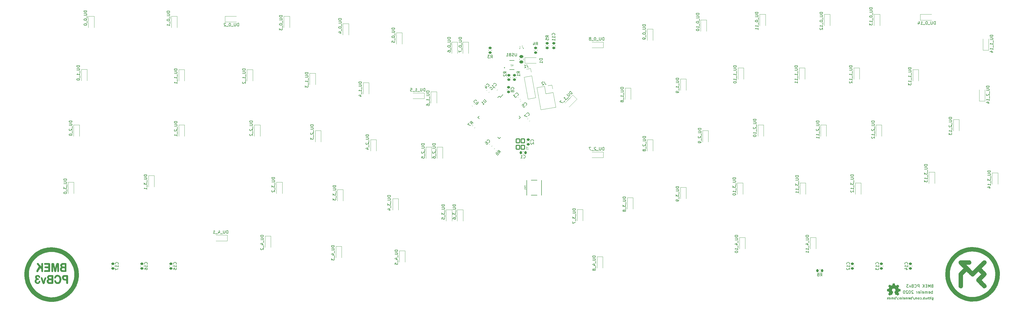
<source format=gbr>
G04 #@! TF.GenerationSoftware,KiCad,Pcbnew,(6.0.1)*
G04 #@! TF.CreationDate,2022-05-05T21:04:55+02:00*
G04 #@! TF.ProjectId,BMEK_Alps,424d454b-5f41-46c7-9073-2e6b69636164,1*
G04 #@! TF.SameCoordinates,Original*
G04 #@! TF.FileFunction,Legend,Bot*
G04 #@! TF.FilePolarity,Positive*
%FSLAX46Y46*%
G04 Gerber Fmt 4.6, Leading zero omitted, Abs format (unit mm)*
G04 Created by KiCad (PCBNEW (6.0.1)) date 2022-05-05 21:04:55*
%MOMM*%
%LPD*%
G01*
G04 APERTURE LIST*
G04 Aperture macros list*
%AMRoundRect*
0 Rectangle with rounded corners*
0 $1 Rounding radius*
0 $2 $3 $4 $5 $6 $7 $8 $9 X,Y pos of 4 corners*
0 Add a 4 corners polygon primitive as box body*
4,1,4,$2,$3,$4,$5,$6,$7,$8,$9,$2,$3,0*
0 Add four circle primitives for the rounded corners*
1,1,$1+$1,$2,$3*
1,1,$1+$1,$4,$5*
1,1,$1+$1,$6,$7*
1,1,$1+$1,$8,$9*
0 Add four rect primitives between the rounded corners*
20,1,$1+$1,$2,$3,$4,$5,0*
20,1,$1+$1,$4,$5,$6,$7,0*
20,1,$1+$1,$6,$7,$8,$9,0*
20,1,$1+$1,$8,$9,$2,$3,0*%
%AMHorizOval*
0 Thick line with rounded ends*
0 $1 width*
0 $2 $3 position (X,Y) of the first rounded end (center of the circle)*
0 $4 $5 position (X,Y) of the second rounded end (center of the circle)*
0 Add line between two ends*
20,1,$1,$2,$3,$4,$5,0*
0 Add two circle primitives to create the rounded ends*
1,1,$1,$2,$3*
1,1,$1,$4,$5*%
%AMRotRect*
0 Rectangle, with rotation*
0 The origin of the aperture is its center*
0 $1 length*
0 $2 width*
0 $3 Rotation angle, in degrees counterclockwise*
0 Add horizontal line*
21,1,$1,$2,0,0,$3*%
G04 Aperture macros list end*
%ADD10C,0.150000*%
%ADD11C,0.152400*%
%ADD12C,0.120000*%
%ADD13C,0.015000*%
%ADD14C,0.010000*%
%ADD15C,0.200000*%
%ADD16C,0.127000*%
%ADD17C,2.250000*%
%ADD18C,3.800000*%
%ADD19C,6.500000*%
%ADD20C,5.350000*%
%ADD21C,9.000000*%
%ADD22R,1.200000X0.900000*%
%ADD23RoundRect,0.218750X-0.026517X0.335876X-0.335876X0.026517X0.026517X-0.335876X0.335876X-0.026517X0*%
%ADD24RoundRect,0.218750X0.256250X-0.218750X0.256250X0.218750X-0.256250X0.218750X-0.256250X-0.218750X0*%
%ADD25RotRect,0.900000X1.200000X225.000000*%
%ADD26RoundRect,0.218750X0.335876X0.026517X0.026517X0.335876X-0.335876X-0.026517X-0.026517X-0.335876X0*%
%ADD27R,0.900000X1.200000*%
%ADD28R,0.750000X1.000000*%
%ADD29RotRect,1.500000X0.550000X225.000000*%
%ADD30RotRect,1.500000X0.550000X135.000000*%
%ADD31RoundRect,0.150000X0.600000X-0.700000X0.600000X0.700000X-0.600000X0.700000X-0.600000X-0.700000X0*%
%ADD32RoundRect,0.218750X-0.256250X0.218750X-0.256250X-0.218750X0.256250X-0.218750X0.256250X0.218750X0*%
%ADD33RotRect,1.700000X1.700000X190.000000*%
%ADD34HorizOval,1.700000X0.000000X0.000000X0.000000X0.000000X0*%
%ADD35R,1.360000X0.600000*%
%ADD36RoundRect,0.218750X0.026517X-0.335876X0.335876X-0.026517X-0.026517X0.335876X-0.335876X0.026517X0*%
%ADD37RoundRect,0.218750X-0.218750X-0.256250X0.218750X-0.256250X0.218750X0.256250X-0.218750X0.256250X0*%
%ADD38RoundRect,0.218750X0.218750X0.256250X-0.218750X0.256250X-0.218750X-0.256250X0.218750X-0.256250X0*%
%ADD39C,0.650000*%
%ADD40R,0.600000X2.050000*%
%ADD41R,0.300000X2.050000*%
%ADD42O,1.000000X2.100000*%
%ADD43O,1.000000X1.600000*%
%ADD44RoundRect,0.243750X0.456250X-0.243750X0.456250X0.243750X-0.456250X0.243750X-0.456250X-0.243750X0*%
G04 APERTURE END LIST*
D10*
X335869609Y-115017571D02*
X335869609Y-115665190D01*
X335907704Y-115741380D01*
X335945800Y-115779476D01*
X336021990Y-115817571D01*
X336136276Y-115817571D01*
X336212466Y-115779476D01*
X335869609Y-115512809D02*
X335945800Y-115550904D01*
X336098180Y-115550904D01*
X336174371Y-115512809D01*
X336212466Y-115474714D01*
X336250561Y-115398523D01*
X336250561Y-115169952D01*
X336212466Y-115093761D01*
X336174371Y-115055666D01*
X336098180Y-115017571D01*
X335945800Y-115017571D01*
X335869609Y-115055666D01*
X335488657Y-115550904D02*
X335488657Y-115017571D01*
X335488657Y-114750904D02*
X335526752Y-114789000D01*
X335488657Y-114827095D01*
X335450561Y-114789000D01*
X335488657Y-114750904D01*
X335488657Y-114827095D01*
X335221990Y-115017571D02*
X334917228Y-115017571D01*
X335107704Y-114750904D02*
X335107704Y-115436619D01*
X335069609Y-115512809D01*
X334993419Y-115550904D01*
X334917228Y-115550904D01*
X334650561Y-115550904D02*
X334650561Y-114750904D01*
X334307704Y-115550904D02*
X334307704Y-115131857D01*
X334345800Y-115055666D01*
X334421990Y-115017571D01*
X334536276Y-115017571D01*
X334612466Y-115055666D01*
X334650561Y-115093761D01*
X333583895Y-115017571D02*
X333583895Y-115550904D01*
X333926752Y-115017571D02*
X333926752Y-115436619D01*
X333888657Y-115512809D01*
X333812466Y-115550904D01*
X333698180Y-115550904D01*
X333621990Y-115512809D01*
X333583895Y-115474714D01*
X333202942Y-115550904D02*
X333202942Y-114750904D01*
X333202942Y-115055666D02*
X333126752Y-115017571D01*
X332974371Y-115017571D01*
X332898180Y-115055666D01*
X332860085Y-115093761D01*
X332821990Y-115169952D01*
X332821990Y-115398523D01*
X332860085Y-115474714D01*
X332898180Y-115512809D01*
X332974371Y-115550904D01*
X333126752Y-115550904D01*
X333202942Y-115512809D01*
X332479133Y-115474714D02*
X332441038Y-115512809D01*
X332479133Y-115550904D01*
X332517228Y-115512809D01*
X332479133Y-115474714D01*
X332479133Y-115550904D01*
X331755323Y-115512809D02*
X331831514Y-115550904D01*
X331983895Y-115550904D01*
X332060085Y-115512809D01*
X332098180Y-115474714D01*
X332136276Y-115398523D01*
X332136276Y-115169952D01*
X332098180Y-115093761D01*
X332060085Y-115055666D01*
X331983895Y-115017571D01*
X331831514Y-115017571D01*
X331755323Y-115055666D01*
X331298180Y-115550904D02*
X331374371Y-115512809D01*
X331412466Y-115474714D01*
X331450561Y-115398523D01*
X331450561Y-115169952D01*
X331412466Y-115093761D01*
X331374371Y-115055666D01*
X331298180Y-115017571D01*
X331183895Y-115017571D01*
X331107704Y-115055666D01*
X331069609Y-115093761D01*
X331031514Y-115169952D01*
X331031514Y-115398523D01*
X331069609Y-115474714D01*
X331107704Y-115512809D01*
X331183895Y-115550904D01*
X331298180Y-115550904D01*
X330688657Y-115550904D02*
X330688657Y-115017571D01*
X330688657Y-115093761D02*
X330650561Y-115055666D01*
X330574371Y-115017571D01*
X330460085Y-115017571D01*
X330383895Y-115055666D01*
X330345800Y-115131857D01*
X330345800Y-115550904D01*
X330345800Y-115131857D02*
X330307704Y-115055666D01*
X330231514Y-115017571D01*
X330117228Y-115017571D01*
X330041038Y-115055666D01*
X330002942Y-115131857D01*
X330002942Y-115550904D01*
X329050561Y-114712809D02*
X329736276Y-115741380D01*
X328783895Y-115550904D02*
X328783895Y-114750904D01*
X328783895Y-115055666D02*
X328707704Y-115017571D01*
X328555323Y-115017571D01*
X328479133Y-115055666D01*
X328441038Y-115093761D01*
X328402942Y-115169952D01*
X328402942Y-115398523D01*
X328441038Y-115474714D01*
X328479133Y-115512809D01*
X328555323Y-115550904D01*
X328707704Y-115550904D01*
X328783895Y-115512809D01*
X327755323Y-115512809D02*
X327831514Y-115550904D01*
X327983895Y-115550904D01*
X328060085Y-115512809D01*
X328098180Y-115436619D01*
X328098180Y-115131857D01*
X328060085Y-115055666D01*
X327983895Y-115017571D01*
X327831514Y-115017571D01*
X327755323Y-115055666D01*
X327717228Y-115131857D01*
X327717228Y-115208047D01*
X328098180Y-115284238D01*
X327374371Y-115550904D02*
X327374371Y-115017571D01*
X327374371Y-115093761D02*
X327336276Y-115055666D01*
X327260085Y-115017571D01*
X327145800Y-115017571D01*
X327069609Y-115055666D01*
X327031514Y-115131857D01*
X327031514Y-115550904D01*
X327031514Y-115131857D02*
X326993419Y-115055666D01*
X326917228Y-115017571D01*
X326802942Y-115017571D01*
X326726752Y-115055666D01*
X326688657Y-115131857D01*
X326688657Y-115550904D01*
X326002942Y-115512809D02*
X326079133Y-115550904D01*
X326231514Y-115550904D01*
X326307704Y-115512809D01*
X326345800Y-115436619D01*
X326345800Y-115131857D01*
X326307704Y-115055666D01*
X326231514Y-115017571D01*
X326079133Y-115017571D01*
X326002942Y-115055666D01*
X325964847Y-115131857D01*
X325964847Y-115208047D01*
X326345800Y-115284238D01*
X325621990Y-115550904D02*
X325621990Y-115017571D01*
X325621990Y-114750904D02*
X325660085Y-114789000D01*
X325621990Y-114827095D01*
X325583895Y-114789000D01*
X325621990Y-114750904D01*
X325621990Y-114827095D01*
X324936276Y-115512809D02*
X325012466Y-115550904D01*
X325164847Y-115550904D01*
X325241038Y-115512809D01*
X325279133Y-115436619D01*
X325279133Y-115131857D01*
X325241038Y-115055666D01*
X325164847Y-115017571D01*
X325012466Y-115017571D01*
X324936276Y-115055666D01*
X324898180Y-115131857D01*
X324898180Y-115208047D01*
X325279133Y-115284238D01*
X324555323Y-115550904D02*
X324555323Y-115017571D01*
X324555323Y-115169952D02*
X324517228Y-115093761D01*
X324479133Y-115055666D01*
X324402942Y-115017571D01*
X324326752Y-115017571D01*
X323488657Y-114712809D02*
X324174371Y-115741380D01*
X323221990Y-115550904D02*
X323221990Y-114750904D01*
X323221990Y-115055666D02*
X323145800Y-115017571D01*
X322993419Y-115017571D01*
X322917228Y-115055666D01*
X322879133Y-115093761D01*
X322841038Y-115169952D01*
X322841038Y-115398523D01*
X322879133Y-115474714D01*
X322917228Y-115512809D01*
X322993419Y-115550904D01*
X323145800Y-115550904D01*
X323221990Y-115512809D01*
X322498180Y-115550904D02*
X322498180Y-115017571D01*
X322498180Y-115093761D02*
X322460085Y-115055666D01*
X322383895Y-115017571D01*
X322269609Y-115017571D01*
X322193419Y-115055666D01*
X322155323Y-115131857D01*
X322155323Y-115550904D01*
X322155323Y-115131857D02*
X322117228Y-115055666D01*
X322041038Y-115017571D01*
X321926752Y-115017571D01*
X321850561Y-115055666D01*
X321812466Y-115131857D01*
X321812466Y-115550904D01*
X321126752Y-115512809D02*
X321202942Y-115550904D01*
X321355323Y-115550904D01*
X321431514Y-115512809D01*
X321469609Y-115436619D01*
X321469609Y-115131857D01*
X321431514Y-115055666D01*
X321355323Y-115017571D01*
X321202942Y-115017571D01*
X321126752Y-115055666D01*
X321088657Y-115131857D01*
X321088657Y-115208047D01*
X321469609Y-115284238D01*
X320745800Y-115550904D02*
X320745800Y-114750904D01*
X320669609Y-115246142D02*
X320441038Y-115550904D01*
X320441038Y-115017571D02*
X320745800Y-115322333D01*
X335962000Y-113583980D02*
X335962000Y-112583980D01*
X335962000Y-112964933D02*
X335866761Y-112917314D01*
X335676285Y-112917314D01*
X335581047Y-112964933D01*
X335533428Y-113012552D01*
X335485809Y-113107790D01*
X335485809Y-113393504D01*
X335533428Y-113488742D01*
X335581047Y-113536361D01*
X335676285Y-113583980D01*
X335866761Y-113583980D01*
X335962000Y-113536361D01*
X334676285Y-113536361D02*
X334771523Y-113583980D01*
X334962000Y-113583980D01*
X335057238Y-113536361D01*
X335104857Y-113441123D01*
X335104857Y-113060171D01*
X335057238Y-112964933D01*
X334962000Y-112917314D01*
X334771523Y-112917314D01*
X334676285Y-112964933D01*
X334628666Y-113060171D01*
X334628666Y-113155409D01*
X335104857Y-113250647D01*
X334200095Y-113583980D02*
X334200095Y-112917314D01*
X334200095Y-113012552D02*
X334152476Y-112964933D01*
X334057238Y-112917314D01*
X333914380Y-112917314D01*
X333819142Y-112964933D01*
X333771523Y-113060171D01*
X333771523Y-113583980D01*
X333771523Y-113060171D02*
X333723904Y-112964933D01*
X333628666Y-112917314D01*
X333485809Y-112917314D01*
X333390571Y-112964933D01*
X333342952Y-113060171D01*
X333342952Y-113583980D01*
X332485809Y-113536361D02*
X332581047Y-113583980D01*
X332771523Y-113583980D01*
X332866761Y-113536361D01*
X332914380Y-113441123D01*
X332914380Y-113060171D01*
X332866761Y-112964933D01*
X332771523Y-112917314D01*
X332581047Y-112917314D01*
X332485809Y-112964933D01*
X332438190Y-113060171D01*
X332438190Y-113155409D01*
X332914380Y-113250647D01*
X332009619Y-113583980D02*
X332009619Y-112917314D01*
X332009619Y-112583980D02*
X332057238Y-112631600D01*
X332009619Y-112679219D01*
X331962000Y-112631600D01*
X332009619Y-112583980D01*
X332009619Y-112679219D01*
X331152476Y-113536361D02*
X331247714Y-113583980D01*
X331438190Y-113583980D01*
X331533428Y-113536361D01*
X331581047Y-113441123D01*
X331581047Y-113060171D01*
X331533428Y-112964933D01*
X331438190Y-112917314D01*
X331247714Y-112917314D01*
X331152476Y-112964933D01*
X331104857Y-113060171D01*
X331104857Y-113155409D01*
X331581047Y-113250647D01*
X330676285Y-113583980D02*
X330676285Y-112917314D01*
X330676285Y-113107790D02*
X330628666Y-113012552D01*
X330581047Y-112964933D01*
X330485809Y-112917314D01*
X330390571Y-112917314D01*
X329342952Y-112679219D02*
X329295333Y-112631600D01*
X329200095Y-112583980D01*
X328962000Y-112583980D01*
X328866761Y-112631600D01*
X328819142Y-112679219D01*
X328771523Y-112774457D01*
X328771523Y-112869695D01*
X328819142Y-113012552D01*
X329390571Y-113583980D01*
X328771523Y-113583980D01*
X328152476Y-112583980D02*
X328057238Y-112583980D01*
X327962000Y-112631600D01*
X327914380Y-112679219D01*
X327866761Y-112774457D01*
X327819142Y-112964933D01*
X327819142Y-113203028D01*
X327866761Y-113393504D01*
X327914380Y-113488742D01*
X327962000Y-113536361D01*
X328057238Y-113583980D01*
X328152476Y-113583980D01*
X328247714Y-113536361D01*
X328295333Y-113488742D01*
X328342952Y-113393504D01*
X328390571Y-113203028D01*
X328390571Y-112964933D01*
X328342952Y-112774457D01*
X328295333Y-112679219D01*
X328247714Y-112631600D01*
X328152476Y-112583980D01*
X327438190Y-112679219D02*
X327390571Y-112631600D01*
X327295333Y-112583980D01*
X327057238Y-112583980D01*
X326962000Y-112631600D01*
X326914380Y-112679219D01*
X326866761Y-112774457D01*
X326866761Y-112869695D01*
X326914380Y-113012552D01*
X327485809Y-113583980D01*
X326866761Y-113583980D01*
X326247714Y-112583980D02*
X326152476Y-112583980D01*
X326057238Y-112631600D01*
X326009619Y-112679219D01*
X325962000Y-112774457D01*
X325914380Y-112964933D01*
X325914380Y-113203028D01*
X325962000Y-113393504D01*
X326009619Y-113488742D01*
X326057238Y-113536361D01*
X326152476Y-113583980D01*
X326247714Y-113583980D01*
X326342952Y-113536361D01*
X326390571Y-113488742D01*
X326438190Y-113393504D01*
X326485809Y-113203028D01*
X326485809Y-112964933D01*
X326438190Y-112774457D01*
X326390571Y-112679219D01*
X326342952Y-112631600D01*
X326247714Y-112583980D01*
D11*
X335863676Y-110977371D02*
X335720819Y-111024990D01*
X335673200Y-111072609D01*
X335625580Y-111167847D01*
X335625580Y-111310704D01*
X335673200Y-111405942D01*
X335720819Y-111453561D01*
X335816057Y-111501180D01*
X336197009Y-111501180D01*
X336197009Y-110501180D01*
X335863676Y-110501180D01*
X335768438Y-110548800D01*
X335720819Y-110596419D01*
X335673200Y-110691657D01*
X335673200Y-110786895D01*
X335720819Y-110882133D01*
X335768438Y-110929752D01*
X335863676Y-110977371D01*
X336197009Y-110977371D01*
X335197009Y-111501180D02*
X335197009Y-110501180D01*
X334863676Y-111215466D01*
X334530342Y-110501180D01*
X334530342Y-111501180D01*
X334054152Y-110977371D02*
X333720819Y-110977371D01*
X333577961Y-111501180D02*
X334054152Y-111501180D01*
X334054152Y-110501180D01*
X333577961Y-110501180D01*
X333149390Y-111501180D02*
X333149390Y-110501180D01*
X332577961Y-111501180D02*
X333006533Y-110929752D01*
X332577961Y-110501180D02*
X333149390Y-111072609D01*
X331387485Y-111501180D02*
X331387485Y-110501180D01*
X331006533Y-110501180D01*
X330911295Y-110548800D01*
X330863676Y-110596419D01*
X330816057Y-110691657D01*
X330816057Y-110834514D01*
X330863676Y-110929752D01*
X330911295Y-110977371D01*
X331006533Y-111024990D01*
X331387485Y-111024990D01*
X329816057Y-111405942D02*
X329863676Y-111453561D01*
X330006533Y-111501180D01*
X330101771Y-111501180D01*
X330244628Y-111453561D01*
X330339866Y-111358323D01*
X330387485Y-111263085D01*
X330435104Y-111072609D01*
X330435104Y-110929752D01*
X330387485Y-110739276D01*
X330339866Y-110644038D01*
X330244628Y-110548800D01*
X330101771Y-110501180D01*
X330006533Y-110501180D01*
X329863676Y-110548800D01*
X329816057Y-110596419D01*
X329054152Y-110977371D02*
X328911295Y-111024990D01*
X328863676Y-111072609D01*
X328816057Y-111167847D01*
X328816057Y-111310704D01*
X328863676Y-111405942D01*
X328911295Y-111453561D01*
X329006533Y-111501180D01*
X329387485Y-111501180D01*
X329387485Y-110501180D01*
X329054152Y-110501180D01*
X328958914Y-110548800D01*
X328911295Y-110596419D01*
X328863676Y-110691657D01*
X328863676Y-110786895D01*
X328911295Y-110882133D01*
X328958914Y-110929752D01*
X329054152Y-110977371D01*
X329387485Y-110977371D01*
X328482723Y-110834514D02*
X328244628Y-111501180D01*
X328006533Y-110834514D01*
X327720819Y-110501180D02*
X327101771Y-110501180D01*
X327435104Y-110882133D01*
X327292247Y-110882133D01*
X327197009Y-110929752D01*
X327149390Y-110977371D01*
X327101771Y-111072609D01*
X327101771Y-111310704D01*
X327149390Y-111405942D01*
X327197009Y-111453561D01*
X327292247Y-111501180D01*
X327577961Y-111501180D01*
X327673200Y-111453561D01*
X327720819Y-111405942D01*
D10*
X289536380Y-35123809D02*
X288536380Y-35123809D01*
X288536380Y-35361904D01*
X288584000Y-35504761D01*
X288679238Y-35600000D01*
X288774476Y-35647619D01*
X288964952Y-35695238D01*
X289107809Y-35695238D01*
X289298285Y-35647619D01*
X289393523Y-35600000D01*
X289488761Y-35504761D01*
X289536380Y-35361904D01*
X289536380Y-35123809D01*
X288536380Y-36123809D02*
X289345904Y-36123809D01*
X289441142Y-36171428D01*
X289488761Y-36219047D01*
X289536380Y-36314285D01*
X289536380Y-36504761D01*
X289488761Y-36600000D01*
X289441142Y-36647619D01*
X289345904Y-36695238D01*
X288536380Y-36695238D01*
X289631619Y-36933333D02*
X289631619Y-37695238D01*
X289536380Y-38457142D02*
X289536380Y-37885714D01*
X289536380Y-38171428D02*
X288536380Y-38171428D01*
X288679238Y-38076190D01*
X288774476Y-37980952D01*
X288822095Y-37885714D01*
X289631619Y-38647619D02*
X289631619Y-39409523D01*
X289536380Y-40171428D02*
X289536380Y-39600000D01*
X289536380Y-39885714D02*
X288536380Y-39885714D01*
X288679238Y-39790476D01*
X288774476Y-39695238D01*
X288822095Y-39600000D01*
X289536380Y-41123809D02*
X289536380Y-40552380D01*
X289536380Y-40838095D02*
X288536380Y-40838095D01*
X288679238Y-40742857D01*
X288774476Y-40647619D01*
X288822095Y-40552380D01*
X268219180Y-73731809D02*
X267219180Y-73731809D01*
X267219180Y-73969904D01*
X267266800Y-74112761D01*
X267362038Y-74208000D01*
X267457276Y-74255619D01*
X267647752Y-74303238D01*
X267790609Y-74303238D01*
X267981085Y-74255619D01*
X268076323Y-74208000D01*
X268171561Y-74112761D01*
X268219180Y-73969904D01*
X268219180Y-73731809D01*
X267219180Y-74731809D02*
X268028704Y-74731809D01*
X268123942Y-74779428D01*
X268171561Y-74827047D01*
X268219180Y-74922285D01*
X268219180Y-75112761D01*
X268171561Y-75208000D01*
X268123942Y-75255619D01*
X268028704Y-75303238D01*
X267219180Y-75303238D01*
X268314419Y-75541333D02*
X268314419Y-76303238D01*
X267219180Y-76446095D02*
X267219180Y-77065142D01*
X267600133Y-76731809D01*
X267600133Y-76874666D01*
X267647752Y-76969904D01*
X267695371Y-77017523D01*
X267790609Y-77065142D01*
X268028704Y-77065142D01*
X268123942Y-77017523D01*
X268171561Y-76969904D01*
X268219180Y-76874666D01*
X268219180Y-76588952D01*
X268171561Y-76493714D01*
X268123942Y-76446095D01*
X268314419Y-77255619D02*
X268314419Y-78017523D01*
X268219180Y-78779428D02*
X268219180Y-78208000D01*
X268219180Y-78493714D02*
X267219180Y-78493714D01*
X267362038Y-78398476D01*
X267457276Y-78303238D01*
X267504895Y-78208000D01*
X267219180Y-79398476D02*
X267219180Y-79493714D01*
X267266800Y-79588952D01*
X267314419Y-79636571D01*
X267409657Y-79684190D01*
X267600133Y-79731809D01*
X267838228Y-79731809D01*
X268028704Y-79684190D01*
X268123942Y-79636571D01*
X268171561Y-79588952D01*
X268219180Y-79493714D01*
X268219180Y-79398476D01*
X268171561Y-79303238D01*
X268123942Y-79255619D01*
X268028704Y-79208000D01*
X267838228Y-79160380D01*
X267600133Y-79160380D01*
X267409657Y-79208000D01*
X267314419Y-79255619D01*
X267266800Y-79303238D01*
X267219180Y-79398476D01*
X177417069Y-55324867D02*
X177316054Y-54752447D01*
X177821130Y-54920806D02*
X177114024Y-54213699D01*
X176844649Y-54483073D01*
X176810978Y-54584088D01*
X176810978Y-54651432D01*
X176844649Y-54752447D01*
X176945665Y-54853462D01*
X177046680Y-54887134D01*
X177114024Y-54887134D01*
X177215039Y-54853462D01*
X177484413Y-54584088D01*
X176474260Y-54853462D02*
X176002856Y-55324867D01*
X177013008Y-55728928D01*
X189250580Y-37755533D02*
X188774390Y-37422200D01*
X189250580Y-37184104D02*
X188250580Y-37184104D01*
X188250580Y-37565057D01*
X188298200Y-37660295D01*
X188345819Y-37707914D01*
X188441057Y-37755533D01*
X188583914Y-37755533D01*
X188679152Y-37707914D01*
X188726771Y-37660295D01*
X188774390Y-37565057D01*
X188774390Y-37184104D01*
X188345819Y-38136485D02*
X188298200Y-38184104D01*
X188250580Y-38279342D01*
X188250580Y-38517438D01*
X188298200Y-38612676D01*
X188345819Y-38660295D01*
X188441057Y-38707914D01*
X188536295Y-38707914D01*
X188679152Y-38660295D01*
X189250580Y-38088866D01*
X189250580Y-38707914D01*
X193034226Y-45415024D02*
X193101569Y-45415024D01*
X193236256Y-45347680D01*
X193303600Y-45280337D01*
X193370943Y-45145649D01*
X193370943Y-45010962D01*
X193337272Y-44909947D01*
X193236256Y-44741588D01*
X193135241Y-44640573D01*
X192966882Y-44539558D01*
X192865867Y-44505886D01*
X192731180Y-44505886D01*
X192596493Y-44573230D01*
X192529149Y-44640573D01*
X192461806Y-44775260D01*
X192461806Y-44842604D01*
X192158760Y-45010962D02*
X191721027Y-45448695D01*
X192226104Y-45482367D01*
X192125088Y-45583382D01*
X192091417Y-45684398D01*
X192091417Y-45751741D01*
X192125088Y-45852756D01*
X192293447Y-46021115D01*
X192394462Y-46054787D01*
X192461806Y-46054787D01*
X192562821Y-46021115D01*
X192764852Y-45819085D01*
X192798524Y-45718069D01*
X192798524Y-45650726D01*
X211950634Y-44635900D02*
X211243527Y-43928793D01*
X211075169Y-44097152D01*
X211007825Y-44231839D01*
X211007825Y-44366526D01*
X211041497Y-44467541D01*
X211142512Y-44635900D01*
X211243527Y-44736915D01*
X211411886Y-44837931D01*
X211512901Y-44871602D01*
X211647588Y-44871602D01*
X211782275Y-44804259D01*
X211950634Y-44635900D01*
X210536421Y-44635900D02*
X211108840Y-45208320D01*
X211142512Y-45309335D01*
X211142512Y-45376679D01*
X211108840Y-45477694D01*
X210974153Y-45612381D01*
X210873138Y-45646053D01*
X210805795Y-45646053D01*
X210704779Y-45612381D01*
X210132360Y-45039961D01*
X210738451Y-45982770D02*
X210199703Y-46521518D01*
X209593611Y-46992923D02*
X209997673Y-46588862D01*
X209795642Y-46790892D02*
X209088535Y-46083786D01*
X209256894Y-46117457D01*
X209391581Y-46117457D01*
X209492596Y-46083785D01*
X209526268Y-47194953D02*
X208987520Y-47733701D01*
X208112054Y-47060266D02*
X207640650Y-47531671D01*
X208650802Y-47935732D01*
X112117380Y-17820000D02*
X111117380Y-17820000D01*
X111117380Y-18058095D01*
X111165000Y-18200952D01*
X111260238Y-18296190D01*
X111355476Y-18343809D01*
X111545952Y-18391428D01*
X111688809Y-18391428D01*
X111879285Y-18343809D01*
X111974523Y-18296190D01*
X112069761Y-18200952D01*
X112117380Y-18058095D01*
X112117380Y-17820000D01*
X111117380Y-18820000D02*
X111926904Y-18820000D01*
X112022142Y-18867619D01*
X112069761Y-18915238D01*
X112117380Y-19010476D01*
X112117380Y-19200952D01*
X112069761Y-19296190D01*
X112022142Y-19343809D01*
X111926904Y-19391428D01*
X111117380Y-19391428D01*
X112212619Y-19629523D02*
X112212619Y-20391428D01*
X111117380Y-20820000D02*
X111117380Y-20915238D01*
X111165000Y-21010476D01*
X111212619Y-21058095D01*
X111307857Y-21105714D01*
X111498333Y-21153333D01*
X111736428Y-21153333D01*
X111926904Y-21105714D01*
X112022142Y-21058095D01*
X112069761Y-21010476D01*
X112117380Y-20915238D01*
X112117380Y-20820000D01*
X112069761Y-20724761D01*
X112022142Y-20677142D01*
X111926904Y-20629523D01*
X111736428Y-20581904D01*
X111498333Y-20581904D01*
X111307857Y-20629523D01*
X111212619Y-20677142D01*
X111165000Y-20724761D01*
X111117380Y-20820000D01*
X112212619Y-21343809D02*
X112212619Y-22105714D01*
X111117380Y-22248571D02*
X111117380Y-22867619D01*
X111498333Y-22534285D01*
X111498333Y-22677142D01*
X111545952Y-22772380D01*
X111593571Y-22820000D01*
X111688809Y-22867619D01*
X111926904Y-22867619D01*
X112022142Y-22820000D01*
X112069761Y-22772380D01*
X112117380Y-22677142D01*
X112117380Y-22391428D01*
X112069761Y-22296190D01*
X112022142Y-22248571D01*
X179009350Y-47259447D02*
X179009350Y-47192104D01*
X178942006Y-47057417D01*
X178874663Y-46990073D01*
X178739975Y-46922730D01*
X178605288Y-46922730D01*
X178504273Y-46956401D01*
X178335914Y-47057417D01*
X178234899Y-47158432D01*
X178133884Y-47326791D01*
X178100212Y-47427806D01*
X178100212Y-47562493D01*
X178167556Y-47697180D01*
X178234899Y-47764524D01*
X178369586Y-47831867D01*
X178436930Y-47831867D01*
X179413411Y-47528821D02*
X179548098Y-47663508D01*
X179581769Y-47764524D01*
X179581769Y-47831867D01*
X179548098Y-48000226D01*
X179447082Y-48168585D01*
X179177708Y-48437959D01*
X179076693Y-48471630D01*
X179009350Y-48471630D01*
X178908334Y-48437959D01*
X178773647Y-48303272D01*
X178739975Y-48202256D01*
X178739975Y-48134913D01*
X178773647Y-48033898D01*
X178942006Y-47865539D01*
X179043021Y-47831867D01*
X179110365Y-47831867D01*
X179211380Y-47865539D01*
X179346067Y-48000226D01*
X179379739Y-48101241D01*
X179379739Y-48168585D01*
X179346067Y-48269600D01*
X97115000Y-21502380D02*
X97115000Y-20502380D01*
X96876904Y-20502380D01*
X96734047Y-20550000D01*
X96638809Y-20645238D01*
X96591190Y-20740476D01*
X96543571Y-20930952D01*
X96543571Y-21073809D01*
X96591190Y-21264285D01*
X96638809Y-21359523D01*
X96734047Y-21454761D01*
X96876904Y-21502380D01*
X97115000Y-21502380D01*
X96115000Y-20502380D02*
X96115000Y-21311904D01*
X96067380Y-21407142D01*
X96019761Y-21454761D01*
X95924523Y-21502380D01*
X95734047Y-21502380D01*
X95638809Y-21454761D01*
X95591190Y-21407142D01*
X95543571Y-21311904D01*
X95543571Y-20502380D01*
X95305476Y-21597619D02*
X94543571Y-21597619D01*
X94115000Y-20502380D02*
X94019761Y-20502380D01*
X93924523Y-20550000D01*
X93876904Y-20597619D01*
X93829285Y-20692857D01*
X93781666Y-20883333D01*
X93781666Y-21121428D01*
X93829285Y-21311904D01*
X93876904Y-21407142D01*
X93924523Y-21454761D01*
X94019761Y-21502380D01*
X94115000Y-21502380D01*
X94210238Y-21454761D01*
X94257857Y-21407142D01*
X94305476Y-21311904D01*
X94353095Y-21121428D01*
X94353095Y-20883333D01*
X94305476Y-20692857D01*
X94257857Y-20597619D01*
X94210238Y-20550000D01*
X94115000Y-20502380D01*
X93591190Y-21597619D02*
X92829285Y-21597619D01*
X92638809Y-20597619D02*
X92591190Y-20550000D01*
X92495952Y-20502380D01*
X92257857Y-20502380D01*
X92162619Y-20550000D01*
X92115000Y-20597619D01*
X92067380Y-20692857D01*
X92067380Y-20788095D01*
X92115000Y-20930952D01*
X92686428Y-21502380D01*
X92067380Y-21502380D01*
X298172380Y-16708809D02*
X297172380Y-16708809D01*
X297172380Y-16946904D01*
X297220000Y-17089761D01*
X297315238Y-17185000D01*
X297410476Y-17232619D01*
X297600952Y-17280238D01*
X297743809Y-17280238D01*
X297934285Y-17232619D01*
X298029523Y-17185000D01*
X298124761Y-17089761D01*
X298172380Y-16946904D01*
X298172380Y-16708809D01*
X297172380Y-17708809D02*
X297981904Y-17708809D01*
X298077142Y-17756428D01*
X298124761Y-17804047D01*
X298172380Y-17899285D01*
X298172380Y-18089761D01*
X298124761Y-18185000D01*
X298077142Y-18232619D01*
X297981904Y-18280238D01*
X297172380Y-18280238D01*
X298267619Y-18518333D02*
X298267619Y-19280238D01*
X297172380Y-19708809D02*
X297172380Y-19804047D01*
X297220000Y-19899285D01*
X297267619Y-19946904D01*
X297362857Y-19994523D01*
X297553333Y-20042142D01*
X297791428Y-20042142D01*
X297981904Y-19994523D01*
X298077142Y-19946904D01*
X298124761Y-19899285D01*
X298172380Y-19804047D01*
X298172380Y-19708809D01*
X298124761Y-19613571D01*
X298077142Y-19565952D01*
X297981904Y-19518333D01*
X297791428Y-19470714D01*
X297553333Y-19470714D01*
X297362857Y-19518333D01*
X297267619Y-19565952D01*
X297220000Y-19613571D01*
X297172380Y-19708809D01*
X298267619Y-20232619D02*
X298267619Y-20994523D01*
X298172380Y-21756428D02*
X298172380Y-21185000D01*
X298172380Y-21470714D02*
X297172380Y-21470714D01*
X297315238Y-21375476D01*
X297410476Y-21280238D01*
X297458095Y-21185000D01*
X297267619Y-22137380D02*
X297220000Y-22185000D01*
X297172380Y-22280238D01*
X297172380Y-22518333D01*
X297220000Y-22613571D01*
X297267619Y-22661190D01*
X297362857Y-22708809D01*
X297458095Y-22708809D01*
X297600952Y-22661190D01*
X298172380Y-22089761D01*
X298172380Y-22708809D01*
X201679574Y-32664115D02*
X200679574Y-32664115D01*
X200679574Y-32902211D01*
X200727194Y-33045068D01*
X200822432Y-33140306D01*
X200917670Y-33187925D01*
X201108146Y-33235544D01*
X201251003Y-33235544D01*
X201441479Y-33187925D01*
X201536717Y-33140306D01*
X201631955Y-33045068D01*
X201679574Y-32902211D01*
X201679574Y-32664115D01*
X201679574Y-34187925D02*
X201679574Y-33616496D01*
X201679574Y-33902211D02*
X200679574Y-33902211D01*
X200822432Y-33806972D01*
X200917670Y-33711734D01*
X200965289Y-33616496D01*
X75922380Y-36235000D02*
X74922380Y-36235000D01*
X74922380Y-36473095D01*
X74970000Y-36615952D01*
X75065238Y-36711190D01*
X75160476Y-36758809D01*
X75350952Y-36806428D01*
X75493809Y-36806428D01*
X75684285Y-36758809D01*
X75779523Y-36711190D01*
X75874761Y-36615952D01*
X75922380Y-36473095D01*
X75922380Y-36235000D01*
X74922380Y-37235000D02*
X75731904Y-37235000D01*
X75827142Y-37282619D01*
X75874761Y-37330238D01*
X75922380Y-37425476D01*
X75922380Y-37615952D01*
X75874761Y-37711190D01*
X75827142Y-37758809D01*
X75731904Y-37806428D01*
X74922380Y-37806428D01*
X76017619Y-38044523D02*
X76017619Y-38806428D01*
X75922380Y-39568333D02*
X75922380Y-38996904D01*
X75922380Y-39282619D02*
X74922380Y-39282619D01*
X75065238Y-39187380D01*
X75160476Y-39092142D01*
X75208095Y-38996904D01*
X76017619Y-39758809D02*
X76017619Y-40520714D01*
X75922380Y-41282619D02*
X75922380Y-40711190D01*
X75922380Y-40996904D02*
X74922380Y-40996904D01*
X75065238Y-40901666D01*
X75160476Y-40806428D01*
X75208095Y-40711190D01*
X93382200Y-92889580D02*
X93382200Y-91889580D01*
X93144104Y-91889580D01*
X93001247Y-91937200D01*
X92906009Y-92032438D01*
X92858390Y-92127676D01*
X92810771Y-92318152D01*
X92810771Y-92461009D01*
X92858390Y-92651485D01*
X92906009Y-92746723D01*
X93001247Y-92841961D01*
X93144104Y-92889580D01*
X93382200Y-92889580D01*
X92382200Y-91889580D02*
X92382200Y-92699104D01*
X92334580Y-92794342D01*
X92286961Y-92841961D01*
X92191723Y-92889580D01*
X92001247Y-92889580D01*
X91906009Y-92841961D01*
X91858390Y-92794342D01*
X91810771Y-92699104D01*
X91810771Y-91889580D01*
X91572676Y-92984819D02*
X90810771Y-92984819D01*
X90144104Y-92222914D02*
X90144104Y-92889580D01*
X90382200Y-91841961D02*
X90620295Y-92556247D01*
X90001247Y-92556247D01*
X89858390Y-92984819D02*
X89096485Y-92984819D01*
X88334580Y-92889580D02*
X88906009Y-92889580D01*
X88620295Y-92889580D02*
X88620295Y-91889580D01*
X88715533Y-92032438D01*
X88810771Y-92127676D01*
X88906009Y-92175295D01*
X151868380Y-98592000D02*
X150868380Y-98592000D01*
X150868380Y-98830095D01*
X150916000Y-98972952D01*
X151011238Y-99068190D01*
X151106476Y-99115809D01*
X151296952Y-99163428D01*
X151439809Y-99163428D01*
X151630285Y-99115809D01*
X151725523Y-99068190D01*
X151820761Y-98972952D01*
X151868380Y-98830095D01*
X151868380Y-98592000D01*
X150868380Y-99592000D02*
X151677904Y-99592000D01*
X151773142Y-99639619D01*
X151820761Y-99687238D01*
X151868380Y-99782476D01*
X151868380Y-99972952D01*
X151820761Y-100068190D01*
X151773142Y-100115809D01*
X151677904Y-100163428D01*
X150868380Y-100163428D01*
X151963619Y-100401523D02*
X151963619Y-101163428D01*
X151201714Y-101830095D02*
X151868380Y-101830095D01*
X150820761Y-101592000D02*
X151535047Y-101353904D01*
X151535047Y-101972952D01*
X151963619Y-102115809D02*
X151963619Y-102877714D01*
X150868380Y-103592000D02*
X150868380Y-103115809D01*
X151344571Y-103068190D01*
X151296952Y-103115809D01*
X151249333Y-103211047D01*
X151249333Y-103449142D01*
X151296952Y-103544380D01*
X151344571Y-103592000D01*
X151439809Y-103639619D01*
X151677904Y-103639619D01*
X151773142Y-103592000D01*
X151820761Y-103544380D01*
X151868380Y-103449142D01*
X151868380Y-103211047D01*
X151820761Y-103115809D01*
X151773142Y-103068190D01*
X130551180Y-76392400D02*
X129551180Y-76392400D01*
X129551180Y-76630495D01*
X129598800Y-76773352D01*
X129694038Y-76868590D01*
X129789276Y-76916209D01*
X129979752Y-76963828D01*
X130122609Y-76963828D01*
X130313085Y-76916209D01*
X130408323Y-76868590D01*
X130503561Y-76773352D01*
X130551180Y-76630495D01*
X130551180Y-76392400D01*
X129551180Y-77392400D02*
X130360704Y-77392400D01*
X130455942Y-77440019D01*
X130503561Y-77487638D01*
X130551180Y-77582876D01*
X130551180Y-77773352D01*
X130503561Y-77868590D01*
X130455942Y-77916209D01*
X130360704Y-77963828D01*
X129551180Y-77963828D01*
X130646419Y-78201923D02*
X130646419Y-78963828D01*
X129551180Y-79106685D02*
X129551180Y-79725733D01*
X129932133Y-79392400D01*
X129932133Y-79535257D01*
X129979752Y-79630495D01*
X130027371Y-79678114D01*
X130122609Y-79725733D01*
X130360704Y-79725733D01*
X130455942Y-79678114D01*
X130503561Y-79630495D01*
X130551180Y-79535257D01*
X130551180Y-79249542D01*
X130503561Y-79154304D01*
X130455942Y-79106685D01*
X130646419Y-79916209D02*
X130646419Y-80678114D01*
X129551180Y-80820971D02*
X129551180Y-81440019D01*
X129932133Y-81106685D01*
X129932133Y-81249542D01*
X129979752Y-81344780D01*
X130027371Y-81392400D01*
X130122609Y-81440019D01*
X130360704Y-81440019D01*
X130455942Y-81392400D01*
X130503561Y-81344780D01*
X130551180Y-81249542D01*
X130551180Y-80963828D01*
X130503561Y-80868590D01*
X130455942Y-80820971D01*
X198560942Y-61225133D02*
X198608561Y-61177514D01*
X198656180Y-61034657D01*
X198656180Y-60939419D01*
X198608561Y-60796561D01*
X198513323Y-60701323D01*
X198418085Y-60653704D01*
X198227609Y-60606085D01*
X198084752Y-60606085D01*
X197894276Y-60653704D01*
X197799038Y-60701323D01*
X197703800Y-60796561D01*
X197656180Y-60939419D01*
X197656180Y-61034657D01*
X197703800Y-61177514D01*
X197751419Y-61225133D01*
X197751419Y-61606085D02*
X197703800Y-61653704D01*
X197656180Y-61748942D01*
X197656180Y-61987038D01*
X197703800Y-62082276D01*
X197751419Y-62129895D01*
X197846657Y-62177514D01*
X197941895Y-62177514D01*
X198084752Y-62129895D01*
X198656180Y-61558466D01*
X198656180Y-62177514D01*
X161250000Y-43918380D02*
X161250000Y-42918380D01*
X161011904Y-42918380D01*
X160869047Y-42966000D01*
X160773809Y-43061238D01*
X160726190Y-43156476D01*
X160678571Y-43346952D01*
X160678571Y-43489809D01*
X160726190Y-43680285D01*
X160773809Y-43775523D01*
X160869047Y-43870761D01*
X161011904Y-43918380D01*
X161250000Y-43918380D01*
X160250000Y-42918380D02*
X160250000Y-43727904D01*
X160202380Y-43823142D01*
X160154761Y-43870761D01*
X160059523Y-43918380D01*
X159869047Y-43918380D01*
X159773809Y-43870761D01*
X159726190Y-43823142D01*
X159678571Y-43727904D01*
X159678571Y-42918380D01*
X159440476Y-44013619D02*
X158678571Y-44013619D01*
X157916666Y-43918380D02*
X158488095Y-43918380D01*
X158202380Y-43918380D02*
X158202380Y-42918380D01*
X158297619Y-43061238D01*
X158392857Y-43156476D01*
X158488095Y-43204095D01*
X157726190Y-44013619D02*
X156964285Y-44013619D01*
X156250000Y-42918380D02*
X156726190Y-42918380D01*
X156773809Y-43394571D01*
X156726190Y-43346952D01*
X156630952Y-43299333D01*
X156392857Y-43299333D01*
X156297619Y-43346952D01*
X156250000Y-43394571D01*
X156202380Y-43489809D01*
X156202380Y-43727904D01*
X156250000Y-43823142D01*
X156297619Y-43870761D01*
X156392857Y-43918380D01*
X156630952Y-43918380D01*
X156726190Y-43870761D01*
X156773809Y-43823142D01*
D12*
X195895980Y-76441133D02*
X195919790Y-76512561D01*
X195919790Y-76631609D01*
X195895980Y-76679228D01*
X195872171Y-76703038D01*
X195824552Y-76726847D01*
X195776933Y-76726847D01*
X195729314Y-76703038D01*
X195705504Y-76679228D01*
X195681695Y-76631609D01*
X195657885Y-76536371D01*
X195634076Y-76488752D01*
X195610266Y-76464942D01*
X195562647Y-76441133D01*
X195515028Y-76441133D01*
X195467409Y-76464942D01*
X195443600Y-76488752D01*
X195419790Y-76536371D01*
X195419790Y-76655419D01*
X195443600Y-76726847D01*
X195419790Y-76893514D02*
X195919790Y-77012561D01*
X195562647Y-77107800D01*
X195919790Y-77203038D01*
X195419790Y-77322085D01*
X195919790Y-77774466D02*
X195919790Y-77488752D01*
X195919790Y-77631609D02*
X195419790Y-77631609D01*
X195491219Y-77583990D01*
X195538838Y-77536371D01*
X195562647Y-77488752D01*
D10*
X205893942Y-24579342D02*
X205941561Y-24531723D01*
X205989180Y-24388866D01*
X205989180Y-24293628D01*
X205941561Y-24150771D01*
X205846323Y-24055533D01*
X205751085Y-24007914D01*
X205560609Y-23960295D01*
X205417752Y-23960295D01*
X205227276Y-24007914D01*
X205132038Y-24055533D01*
X205036800Y-24150771D01*
X204989180Y-24293628D01*
X204989180Y-24388866D01*
X205036800Y-24531723D01*
X205084419Y-24579342D01*
X205989180Y-25531723D02*
X205989180Y-24960295D01*
X205989180Y-25246009D02*
X204989180Y-25246009D01*
X205132038Y-25150771D01*
X205227276Y-25055533D01*
X205274895Y-24960295D01*
X205989180Y-26484104D02*
X205989180Y-25912676D01*
X205989180Y-26198390D02*
X204989180Y-26198390D01*
X205132038Y-26103152D01*
X205227276Y-26007914D01*
X205274895Y-25912676D01*
X55587142Y-103497142D02*
X55634761Y-103449523D01*
X55682380Y-103306666D01*
X55682380Y-103211428D01*
X55634761Y-103068571D01*
X55539523Y-102973333D01*
X55444285Y-102925714D01*
X55253809Y-102878095D01*
X55110952Y-102878095D01*
X54920476Y-102925714D01*
X54825238Y-102973333D01*
X54730000Y-103068571D01*
X54682380Y-103211428D01*
X54682380Y-103306666D01*
X54730000Y-103449523D01*
X54777619Y-103497142D01*
X55682380Y-104449523D02*
X55682380Y-103878095D01*
X55682380Y-104163809D02*
X54682380Y-104163809D01*
X54825238Y-104068571D01*
X54920476Y-103973333D01*
X54968095Y-103878095D01*
X54682380Y-104782857D02*
X54682380Y-105449523D01*
X55682380Y-105020952D01*
X181683576Y-46746080D02*
X182255996Y-47318500D01*
X182289668Y-47419515D01*
X182289668Y-47486859D01*
X182255996Y-47587874D01*
X182121309Y-47722561D01*
X182020294Y-47756233D01*
X181952950Y-47756233D01*
X181851935Y-47722561D01*
X181279515Y-47150141D01*
X181279515Y-48564355D02*
X181683576Y-48160294D01*
X181481546Y-48362324D02*
X180774439Y-47655218D01*
X180942798Y-47688889D01*
X181077485Y-47688889D01*
X181178500Y-47655218D01*
X229592380Y-42585000D02*
X228592380Y-42585000D01*
X228592380Y-42823095D01*
X228640000Y-42965952D01*
X228735238Y-43061190D01*
X228830476Y-43108809D01*
X229020952Y-43156428D01*
X229163809Y-43156428D01*
X229354285Y-43108809D01*
X229449523Y-43061190D01*
X229544761Y-42965952D01*
X229592380Y-42823095D01*
X229592380Y-42585000D01*
X228592380Y-43585000D02*
X229401904Y-43585000D01*
X229497142Y-43632619D01*
X229544761Y-43680238D01*
X229592380Y-43775476D01*
X229592380Y-43965952D01*
X229544761Y-44061190D01*
X229497142Y-44108809D01*
X229401904Y-44156428D01*
X228592380Y-44156428D01*
X229687619Y-44394523D02*
X229687619Y-45156428D01*
X229592380Y-45918333D02*
X229592380Y-45346904D01*
X229592380Y-45632619D02*
X228592380Y-45632619D01*
X228735238Y-45537380D01*
X228830476Y-45442142D01*
X228878095Y-45346904D01*
X229687619Y-46108809D02*
X229687619Y-46870714D01*
X229020952Y-47251666D02*
X228973333Y-47156428D01*
X228925714Y-47108809D01*
X228830476Y-47061190D01*
X228782857Y-47061190D01*
X228687619Y-47108809D01*
X228640000Y-47156428D01*
X228592380Y-47251666D01*
X228592380Y-47442142D01*
X228640000Y-47537380D01*
X228687619Y-47585000D01*
X228782857Y-47632619D01*
X228830476Y-47632619D01*
X228925714Y-47585000D01*
X228973333Y-47537380D01*
X229020952Y-47442142D01*
X229020952Y-47251666D01*
X229068571Y-47156428D01*
X229116190Y-47108809D01*
X229211428Y-47061190D01*
X229401904Y-47061190D01*
X229497142Y-47108809D01*
X229544761Y-47156428D01*
X229592380Y-47251666D01*
X229592380Y-47442142D01*
X229544761Y-47537380D01*
X229497142Y-47585000D01*
X229401904Y-47632619D01*
X229211428Y-47632619D01*
X229116190Y-47585000D01*
X229068571Y-47537380D01*
X229020952Y-47442142D01*
X355957380Y-71318809D02*
X354957380Y-71318809D01*
X354957380Y-71556904D01*
X355005000Y-71699761D01*
X355100238Y-71795000D01*
X355195476Y-71842619D01*
X355385952Y-71890238D01*
X355528809Y-71890238D01*
X355719285Y-71842619D01*
X355814523Y-71795000D01*
X355909761Y-71699761D01*
X355957380Y-71556904D01*
X355957380Y-71318809D01*
X354957380Y-72318809D02*
X355766904Y-72318809D01*
X355862142Y-72366428D01*
X355909761Y-72414047D01*
X355957380Y-72509285D01*
X355957380Y-72699761D01*
X355909761Y-72795000D01*
X355862142Y-72842619D01*
X355766904Y-72890238D01*
X354957380Y-72890238D01*
X356052619Y-73128333D02*
X356052619Y-73890238D01*
X354957380Y-74033095D02*
X354957380Y-74652142D01*
X355338333Y-74318809D01*
X355338333Y-74461666D01*
X355385952Y-74556904D01*
X355433571Y-74604523D01*
X355528809Y-74652142D01*
X355766904Y-74652142D01*
X355862142Y-74604523D01*
X355909761Y-74556904D01*
X355957380Y-74461666D01*
X355957380Y-74175952D01*
X355909761Y-74080714D01*
X355862142Y-74033095D01*
X356052619Y-74842619D02*
X356052619Y-75604523D01*
X355957380Y-76366428D02*
X355957380Y-75795000D01*
X355957380Y-76080714D02*
X354957380Y-76080714D01*
X355100238Y-75985476D01*
X355195476Y-75890238D01*
X355243095Y-75795000D01*
X355290714Y-77223571D02*
X355957380Y-77223571D01*
X354909761Y-76985476D02*
X355624047Y-76747380D01*
X355624047Y-77366428D01*
X105640380Y-93512000D02*
X104640380Y-93512000D01*
X104640380Y-93750095D01*
X104688000Y-93892952D01*
X104783238Y-93988190D01*
X104878476Y-94035809D01*
X105068952Y-94083428D01*
X105211809Y-94083428D01*
X105402285Y-94035809D01*
X105497523Y-93988190D01*
X105592761Y-93892952D01*
X105640380Y-93750095D01*
X105640380Y-93512000D01*
X104640380Y-94512000D02*
X105449904Y-94512000D01*
X105545142Y-94559619D01*
X105592761Y-94607238D01*
X105640380Y-94702476D01*
X105640380Y-94892952D01*
X105592761Y-94988190D01*
X105545142Y-95035809D01*
X105449904Y-95083428D01*
X104640380Y-95083428D01*
X105735619Y-95321523D02*
X105735619Y-96083428D01*
X104973714Y-96750095D02*
X105640380Y-96750095D01*
X104592761Y-96512000D02*
X105307047Y-96273904D01*
X105307047Y-96892952D01*
X105735619Y-97035809D02*
X105735619Y-97797714D01*
X104735619Y-97988190D02*
X104688000Y-98035809D01*
X104640380Y-98131047D01*
X104640380Y-98369142D01*
X104688000Y-98464380D01*
X104735619Y-98512000D01*
X104830857Y-98559619D01*
X104926095Y-98559619D01*
X105068952Y-98512000D01*
X105640380Y-97940571D01*
X105640380Y-98559619D01*
D13*
X196377561Y-63246038D02*
X196682323Y-63246038D01*
X196042323Y-63032704D02*
X196377561Y-63246038D01*
X196042323Y-63459371D01*
X196682323Y-64007942D02*
X196682323Y-63642228D01*
X196682323Y-63825085D02*
X196042323Y-63825085D01*
X196133752Y-63764133D01*
X196194704Y-63703180D01*
X196225180Y-63642228D01*
D10*
X342622380Y-52903809D02*
X341622380Y-52903809D01*
X341622380Y-53141904D01*
X341670000Y-53284761D01*
X341765238Y-53380000D01*
X341860476Y-53427619D01*
X342050952Y-53475238D01*
X342193809Y-53475238D01*
X342384285Y-53427619D01*
X342479523Y-53380000D01*
X342574761Y-53284761D01*
X342622380Y-53141904D01*
X342622380Y-52903809D01*
X341622380Y-53903809D02*
X342431904Y-53903809D01*
X342527142Y-53951428D01*
X342574761Y-53999047D01*
X342622380Y-54094285D01*
X342622380Y-54284761D01*
X342574761Y-54380000D01*
X342527142Y-54427619D01*
X342431904Y-54475238D01*
X341622380Y-54475238D01*
X342717619Y-54713333D02*
X342717619Y-55475238D01*
X341717619Y-55665714D02*
X341670000Y-55713333D01*
X341622380Y-55808571D01*
X341622380Y-56046666D01*
X341670000Y-56141904D01*
X341717619Y-56189523D01*
X341812857Y-56237142D01*
X341908095Y-56237142D01*
X342050952Y-56189523D01*
X342622380Y-55618095D01*
X342622380Y-56237142D01*
X342717619Y-56427619D02*
X342717619Y-57189523D01*
X342622380Y-57951428D02*
X342622380Y-57380000D01*
X342622380Y-57665714D02*
X341622380Y-57665714D01*
X341765238Y-57570476D01*
X341860476Y-57475238D01*
X341908095Y-57380000D01*
X341622380Y-58284761D02*
X341622380Y-58903809D01*
X342003333Y-58570476D01*
X342003333Y-58713333D01*
X342050952Y-58808571D01*
X342098571Y-58856190D01*
X342193809Y-58903809D01*
X342431904Y-58903809D01*
X342527142Y-58856190D01*
X342574761Y-58808571D01*
X342622380Y-58713333D01*
X342622380Y-58427619D01*
X342574761Y-58332380D01*
X342527142Y-58284761D01*
X37891980Y-74157200D02*
X36891980Y-74157200D01*
X36891980Y-74395295D01*
X36939600Y-74538152D01*
X37034838Y-74633390D01*
X37130076Y-74681009D01*
X37320552Y-74728628D01*
X37463409Y-74728628D01*
X37653885Y-74681009D01*
X37749123Y-74633390D01*
X37844361Y-74538152D01*
X37891980Y-74395295D01*
X37891980Y-74157200D01*
X36891980Y-75157200D02*
X37701504Y-75157200D01*
X37796742Y-75204819D01*
X37844361Y-75252438D01*
X37891980Y-75347676D01*
X37891980Y-75538152D01*
X37844361Y-75633390D01*
X37796742Y-75681009D01*
X37701504Y-75728628D01*
X36891980Y-75728628D01*
X37987219Y-75966723D02*
X37987219Y-76728628D01*
X36891980Y-76871485D02*
X36891980Y-77490533D01*
X37272933Y-77157200D01*
X37272933Y-77300057D01*
X37320552Y-77395295D01*
X37368171Y-77442914D01*
X37463409Y-77490533D01*
X37701504Y-77490533D01*
X37796742Y-77442914D01*
X37844361Y-77395295D01*
X37891980Y-77300057D01*
X37891980Y-77014342D01*
X37844361Y-76919104D01*
X37796742Y-76871485D01*
X37987219Y-77681009D02*
X37987219Y-78442914D01*
X36891980Y-78871485D02*
X36891980Y-78966723D01*
X36939600Y-79061961D01*
X36987219Y-79109580D01*
X37082457Y-79157200D01*
X37272933Y-79204819D01*
X37511028Y-79204819D01*
X37701504Y-79157200D01*
X37796742Y-79109580D01*
X37844361Y-79061961D01*
X37891980Y-78966723D01*
X37891980Y-78871485D01*
X37844361Y-78776247D01*
X37796742Y-78728628D01*
X37701504Y-78681009D01*
X37511028Y-78633390D01*
X37272933Y-78633390D01*
X37082457Y-78681009D01*
X36987219Y-78728628D01*
X36939600Y-78776247D01*
X36891980Y-78871485D01*
X237205780Y-20995000D02*
X236205780Y-20995000D01*
X236205780Y-21233095D01*
X236253400Y-21375952D01*
X236348638Y-21471190D01*
X236443876Y-21518809D01*
X236634352Y-21566428D01*
X236777209Y-21566428D01*
X236967685Y-21518809D01*
X237062923Y-21471190D01*
X237158161Y-21375952D01*
X237205780Y-21233095D01*
X237205780Y-20995000D01*
X236205780Y-21995000D02*
X237015304Y-21995000D01*
X237110542Y-22042619D01*
X237158161Y-22090238D01*
X237205780Y-22185476D01*
X237205780Y-22375952D01*
X237158161Y-22471190D01*
X237110542Y-22518809D01*
X237015304Y-22566428D01*
X236205780Y-22566428D01*
X237301019Y-22804523D02*
X237301019Y-23566428D01*
X236205780Y-23995000D02*
X236205780Y-24090238D01*
X236253400Y-24185476D01*
X236301019Y-24233095D01*
X236396257Y-24280714D01*
X236586733Y-24328333D01*
X236824828Y-24328333D01*
X237015304Y-24280714D01*
X237110542Y-24233095D01*
X237158161Y-24185476D01*
X237205780Y-24090238D01*
X237205780Y-23995000D01*
X237158161Y-23899761D01*
X237110542Y-23852142D01*
X237015304Y-23804523D01*
X236824828Y-23756904D01*
X236586733Y-23756904D01*
X236396257Y-23804523D01*
X236301019Y-23852142D01*
X236253400Y-23899761D01*
X236205780Y-23995000D01*
X237301019Y-24518809D02*
X237301019Y-25280714D01*
X237205780Y-25566428D02*
X237205780Y-25756904D01*
X237158161Y-25852142D01*
X237110542Y-25899761D01*
X236967685Y-25995000D01*
X236777209Y-26042619D01*
X236396257Y-26042619D01*
X236301019Y-25995000D01*
X236253400Y-25947380D01*
X236205780Y-25852142D01*
X236205780Y-25661666D01*
X236253400Y-25566428D01*
X236301019Y-25518809D01*
X236396257Y-25471190D01*
X236634352Y-25471190D01*
X236729590Y-25518809D01*
X236777209Y-25566428D01*
X236824828Y-25661666D01*
X236824828Y-25852142D01*
X236777209Y-25947380D01*
X236729590Y-25995000D01*
X236634352Y-26042619D01*
X356782380Y-24583809D02*
X355782380Y-24583809D01*
X355782380Y-24821904D01*
X355830000Y-24964761D01*
X355925238Y-25060000D01*
X356020476Y-25107619D01*
X356210952Y-25155238D01*
X356353809Y-25155238D01*
X356544285Y-25107619D01*
X356639523Y-25060000D01*
X356734761Y-24964761D01*
X356782380Y-24821904D01*
X356782380Y-24583809D01*
X355782380Y-25583809D02*
X356591904Y-25583809D01*
X356687142Y-25631428D01*
X356734761Y-25679047D01*
X356782380Y-25774285D01*
X356782380Y-25964761D01*
X356734761Y-26060000D01*
X356687142Y-26107619D01*
X356591904Y-26155238D01*
X355782380Y-26155238D01*
X356877619Y-26393333D02*
X356877619Y-27155238D01*
X356782380Y-27917142D02*
X356782380Y-27345714D01*
X356782380Y-27631428D02*
X355782380Y-27631428D01*
X355925238Y-27536190D01*
X356020476Y-27440952D01*
X356068095Y-27345714D01*
X356877619Y-28107619D02*
X356877619Y-28869523D01*
X356782380Y-29631428D02*
X356782380Y-29060000D01*
X356782380Y-29345714D02*
X355782380Y-29345714D01*
X355925238Y-29250476D01*
X356020476Y-29155238D01*
X356068095Y-29060000D01*
X356115714Y-30488571D02*
X356782380Y-30488571D01*
X355734761Y-30250476D02*
X356449047Y-30012380D01*
X356449047Y-30631428D01*
X307327142Y-103497142D02*
X307374761Y-103449523D01*
X307422380Y-103306666D01*
X307422380Y-103211428D01*
X307374761Y-103068571D01*
X307279523Y-102973333D01*
X307184285Y-102925714D01*
X306993809Y-102878095D01*
X306850952Y-102878095D01*
X306660476Y-102925714D01*
X306565238Y-102973333D01*
X306470000Y-103068571D01*
X306422380Y-103211428D01*
X306422380Y-103306666D01*
X306470000Y-103449523D01*
X306517619Y-103497142D01*
X307422380Y-104449523D02*
X307422380Y-103878095D01*
X307422380Y-104163809D02*
X306422380Y-104163809D01*
X306565238Y-104068571D01*
X306660476Y-103973333D01*
X306708095Y-103878095D01*
X306517619Y-104830476D02*
X306470000Y-104878095D01*
X306422380Y-104973333D01*
X306422380Y-105211428D01*
X306470000Y-105306666D01*
X306517619Y-105354285D01*
X306612857Y-105401904D01*
X306708095Y-105401904D01*
X306850952Y-105354285D01*
X307422380Y-104782857D01*
X307422380Y-105401904D01*
X101899980Y-54192800D02*
X100899980Y-54192800D01*
X100899980Y-54430895D01*
X100947600Y-54573752D01*
X101042838Y-54668990D01*
X101138076Y-54716609D01*
X101328552Y-54764228D01*
X101471409Y-54764228D01*
X101661885Y-54716609D01*
X101757123Y-54668990D01*
X101852361Y-54573752D01*
X101899980Y-54430895D01*
X101899980Y-54192800D01*
X100899980Y-55192800D02*
X101709504Y-55192800D01*
X101804742Y-55240419D01*
X101852361Y-55288038D01*
X101899980Y-55383276D01*
X101899980Y-55573752D01*
X101852361Y-55668990D01*
X101804742Y-55716609D01*
X101709504Y-55764228D01*
X100899980Y-55764228D01*
X101995219Y-56002323D02*
X101995219Y-56764228D01*
X100995219Y-56954704D02*
X100947600Y-57002323D01*
X100899980Y-57097561D01*
X100899980Y-57335657D01*
X100947600Y-57430895D01*
X100995219Y-57478514D01*
X101090457Y-57526133D01*
X101185695Y-57526133D01*
X101328552Y-57478514D01*
X101899980Y-56907085D01*
X101899980Y-57526133D01*
X101995219Y-57716609D02*
X101995219Y-58478514D01*
X100995219Y-58668990D02*
X100947600Y-58716609D01*
X100899980Y-58811847D01*
X100899980Y-59049942D01*
X100947600Y-59145180D01*
X100995219Y-59192800D01*
X101090457Y-59240419D01*
X101185695Y-59240419D01*
X101328552Y-59192800D01*
X101899980Y-58621371D01*
X101899980Y-59240419D01*
X44800780Y-16194400D02*
X43800780Y-16194400D01*
X43800780Y-16432495D01*
X43848400Y-16575352D01*
X43943638Y-16670590D01*
X44038876Y-16718209D01*
X44229352Y-16765828D01*
X44372209Y-16765828D01*
X44562685Y-16718209D01*
X44657923Y-16670590D01*
X44753161Y-16575352D01*
X44800780Y-16432495D01*
X44800780Y-16194400D01*
X43800780Y-17194400D02*
X44610304Y-17194400D01*
X44705542Y-17242019D01*
X44753161Y-17289638D01*
X44800780Y-17384876D01*
X44800780Y-17575352D01*
X44753161Y-17670590D01*
X44705542Y-17718209D01*
X44610304Y-17765828D01*
X43800780Y-17765828D01*
X44896019Y-18003923D02*
X44896019Y-18765828D01*
X43800780Y-19194400D02*
X43800780Y-19289638D01*
X43848400Y-19384876D01*
X43896019Y-19432495D01*
X43991257Y-19480114D01*
X44181733Y-19527733D01*
X44419828Y-19527733D01*
X44610304Y-19480114D01*
X44705542Y-19432495D01*
X44753161Y-19384876D01*
X44800780Y-19289638D01*
X44800780Y-19194400D01*
X44753161Y-19099161D01*
X44705542Y-19051542D01*
X44610304Y-19003923D01*
X44419828Y-18956304D01*
X44181733Y-18956304D01*
X43991257Y-19003923D01*
X43896019Y-19051542D01*
X43848400Y-19099161D01*
X43800780Y-19194400D01*
X44896019Y-19718209D02*
X44896019Y-20480114D01*
X43800780Y-20908685D02*
X43800780Y-21003923D01*
X43848400Y-21099161D01*
X43896019Y-21146780D01*
X43991257Y-21194400D01*
X44181733Y-21242019D01*
X44419828Y-21242019D01*
X44610304Y-21194400D01*
X44705542Y-21146780D01*
X44753161Y-21099161D01*
X44800780Y-21003923D01*
X44800780Y-20908685D01*
X44753161Y-20813447D01*
X44705542Y-20765828D01*
X44610304Y-20718209D01*
X44419828Y-20670590D01*
X44181733Y-20670590D01*
X43991257Y-20718209D01*
X43896019Y-20765828D01*
X43848400Y-20813447D01*
X43800780Y-20908685D01*
X183857741Y-32495797D02*
X184191075Y-32019607D01*
X184429170Y-32495797D02*
X184429170Y-31495797D01*
X184048217Y-31495797D01*
X183952979Y-31543417D01*
X183905360Y-31591036D01*
X183857741Y-31686274D01*
X183857741Y-31829131D01*
X183905360Y-31924369D01*
X183952979Y-31971988D01*
X184048217Y-32019607D01*
X184429170Y-32019607D01*
X183524408Y-31495797D02*
X182905360Y-31495797D01*
X183238694Y-31876750D01*
X183095836Y-31876750D01*
X183000598Y-31924369D01*
X182952979Y-31971988D01*
X182905360Y-32067226D01*
X182905360Y-32305321D01*
X182952979Y-32400559D01*
X183000598Y-32448178D01*
X183095836Y-32495797D01*
X183381551Y-32495797D01*
X183476789Y-32448178D01*
X183524408Y-32400559D01*
X171807380Y-82996400D02*
X170807380Y-82996400D01*
X170807380Y-83234495D01*
X170855000Y-83377352D01*
X170950238Y-83472590D01*
X171045476Y-83520209D01*
X171235952Y-83567828D01*
X171378809Y-83567828D01*
X171569285Y-83520209D01*
X171664523Y-83472590D01*
X171759761Y-83377352D01*
X171807380Y-83234495D01*
X171807380Y-82996400D01*
X170807380Y-83996400D02*
X171616904Y-83996400D01*
X171712142Y-84044019D01*
X171759761Y-84091638D01*
X171807380Y-84186876D01*
X171807380Y-84377352D01*
X171759761Y-84472590D01*
X171712142Y-84520209D01*
X171616904Y-84567828D01*
X170807380Y-84567828D01*
X171902619Y-84805923D02*
X171902619Y-85567828D01*
X170807380Y-85710685D02*
X170807380Y-86329733D01*
X171188333Y-85996400D01*
X171188333Y-86139257D01*
X171235952Y-86234495D01*
X171283571Y-86282114D01*
X171378809Y-86329733D01*
X171616904Y-86329733D01*
X171712142Y-86282114D01*
X171759761Y-86234495D01*
X171807380Y-86139257D01*
X171807380Y-85853542D01*
X171759761Y-85758304D01*
X171712142Y-85710685D01*
X171902619Y-86520209D02*
X171902619Y-87282114D01*
X170807380Y-87948780D02*
X170807380Y-87758304D01*
X170855000Y-87663066D01*
X170902619Y-87615447D01*
X171045476Y-87520209D01*
X171235952Y-87472590D01*
X171616904Y-87472590D01*
X171712142Y-87520209D01*
X171759761Y-87567828D01*
X171807380Y-87663066D01*
X171807380Y-87853542D01*
X171759761Y-87948780D01*
X171712142Y-87996400D01*
X171616904Y-88044019D01*
X171378809Y-88044019D01*
X171283571Y-87996400D01*
X171235952Y-87948780D01*
X171188333Y-87853542D01*
X171188333Y-87663066D01*
X171235952Y-87567828D01*
X171283571Y-87520209D01*
X171378809Y-87472590D01*
X230354380Y-80304000D02*
X229354380Y-80304000D01*
X229354380Y-80542095D01*
X229402000Y-80684952D01*
X229497238Y-80780190D01*
X229592476Y-80827809D01*
X229782952Y-80875428D01*
X229925809Y-80875428D01*
X230116285Y-80827809D01*
X230211523Y-80780190D01*
X230306761Y-80684952D01*
X230354380Y-80542095D01*
X230354380Y-80304000D01*
X229354380Y-81304000D02*
X230163904Y-81304000D01*
X230259142Y-81351619D01*
X230306761Y-81399238D01*
X230354380Y-81494476D01*
X230354380Y-81684952D01*
X230306761Y-81780190D01*
X230259142Y-81827809D01*
X230163904Y-81875428D01*
X229354380Y-81875428D01*
X230449619Y-82113523D02*
X230449619Y-82875428D01*
X229354380Y-83018285D02*
X229354380Y-83637333D01*
X229735333Y-83304000D01*
X229735333Y-83446857D01*
X229782952Y-83542095D01*
X229830571Y-83589714D01*
X229925809Y-83637333D01*
X230163904Y-83637333D01*
X230259142Y-83589714D01*
X230306761Y-83542095D01*
X230354380Y-83446857D01*
X230354380Y-83161142D01*
X230306761Y-83065904D01*
X230259142Y-83018285D01*
X230449619Y-83827809D02*
X230449619Y-84589714D01*
X229782952Y-84970666D02*
X229735333Y-84875428D01*
X229687714Y-84827809D01*
X229592476Y-84780190D01*
X229544857Y-84780190D01*
X229449619Y-84827809D01*
X229402000Y-84875428D01*
X229354380Y-84970666D01*
X229354380Y-85161142D01*
X229402000Y-85256380D01*
X229449619Y-85304000D01*
X229544857Y-85351619D01*
X229592476Y-85351619D01*
X229687714Y-85304000D01*
X229735333Y-85256380D01*
X229782952Y-85161142D01*
X229782952Y-84970666D01*
X229830571Y-84875428D01*
X229878190Y-84827809D01*
X229973428Y-84780190D01*
X230163904Y-84780190D01*
X230259142Y-84827809D01*
X230306761Y-84875428D01*
X230354380Y-84970666D01*
X230354380Y-85161142D01*
X230306761Y-85256380D01*
X230259142Y-85304000D01*
X230163904Y-85351619D01*
X229973428Y-85351619D01*
X229878190Y-85304000D01*
X229830571Y-85256380D01*
X229782952Y-85161142D01*
X296971980Y-54173809D02*
X295971980Y-54173809D01*
X295971980Y-54411904D01*
X296019600Y-54554761D01*
X296114838Y-54650000D01*
X296210076Y-54697619D01*
X296400552Y-54745238D01*
X296543409Y-54745238D01*
X296733885Y-54697619D01*
X296829123Y-54650000D01*
X296924361Y-54554761D01*
X296971980Y-54411904D01*
X296971980Y-54173809D01*
X295971980Y-55173809D02*
X296781504Y-55173809D01*
X296876742Y-55221428D01*
X296924361Y-55269047D01*
X296971980Y-55364285D01*
X296971980Y-55554761D01*
X296924361Y-55650000D01*
X296876742Y-55697619D01*
X296781504Y-55745238D01*
X295971980Y-55745238D01*
X297067219Y-55983333D02*
X297067219Y-56745238D01*
X296067219Y-56935714D02*
X296019600Y-56983333D01*
X295971980Y-57078571D01*
X295971980Y-57316666D01*
X296019600Y-57411904D01*
X296067219Y-57459523D01*
X296162457Y-57507142D01*
X296257695Y-57507142D01*
X296400552Y-57459523D01*
X296971980Y-56888095D01*
X296971980Y-57507142D01*
X297067219Y-57697619D02*
X297067219Y-58459523D01*
X296971980Y-59221428D02*
X296971980Y-58650000D01*
X296971980Y-58935714D02*
X295971980Y-58935714D01*
X296114838Y-58840476D01*
X296210076Y-58745238D01*
X296257695Y-58650000D01*
X296971980Y-60173809D02*
X296971980Y-59602380D01*
X296971980Y-59888095D02*
X295971980Y-59888095D01*
X296114838Y-59792857D01*
X296210076Y-59697619D01*
X296257695Y-59602380D01*
X237231180Y-59476000D02*
X236231180Y-59476000D01*
X236231180Y-59714095D01*
X236278800Y-59856952D01*
X236374038Y-59952190D01*
X236469276Y-59999809D01*
X236659752Y-60047428D01*
X236802609Y-60047428D01*
X236993085Y-59999809D01*
X237088323Y-59952190D01*
X237183561Y-59856952D01*
X237231180Y-59714095D01*
X237231180Y-59476000D01*
X236231180Y-60476000D02*
X237040704Y-60476000D01*
X237135942Y-60523619D01*
X237183561Y-60571238D01*
X237231180Y-60666476D01*
X237231180Y-60856952D01*
X237183561Y-60952190D01*
X237135942Y-60999809D01*
X237040704Y-61047428D01*
X236231180Y-61047428D01*
X237326419Y-61285523D02*
X237326419Y-62047428D01*
X236326419Y-62237904D02*
X236278800Y-62285523D01*
X236231180Y-62380761D01*
X236231180Y-62618857D01*
X236278800Y-62714095D01*
X236326419Y-62761714D01*
X236421657Y-62809333D01*
X236516895Y-62809333D01*
X236659752Y-62761714D01*
X237231180Y-62190285D01*
X237231180Y-62809333D01*
X237326419Y-62999809D02*
X237326419Y-63761714D01*
X236659752Y-64142666D02*
X236612133Y-64047428D01*
X236564514Y-63999809D01*
X236469276Y-63952190D01*
X236421657Y-63952190D01*
X236326419Y-63999809D01*
X236278800Y-64047428D01*
X236231180Y-64142666D01*
X236231180Y-64333142D01*
X236278800Y-64428380D01*
X236326419Y-64476000D01*
X236421657Y-64523619D01*
X236469276Y-64523619D01*
X236564514Y-64476000D01*
X236612133Y-64428380D01*
X236659752Y-64333142D01*
X236659752Y-64142666D01*
X236707371Y-64047428D01*
X236754990Y-63999809D01*
X236850228Y-63952190D01*
X237040704Y-63952190D01*
X237135942Y-63999809D01*
X237183561Y-64047428D01*
X237231180Y-64142666D01*
X237231180Y-64333142D01*
X237183561Y-64428380D01*
X237135942Y-64476000D01*
X237040704Y-64523619D01*
X236850228Y-64523619D01*
X236754990Y-64476000D01*
X236707371Y-64428380D01*
X236659752Y-64333142D01*
X139422380Y-40680000D02*
X138422380Y-40680000D01*
X138422380Y-40918095D01*
X138470000Y-41060952D01*
X138565238Y-41156190D01*
X138660476Y-41203809D01*
X138850952Y-41251428D01*
X138993809Y-41251428D01*
X139184285Y-41203809D01*
X139279523Y-41156190D01*
X139374761Y-41060952D01*
X139422380Y-40918095D01*
X139422380Y-40680000D01*
X138422380Y-41680000D02*
X139231904Y-41680000D01*
X139327142Y-41727619D01*
X139374761Y-41775238D01*
X139422380Y-41870476D01*
X139422380Y-42060952D01*
X139374761Y-42156190D01*
X139327142Y-42203809D01*
X139231904Y-42251428D01*
X138422380Y-42251428D01*
X139517619Y-42489523D02*
X139517619Y-43251428D01*
X139422380Y-44013333D02*
X139422380Y-43441904D01*
X139422380Y-43727619D02*
X138422380Y-43727619D01*
X138565238Y-43632380D01*
X138660476Y-43537142D01*
X138708095Y-43441904D01*
X139517619Y-44203809D02*
X139517619Y-44965714D01*
X138755714Y-45632380D02*
X139422380Y-45632380D01*
X138374761Y-45394285D02*
X139089047Y-45156190D01*
X139089047Y-45775238D01*
X193898780Y-37730033D02*
X193422590Y-37396700D01*
X193898780Y-37158604D02*
X192898780Y-37158604D01*
X192898780Y-37539557D01*
X192946400Y-37634795D01*
X192994019Y-37682414D01*
X193089257Y-37730033D01*
X193232114Y-37730033D01*
X193327352Y-37682414D01*
X193374971Y-37634795D01*
X193422590Y-37539557D01*
X193422590Y-37158604D01*
X193898780Y-38682414D02*
X193898780Y-38110985D01*
X193898780Y-38396700D02*
X192898780Y-38396700D01*
X193041638Y-38301461D01*
X193136876Y-38206223D01*
X193184495Y-38110985D01*
X39727380Y-54142000D02*
X38727380Y-54142000D01*
X38727380Y-54380095D01*
X38775000Y-54522952D01*
X38870238Y-54618190D01*
X38965476Y-54665809D01*
X39155952Y-54713428D01*
X39298809Y-54713428D01*
X39489285Y-54665809D01*
X39584523Y-54618190D01*
X39679761Y-54522952D01*
X39727380Y-54380095D01*
X39727380Y-54142000D01*
X38727380Y-55142000D02*
X39536904Y-55142000D01*
X39632142Y-55189619D01*
X39679761Y-55237238D01*
X39727380Y-55332476D01*
X39727380Y-55522952D01*
X39679761Y-55618190D01*
X39632142Y-55665809D01*
X39536904Y-55713428D01*
X38727380Y-55713428D01*
X39822619Y-55951523D02*
X39822619Y-56713428D01*
X38822619Y-56903904D02*
X38775000Y-56951523D01*
X38727380Y-57046761D01*
X38727380Y-57284857D01*
X38775000Y-57380095D01*
X38822619Y-57427714D01*
X38917857Y-57475333D01*
X39013095Y-57475333D01*
X39155952Y-57427714D01*
X39727380Y-56856285D01*
X39727380Y-57475333D01*
X39822619Y-57665809D02*
X39822619Y-58427714D01*
X38727380Y-58856285D02*
X38727380Y-58951523D01*
X38775000Y-59046761D01*
X38822619Y-59094380D01*
X38917857Y-59142000D01*
X39108333Y-59189619D01*
X39346428Y-59189619D01*
X39536904Y-59142000D01*
X39632142Y-59094380D01*
X39679761Y-59046761D01*
X39727380Y-58951523D01*
X39727380Y-58856285D01*
X39679761Y-58761047D01*
X39632142Y-58713428D01*
X39536904Y-58665809D01*
X39346428Y-58618190D01*
X39108333Y-58618190D01*
X38917857Y-58665809D01*
X38822619Y-58713428D01*
X38775000Y-58761047D01*
X38727380Y-58856285D01*
X167997380Y-82996400D02*
X166997380Y-82996400D01*
X166997380Y-83234495D01*
X167045000Y-83377352D01*
X167140238Y-83472590D01*
X167235476Y-83520209D01*
X167425952Y-83567828D01*
X167568809Y-83567828D01*
X167759285Y-83520209D01*
X167854523Y-83472590D01*
X167949761Y-83377352D01*
X167997380Y-83234495D01*
X167997380Y-82996400D01*
X166997380Y-83996400D02*
X167806904Y-83996400D01*
X167902142Y-84044019D01*
X167949761Y-84091638D01*
X167997380Y-84186876D01*
X167997380Y-84377352D01*
X167949761Y-84472590D01*
X167902142Y-84520209D01*
X167806904Y-84567828D01*
X166997380Y-84567828D01*
X168092619Y-84805923D02*
X168092619Y-85567828D01*
X166997380Y-85710685D02*
X166997380Y-86329733D01*
X167378333Y-85996400D01*
X167378333Y-86139257D01*
X167425952Y-86234495D01*
X167473571Y-86282114D01*
X167568809Y-86329733D01*
X167806904Y-86329733D01*
X167902142Y-86282114D01*
X167949761Y-86234495D01*
X167997380Y-86139257D01*
X167997380Y-85853542D01*
X167949761Y-85758304D01*
X167902142Y-85710685D01*
X168092619Y-86520209D02*
X168092619Y-87282114D01*
X166997380Y-87996400D02*
X166997380Y-87520209D01*
X167473571Y-87472590D01*
X167425952Y-87520209D01*
X167378333Y-87615447D01*
X167378333Y-87853542D01*
X167425952Y-87948780D01*
X167473571Y-87996400D01*
X167568809Y-88044019D01*
X167806904Y-88044019D01*
X167902142Y-87996400D01*
X167949761Y-87948780D01*
X167997380Y-87853542D01*
X167997380Y-87615447D01*
X167949761Y-87520209D01*
X167902142Y-87472590D01*
X327327142Y-103497142D02*
X327374761Y-103449523D01*
X327422380Y-103306666D01*
X327422380Y-103211428D01*
X327374761Y-103068571D01*
X327279523Y-102973333D01*
X327184285Y-102925714D01*
X326993809Y-102878095D01*
X326850952Y-102878095D01*
X326660476Y-102925714D01*
X326565238Y-102973333D01*
X326470000Y-103068571D01*
X326422380Y-103211428D01*
X326422380Y-103306666D01*
X326470000Y-103449523D01*
X326517619Y-103497142D01*
X327422380Y-104449523D02*
X327422380Y-103878095D01*
X327422380Y-104163809D02*
X326422380Y-104163809D01*
X326565238Y-104068571D01*
X326660476Y-103973333D01*
X326708095Y-103878095D01*
X326755714Y-105306666D02*
X327422380Y-105306666D01*
X326374761Y-105068571D02*
X327089047Y-104830476D01*
X327089047Y-105449523D01*
X196301010Y-34675303D02*
X196425044Y-35378737D01*
X196496747Y-35511155D01*
X196607076Y-35588409D01*
X196756032Y-35610497D01*
X196849823Y-35593959D01*
X195489850Y-35833759D02*
X196052597Y-35734532D01*
X195771224Y-35784145D02*
X195597576Y-34799338D01*
X195716174Y-34923487D01*
X195826503Y-35000740D01*
X195928563Y-35031098D01*
X149397980Y-79846800D02*
X148397980Y-79846800D01*
X148397980Y-80084895D01*
X148445600Y-80227752D01*
X148540838Y-80322990D01*
X148636076Y-80370609D01*
X148826552Y-80418228D01*
X148969409Y-80418228D01*
X149159885Y-80370609D01*
X149255123Y-80322990D01*
X149350361Y-80227752D01*
X149397980Y-80084895D01*
X149397980Y-79846800D01*
X148397980Y-80846800D02*
X149207504Y-80846800D01*
X149302742Y-80894419D01*
X149350361Y-80942038D01*
X149397980Y-81037276D01*
X149397980Y-81227752D01*
X149350361Y-81322990D01*
X149302742Y-81370609D01*
X149207504Y-81418228D01*
X148397980Y-81418228D01*
X149493219Y-81656323D02*
X149493219Y-82418228D01*
X148397980Y-82561085D02*
X148397980Y-83180133D01*
X148778933Y-82846800D01*
X148778933Y-82989657D01*
X148826552Y-83084895D01*
X148874171Y-83132514D01*
X148969409Y-83180133D01*
X149207504Y-83180133D01*
X149302742Y-83132514D01*
X149350361Y-83084895D01*
X149397980Y-82989657D01*
X149397980Y-82703942D01*
X149350361Y-82608704D01*
X149302742Y-82561085D01*
X149493219Y-83370609D02*
X149493219Y-84132514D01*
X148731314Y-84799180D02*
X149397980Y-84799180D01*
X148350361Y-84561085D02*
X149064647Y-84322990D01*
X149064647Y-84942038D01*
X248642380Y-76748000D02*
X247642380Y-76748000D01*
X247642380Y-76986095D01*
X247690000Y-77128952D01*
X247785238Y-77224190D01*
X247880476Y-77271809D01*
X248070952Y-77319428D01*
X248213809Y-77319428D01*
X248404285Y-77271809D01*
X248499523Y-77224190D01*
X248594761Y-77128952D01*
X248642380Y-76986095D01*
X248642380Y-76748000D01*
X247642380Y-77748000D02*
X248451904Y-77748000D01*
X248547142Y-77795619D01*
X248594761Y-77843238D01*
X248642380Y-77938476D01*
X248642380Y-78128952D01*
X248594761Y-78224190D01*
X248547142Y-78271809D01*
X248451904Y-78319428D01*
X247642380Y-78319428D01*
X248737619Y-78557523D02*
X248737619Y-79319428D01*
X247642380Y-79462285D02*
X247642380Y-80081333D01*
X248023333Y-79748000D01*
X248023333Y-79890857D01*
X248070952Y-79986095D01*
X248118571Y-80033714D01*
X248213809Y-80081333D01*
X248451904Y-80081333D01*
X248547142Y-80033714D01*
X248594761Y-79986095D01*
X248642380Y-79890857D01*
X248642380Y-79605142D01*
X248594761Y-79509904D01*
X248547142Y-79462285D01*
X248737619Y-80271809D02*
X248737619Y-81033714D01*
X248642380Y-81319428D02*
X248642380Y-81509904D01*
X248594761Y-81605142D01*
X248547142Y-81652761D01*
X248404285Y-81748000D01*
X248213809Y-81795619D01*
X247832857Y-81795619D01*
X247737619Y-81748000D01*
X247690000Y-81700380D01*
X247642380Y-81605142D01*
X247642380Y-81414666D01*
X247690000Y-81319428D01*
X247737619Y-81271809D01*
X247832857Y-81224190D01*
X248070952Y-81224190D01*
X248166190Y-81271809D01*
X248213809Y-81319428D01*
X248261428Y-81414666D01*
X248261428Y-81605142D01*
X248213809Y-81700380D01*
X248166190Y-81748000D01*
X248070952Y-81795619D01*
X182996389Y-42298687D02*
X183063732Y-42298687D01*
X183198419Y-42231343D01*
X183265763Y-42164000D01*
X183333106Y-42029312D01*
X183333106Y-41894625D01*
X183299435Y-41793610D01*
X183198419Y-41625251D01*
X183097404Y-41524236D01*
X182929045Y-41423221D01*
X182828030Y-41389549D01*
X182693343Y-41389549D01*
X182558656Y-41456893D01*
X182491312Y-41524236D01*
X182423969Y-41658923D01*
X182423969Y-41726267D01*
X181986236Y-42500717D02*
X182457641Y-42972122D01*
X181885221Y-42062984D02*
X182558656Y-42399702D01*
X182120923Y-42837435D01*
D13*
X191551692Y-34674714D02*
X191551692Y-35063475D01*
X191528824Y-35109212D01*
X191505956Y-35132080D01*
X191460219Y-35154948D01*
X191368746Y-35154948D01*
X191323009Y-35132080D01*
X191300141Y-35109212D01*
X191277273Y-35063475D01*
X191277273Y-34674714D01*
X191071458Y-34720451D02*
X191048590Y-34697583D01*
X191002853Y-34674714D01*
X190888512Y-34674714D01*
X190842775Y-34697583D01*
X190819907Y-34720451D01*
X190797039Y-34766187D01*
X190797039Y-34811924D01*
X190819907Y-34880529D01*
X191094326Y-35154948D01*
X190797039Y-35154948D01*
D10*
X196828642Y-52278934D02*
X196895985Y-52278934D01*
X197030672Y-52211590D01*
X197098016Y-52144247D01*
X197165359Y-52009559D01*
X197165359Y-51874872D01*
X197131688Y-51773857D01*
X197030672Y-51605498D01*
X196929657Y-51504483D01*
X196761298Y-51403468D01*
X196660283Y-51369796D01*
X196525596Y-51369796D01*
X196390909Y-51437140D01*
X196323565Y-51504483D01*
X196256222Y-51639170D01*
X196256222Y-51706514D01*
X195953176Y-51874872D02*
X195481772Y-52346277D01*
X196491924Y-52750338D01*
X268454380Y-35123809D02*
X267454380Y-35123809D01*
X267454380Y-35361904D01*
X267502000Y-35504761D01*
X267597238Y-35600000D01*
X267692476Y-35647619D01*
X267882952Y-35695238D01*
X268025809Y-35695238D01*
X268216285Y-35647619D01*
X268311523Y-35600000D01*
X268406761Y-35504761D01*
X268454380Y-35361904D01*
X268454380Y-35123809D01*
X267454380Y-36123809D02*
X268263904Y-36123809D01*
X268359142Y-36171428D01*
X268406761Y-36219047D01*
X268454380Y-36314285D01*
X268454380Y-36504761D01*
X268406761Y-36600000D01*
X268359142Y-36647619D01*
X268263904Y-36695238D01*
X267454380Y-36695238D01*
X268549619Y-36933333D02*
X268549619Y-37695238D01*
X268454380Y-38457142D02*
X268454380Y-37885714D01*
X268454380Y-38171428D02*
X267454380Y-38171428D01*
X267597238Y-38076190D01*
X267692476Y-37980952D01*
X267740095Y-37885714D01*
X268549619Y-38647619D02*
X268549619Y-39409523D01*
X268454380Y-40171428D02*
X268454380Y-39600000D01*
X268454380Y-39885714D02*
X267454380Y-39885714D01*
X267597238Y-39790476D01*
X267692476Y-39695238D01*
X267740095Y-39600000D01*
X267454380Y-40790476D02*
X267454380Y-40885714D01*
X267502000Y-40980952D01*
X267549619Y-41028571D01*
X267644857Y-41076190D01*
X267835333Y-41123809D01*
X268073428Y-41123809D01*
X268263904Y-41076190D01*
X268359142Y-41028571D01*
X268406761Y-40980952D01*
X268454380Y-40885714D01*
X268454380Y-40790476D01*
X268406761Y-40695238D01*
X268359142Y-40647619D01*
X268263904Y-40600000D01*
X268073428Y-40552380D01*
X267835333Y-40552380D01*
X267644857Y-40600000D01*
X267549619Y-40647619D01*
X267502000Y-40695238D01*
X267454380Y-40790476D01*
X316021980Y-54173809D02*
X315021980Y-54173809D01*
X315021980Y-54411904D01*
X315069600Y-54554761D01*
X315164838Y-54650000D01*
X315260076Y-54697619D01*
X315450552Y-54745238D01*
X315593409Y-54745238D01*
X315783885Y-54697619D01*
X315879123Y-54650000D01*
X315974361Y-54554761D01*
X316021980Y-54411904D01*
X316021980Y-54173809D01*
X315021980Y-55173809D02*
X315831504Y-55173809D01*
X315926742Y-55221428D01*
X315974361Y-55269047D01*
X316021980Y-55364285D01*
X316021980Y-55554761D01*
X315974361Y-55650000D01*
X315926742Y-55697619D01*
X315831504Y-55745238D01*
X315021980Y-55745238D01*
X316117219Y-55983333D02*
X316117219Y-56745238D01*
X315117219Y-56935714D02*
X315069600Y-56983333D01*
X315021980Y-57078571D01*
X315021980Y-57316666D01*
X315069600Y-57411904D01*
X315117219Y-57459523D01*
X315212457Y-57507142D01*
X315307695Y-57507142D01*
X315450552Y-57459523D01*
X316021980Y-56888095D01*
X316021980Y-57507142D01*
X316117219Y-57697619D02*
X316117219Y-58459523D01*
X316021980Y-59221428D02*
X316021980Y-58650000D01*
X316021980Y-58935714D02*
X315021980Y-58935714D01*
X315164838Y-58840476D01*
X315260076Y-58745238D01*
X315307695Y-58650000D01*
X315117219Y-59602380D02*
X315069600Y-59650000D01*
X315021980Y-59745238D01*
X315021980Y-59983333D01*
X315069600Y-60078571D01*
X315117219Y-60126190D01*
X315212457Y-60173809D01*
X315307695Y-60173809D01*
X315450552Y-60126190D01*
X316021980Y-59554761D01*
X316021980Y-60173809D01*
X99417380Y-36235000D02*
X98417380Y-36235000D01*
X98417380Y-36473095D01*
X98465000Y-36615952D01*
X98560238Y-36711190D01*
X98655476Y-36758809D01*
X98845952Y-36806428D01*
X98988809Y-36806428D01*
X99179285Y-36758809D01*
X99274523Y-36711190D01*
X99369761Y-36615952D01*
X99417380Y-36473095D01*
X99417380Y-36235000D01*
X98417380Y-37235000D02*
X99226904Y-37235000D01*
X99322142Y-37282619D01*
X99369761Y-37330238D01*
X99417380Y-37425476D01*
X99417380Y-37615952D01*
X99369761Y-37711190D01*
X99322142Y-37758809D01*
X99226904Y-37806428D01*
X98417380Y-37806428D01*
X99512619Y-38044523D02*
X99512619Y-38806428D01*
X99417380Y-39568333D02*
X99417380Y-38996904D01*
X99417380Y-39282619D02*
X98417380Y-39282619D01*
X98560238Y-39187380D01*
X98655476Y-39092142D01*
X98703095Y-38996904D01*
X99512619Y-39758809D02*
X99512619Y-40520714D01*
X98512619Y-40711190D02*
X98465000Y-40758809D01*
X98417380Y-40854047D01*
X98417380Y-41092142D01*
X98465000Y-41187380D01*
X98512619Y-41235000D01*
X98607857Y-41282619D01*
X98703095Y-41282619D01*
X98845952Y-41235000D01*
X99417380Y-40663571D01*
X99417380Y-41282619D01*
X213082380Y-84368000D02*
X212082380Y-84368000D01*
X212082380Y-84606095D01*
X212130000Y-84748952D01*
X212225238Y-84844190D01*
X212320476Y-84891809D01*
X212510952Y-84939428D01*
X212653809Y-84939428D01*
X212844285Y-84891809D01*
X212939523Y-84844190D01*
X213034761Y-84748952D01*
X213082380Y-84606095D01*
X213082380Y-84368000D01*
X212082380Y-85368000D02*
X212891904Y-85368000D01*
X212987142Y-85415619D01*
X213034761Y-85463238D01*
X213082380Y-85558476D01*
X213082380Y-85748952D01*
X213034761Y-85844190D01*
X212987142Y-85891809D01*
X212891904Y-85939428D01*
X212082380Y-85939428D01*
X213177619Y-86177523D02*
X213177619Y-86939428D01*
X212082380Y-87082285D02*
X212082380Y-87701333D01*
X212463333Y-87368000D01*
X212463333Y-87510857D01*
X212510952Y-87606095D01*
X212558571Y-87653714D01*
X212653809Y-87701333D01*
X212891904Y-87701333D01*
X212987142Y-87653714D01*
X213034761Y-87606095D01*
X213082380Y-87510857D01*
X213082380Y-87225142D01*
X213034761Y-87129904D01*
X212987142Y-87082285D01*
X213177619Y-87891809D02*
X213177619Y-88653714D01*
X212082380Y-88796571D02*
X212082380Y-89463238D01*
X213082380Y-89034666D01*
X162726880Y-43855000D02*
X161726880Y-43855000D01*
X161726880Y-44093095D01*
X161774500Y-44235952D01*
X161869738Y-44331190D01*
X161964976Y-44378809D01*
X162155452Y-44426428D01*
X162298309Y-44426428D01*
X162488785Y-44378809D01*
X162584023Y-44331190D01*
X162679261Y-44235952D01*
X162726880Y-44093095D01*
X162726880Y-43855000D01*
X161726880Y-44855000D02*
X162536404Y-44855000D01*
X162631642Y-44902619D01*
X162679261Y-44950238D01*
X162726880Y-45045476D01*
X162726880Y-45235952D01*
X162679261Y-45331190D01*
X162631642Y-45378809D01*
X162536404Y-45426428D01*
X161726880Y-45426428D01*
X162822119Y-45664523D02*
X162822119Y-46426428D01*
X162726880Y-47188333D02*
X162726880Y-46616904D01*
X162726880Y-46902619D02*
X161726880Y-46902619D01*
X161869738Y-46807380D01*
X161964976Y-46712142D01*
X162012595Y-46616904D01*
X162822119Y-47378809D02*
X162822119Y-48140714D01*
X161726880Y-48807380D02*
X161726880Y-48616904D01*
X161774500Y-48521666D01*
X161822119Y-48474047D01*
X161964976Y-48378809D01*
X162155452Y-48331190D01*
X162536404Y-48331190D01*
X162631642Y-48378809D01*
X162679261Y-48426428D01*
X162726880Y-48521666D01*
X162726880Y-48712142D01*
X162679261Y-48807380D01*
X162631642Y-48855000D01*
X162536404Y-48902619D01*
X162298309Y-48902619D01*
X162203071Y-48855000D01*
X162155452Y-48807380D01*
X162107833Y-48712142D01*
X162107833Y-48521666D01*
X162155452Y-48426428D01*
X162203071Y-48378809D01*
X162298309Y-48331190D01*
X122829580Y-55462800D02*
X121829580Y-55462800D01*
X121829580Y-55700895D01*
X121877200Y-55843752D01*
X121972438Y-55938990D01*
X122067676Y-55986609D01*
X122258152Y-56034228D01*
X122401009Y-56034228D01*
X122591485Y-55986609D01*
X122686723Y-55938990D01*
X122781961Y-55843752D01*
X122829580Y-55700895D01*
X122829580Y-55462800D01*
X121829580Y-56462800D02*
X122639104Y-56462800D01*
X122734342Y-56510419D01*
X122781961Y-56558038D01*
X122829580Y-56653276D01*
X122829580Y-56843752D01*
X122781961Y-56938990D01*
X122734342Y-56986609D01*
X122639104Y-57034228D01*
X121829580Y-57034228D01*
X122924819Y-57272323D02*
X122924819Y-58034228D01*
X121924819Y-58224704D02*
X121877200Y-58272323D01*
X121829580Y-58367561D01*
X121829580Y-58605657D01*
X121877200Y-58700895D01*
X121924819Y-58748514D01*
X122020057Y-58796133D01*
X122115295Y-58796133D01*
X122258152Y-58748514D01*
X122829580Y-58177085D01*
X122829580Y-58796133D01*
X122924819Y-58986609D02*
X122924819Y-59748514D01*
X121829580Y-59891371D02*
X121829580Y-60510419D01*
X122210533Y-60177085D01*
X122210533Y-60319942D01*
X122258152Y-60415180D01*
X122305771Y-60462800D01*
X122401009Y-60510419D01*
X122639104Y-60510419D01*
X122734342Y-60462800D01*
X122781961Y-60415180D01*
X122829580Y-60319942D01*
X122829580Y-60034228D01*
X122781961Y-59938990D01*
X122734342Y-59891371D01*
X268962380Y-93543809D02*
X267962380Y-93543809D01*
X267962380Y-93781904D01*
X268010000Y-93924761D01*
X268105238Y-94020000D01*
X268200476Y-94067619D01*
X268390952Y-94115238D01*
X268533809Y-94115238D01*
X268724285Y-94067619D01*
X268819523Y-94020000D01*
X268914761Y-93924761D01*
X268962380Y-93781904D01*
X268962380Y-93543809D01*
X267962380Y-94543809D02*
X268771904Y-94543809D01*
X268867142Y-94591428D01*
X268914761Y-94639047D01*
X268962380Y-94734285D01*
X268962380Y-94924761D01*
X268914761Y-95020000D01*
X268867142Y-95067619D01*
X268771904Y-95115238D01*
X267962380Y-95115238D01*
X269057619Y-95353333D02*
X269057619Y-96115238D01*
X268295714Y-96781904D02*
X268962380Y-96781904D01*
X267914761Y-96543809D02*
X268629047Y-96305714D01*
X268629047Y-96924761D01*
X269057619Y-97067619D02*
X269057619Y-97829523D01*
X268962380Y-98591428D02*
X268962380Y-98020000D01*
X268962380Y-98305714D02*
X267962380Y-98305714D01*
X268105238Y-98210476D01*
X268200476Y-98115238D01*
X268248095Y-98020000D01*
X267962380Y-99210476D02*
X267962380Y-99305714D01*
X268010000Y-99400952D01*
X268057619Y-99448571D01*
X268152857Y-99496190D01*
X268343333Y-99543809D01*
X268581428Y-99543809D01*
X268771904Y-99496190D01*
X268867142Y-99448571D01*
X268914761Y-99400952D01*
X268962380Y-99305714D01*
X268962380Y-99210476D01*
X268914761Y-99115238D01*
X268867142Y-99067619D01*
X268771904Y-99020000D01*
X268581428Y-98972380D01*
X268343333Y-98972380D01*
X268152857Y-99020000D01*
X268057619Y-99067619D01*
X268010000Y-99115238D01*
X267962380Y-99210476D01*
X336986190Y-20867380D02*
X336986190Y-19867380D01*
X336748095Y-19867380D01*
X336605238Y-19915000D01*
X336510000Y-20010238D01*
X336462380Y-20105476D01*
X336414761Y-20295952D01*
X336414761Y-20438809D01*
X336462380Y-20629285D01*
X336510000Y-20724523D01*
X336605238Y-20819761D01*
X336748095Y-20867380D01*
X336986190Y-20867380D01*
X335986190Y-19867380D02*
X335986190Y-20676904D01*
X335938571Y-20772142D01*
X335890952Y-20819761D01*
X335795714Y-20867380D01*
X335605238Y-20867380D01*
X335510000Y-20819761D01*
X335462380Y-20772142D01*
X335414761Y-20676904D01*
X335414761Y-19867380D01*
X335176666Y-20962619D02*
X334414761Y-20962619D01*
X333986190Y-19867380D02*
X333890952Y-19867380D01*
X333795714Y-19915000D01*
X333748095Y-19962619D01*
X333700476Y-20057857D01*
X333652857Y-20248333D01*
X333652857Y-20486428D01*
X333700476Y-20676904D01*
X333748095Y-20772142D01*
X333795714Y-20819761D01*
X333890952Y-20867380D01*
X333986190Y-20867380D01*
X334081428Y-20819761D01*
X334129047Y-20772142D01*
X334176666Y-20676904D01*
X334224285Y-20486428D01*
X334224285Y-20248333D01*
X334176666Y-20057857D01*
X334129047Y-19962619D01*
X334081428Y-19915000D01*
X333986190Y-19867380D01*
X333462380Y-20962619D02*
X332700476Y-20962619D01*
X331938571Y-20867380D02*
X332510000Y-20867380D01*
X332224285Y-20867380D02*
X332224285Y-19867380D01*
X332319523Y-20010238D01*
X332414761Y-20105476D01*
X332510000Y-20153095D01*
X331081428Y-20200714D02*
X331081428Y-20867380D01*
X331319523Y-19819761D02*
X331557619Y-20534047D01*
X330938571Y-20534047D01*
X222845000Y-26392380D02*
X222845000Y-25392380D01*
X222606904Y-25392380D01*
X222464047Y-25440000D01*
X222368809Y-25535238D01*
X222321190Y-25630476D01*
X222273571Y-25820952D01*
X222273571Y-25963809D01*
X222321190Y-26154285D01*
X222368809Y-26249523D01*
X222464047Y-26344761D01*
X222606904Y-26392380D01*
X222845000Y-26392380D01*
X221845000Y-25392380D02*
X221845000Y-26201904D01*
X221797380Y-26297142D01*
X221749761Y-26344761D01*
X221654523Y-26392380D01*
X221464047Y-26392380D01*
X221368809Y-26344761D01*
X221321190Y-26297142D01*
X221273571Y-26201904D01*
X221273571Y-25392380D01*
X221035476Y-26487619D02*
X220273571Y-26487619D01*
X219845000Y-25392380D02*
X219749761Y-25392380D01*
X219654523Y-25440000D01*
X219606904Y-25487619D01*
X219559285Y-25582857D01*
X219511666Y-25773333D01*
X219511666Y-26011428D01*
X219559285Y-26201904D01*
X219606904Y-26297142D01*
X219654523Y-26344761D01*
X219749761Y-26392380D01*
X219845000Y-26392380D01*
X219940238Y-26344761D01*
X219987857Y-26297142D01*
X220035476Y-26201904D01*
X220083095Y-26011428D01*
X220083095Y-25773333D01*
X220035476Y-25582857D01*
X219987857Y-25487619D01*
X219940238Y-25440000D01*
X219845000Y-25392380D01*
X219321190Y-26487619D02*
X218559285Y-26487619D01*
X218178333Y-25820952D02*
X218273571Y-25773333D01*
X218321190Y-25725714D01*
X218368809Y-25630476D01*
X218368809Y-25582857D01*
X218321190Y-25487619D01*
X218273571Y-25440000D01*
X218178333Y-25392380D01*
X217987857Y-25392380D01*
X217892619Y-25440000D01*
X217845000Y-25487619D01*
X217797380Y-25582857D01*
X217797380Y-25630476D01*
X217845000Y-25725714D01*
X217892619Y-25773333D01*
X217987857Y-25820952D01*
X218178333Y-25820952D01*
X218273571Y-25868571D01*
X218321190Y-25916190D01*
X218368809Y-26011428D01*
X218368809Y-26201904D01*
X218321190Y-26297142D01*
X218273571Y-26344761D01*
X218178333Y-26392380D01*
X217987857Y-26392380D01*
X217892619Y-26344761D01*
X217845000Y-26297142D01*
X217797380Y-26201904D01*
X217797380Y-26011428D01*
X217845000Y-25916190D01*
X217892619Y-25868571D01*
X217987857Y-25820952D01*
X355512380Y-42108809D02*
X354512380Y-42108809D01*
X354512380Y-42346904D01*
X354560000Y-42489761D01*
X354655238Y-42585000D01*
X354750476Y-42632619D01*
X354940952Y-42680238D01*
X355083809Y-42680238D01*
X355274285Y-42632619D01*
X355369523Y-42585000D01*
X355464761Y-42489761D01*
X355512380Y-42346904D01*
X355512380Y-42108809D01*
X354512380Y-43108809D02*
X355321904Y-43108809D01*
X355417142Y-43156428D01*
X355464761Y-43204047D01*
X355512380Y-43299285D01*
X355512380Y-43489761D01*
X355464761Y-43585000D01*
X355417142Y-43632619D01*
X355321904Y-43680238D01*
X354512380Y-43680238D01*
X355607619Y-43918333D02*
X355607619Y-44680238D01*
X354607619Y-44870714D02*
X354560000Y-44918333D01*
X354512380Y-45013571D01*
X354512380Y-45251666D01*
X354560000Y-45346904D01*
X354607619Y-45394523D01*
X354702857Y-45442142D01*
X354798095Y-45442142D01*
X354940952Y-45394523D01*
X355512380Y-44823095D01*
X355512380Y-45442142D01*
X355607619Y-45632619D02*
X355607619Y-46394523D01*
X355512380Y-47156428D02*
X355512380Y-46585000D01*
X355512380Y-46870714D02*
X354512380Y-46870714D01*
X354655238Y-46775476D01*
X354750476Y-46680238D01*
X354798095Y-46585000D01*
X354845714Y-48013571D02*
X355512380Y-48013571D01*
X354464761Y-47775476D02*
X355179047Y-47537380D01*
X355179047Y-48156428D01*
X275280380Y-53538809D02*
X274280380Y-53538809D01*
X274280380Y-53776904D01*
X274328000Y-53919761D01*
X274423238Y-54015000D01*
X274518476Y-54062619D01*
X274708952Y-54110238D01*
X274851809Y-54110238D01*
X275042285Y-54062619D01*
X275137523Y-54015000D01*
X275232761Y-53919761D01*
X275280380Y-53776904D01*
X275280380Y-53538809D01*
X274280380Y-54538809D02*
X275089904Y-54538809D01*
X275185142Y-54586428D01*
X275232761Y-54634047D01*
X275280380Y-54729285D01*
X275280380Y-54919761D01*
X275232761Y-55015000D01*
X275185142Y-55062619D01*
X275089904Y-55110238D01*
X274280380Y-55110238D01*
X275375619Y-55348333D02*
X275375619Y-56110238D01*
X274375619Y-56300714D02*
X274328000Y-56348333D01*
X274280380Y-56443571D01*
X274280380Y-56681666D01*
X274328000Y-56776904D01*
X274375619Y-56824523D01*
X274470857Y-56872142D01*
X274566095Y-56872142D01*
X274708952Y-56824523D01*
X275280380Y-56253095D01*
X275280380Y-56872142D01*
X275375619Y-57062619D02*
X275375619Y-57824523D01*
X275280380Y-58586428D02*
X275280380Y-58015000D01*
X275280380Y-58300714D02*
X274280380Y-58300714D01*
X274423238Y-58205476D01*
X274518476Y-58110238D01*
X274566095Y-58015000D01*
X274280380Y-59205476D02*
X274280380Y-59300714D01*
X274328000Y-59395952D01*
X274375619Y-59443571D01*
X274470857Y-59491190D01*
X274661333Y-59538809D01*
X274899428Y-59538809D01*
X275089904Y-59491190D01*
X275185142Y-59443571D01*
X275232761Y-59395952D01*
X275280380Y-59300714D01*
X275280380Y-59205476D01*
X275232761Y-59110238D01*
X275185142Y-59062619D01*
X275089904Y-59015000D01*
X274899428Y-58967380D01*
X274661333Y-58967380D01*
X274470857Y-59015000D01*
X274375619Y-59062619D01*
X274328000Y-59110238D01*
X274280380Y-59205476D01*
X199455066Y-28036780D02*
X199788400Y-27560590D01*
X200026495Y-28036780D02*
X200026495Y-27036780D01*
X199645542Y-27036780D01*
X199550304Y-27084400D01*
X199502685Y-27132019D01*
X199455066Y-27227257D01*
X199455066Y-27370114D01*
X199502685Y-27465352D01*
X199550304Y-27512971D01*
X199645542Y-27560590D01*
X200026495Y-27560590D01*
X198597923Y-27370114D02*
X198597923Y-28036780D01*
X198836019Y-26989161D02*
X199074114Y-27703447D01*
X198455066Y-27703447D01*
X132481580Y-18886800D02*
X131481580Y-18886800D01*
X131481580Y-19124895D01*
X131529200Y-19267752D01*
X131624438Y-19362990D01*
X131719676Y-19410609D01*
X131910152Y-19458228D01*
X132053009Y-19458228D01*
X132243485Y-19410609D01*
X132338723Y-19362990D01*
X132433961Y-19267752D01*
X132481580Y-19124895D01*
X132481580Y-18886800D01*
X131481580Y-19886800D02*
X132291104Y-19886800D01*
X132386342Y-19934419D01*
X132433961Y-19982038D01*
X132481580Y-20077276D01*
X132481580Y-20267752D01*
X132433961Y-20362990D01*
X132386342Y-20410609D01*
X132291104Y-20458228D01*
X131481580Y-20458228D01*
X132576819Y-20696323D02*
X132576819Y-21458228D01*
X131481580Y-21886800D02*
X131481580Y-21982038D01*
X131529200Y-22077276D01*
X131576819Y-22124895D01*
X131672057Y-22172514D01*
X131862533Y-22220133D01*
X132100628Y-22220133D01*
X132291104Y-22172514D01*
X132386342Y-22124895D01*
X132433961Y-22077276D01*
X132481580Y-21982038D01*
X132481580Y-21886800D01*
X132433961Y-21791561D01*
X132386342Y-21743942D01*
X132291104Y-21696323D01*
X132100628Y-21648704D01*
X131862533Y-21648704D01*
X131672057Y-21696323D01*
X131576819Y-21743942D01*
X131529200Y-21791561D01*
X131481580Y-21886800D01*
X132576819Y-22410609D02*
X132576819Y-23172514D01*
X131814914Y-23839180D02*
X132481580Y-23839180D01*
X131433961Y-23601085D02*
X132148247Y-23362990D01*
X132148247Y-23982038D01*
X164841180Y-61965200D02*
X163841180Y-61965200D01*
X163841180Y-62203295D01*
X163888800Y-62346152D01*
X163984038Y-62441390D01*
X164079276Y-62489009D01*
X164269752Y-62536628D01*
X164412609Y-62536628D01*
X164603085Y-62489009D01*
X164698323Y-62441390D01*
X164793561Y-62346152D01*
X164841180Y-62203295D01*
X164841180Y-61965200D01*
X163841180Y-62965200D02*
X164650704Y-62965200D01*
X164745942Y-63012819D01*
X164793561Y-63060438D01*
X164841180Y-63155676D01*
X164841180Y-63346152D01*
X164793561Y-63441390D01*
X164745942Y-63489009D01*
X164650704Y-63536628D01*
X163841180Y-63536628D01*
X164936419Y-63774723D02*
X164936419Y-64536628D01*
X163936419Y-64727104D02*
X163888800Y-64774723D01*
X163841180Y-64869961D01*
X163841180Y-65108057D01*
X163888800Y-65203295D01*
X163936419Y-65250914D01*
X164031657Y-65298533D01*
X164126895Y-65298533D01*
X164269752Y-65250914D01*
X164841180Y-64679485D01*
X164841180Y-65298533D01*
X164936419Y-65489009D02*
X164936419Y-66250914D01*
X163841180Y-66917580D02*
X163841180Y-66727104D01*
X163888800Y-66631866D01*
X163936419Y-66584247D01*
X164079276Y-66489009D01*
X164269752Y-66441390D01*
X164650704Y-66441390D01*
X164745942Y-66489009D01*
X164793561Y-66536628D01*
X164841180Y-66631866D01*
X164841180Y-66822342D01*
X164793561Y-66917580D01*
X164745942Y-66965200D01*
X164650704Y-67012819D01*
X164412609Y-67012819D01*
X164317371Y-66965200D01*
X164269752Y-66917580D01*
X164222133Y-66822342D01*
X164222133Y-66631866D01*
X164269752Y-66536628D01*
X164317371Y-66489009D01*
X164412609Y-66441390D01*
X255620780Y-17089809D02*
X254620780Y-17089809D01*
X254620780Y-17327904D01*
X254668400Y-17470761D01*
X254763638Y-17566000D01*
X254858876Y-17613619D01*
X255049352Y-17661238D01*
X255192209Y-17661238D01*
X255382685Y-17613619D01*
X255477923Y-17566000D01*
X255573161Y-17470761D01*
X255620780Y-17327904D01*
X255620780Y-17089809D01*
X254620780Y-18089809D02*
X255430304Y-18089809D01*
X255525542Y-18137428D01*
X255573161Y-18185047D01*
X255620780Y-18280285D01*
X255620780Y-18470761D01*
X255573161Y-18566000D01*
X255525542Y-18613619D01*
X255430304Y-18661238D01*
X254620780Y-18661238D01*
X255716019Y-18899333D02*
X255716019Y-19661238D01*
X254620780Y-20089809D02*
X254620780Y-20185047D01*
X254668400Y-20280285D01*
X254716019Y-20327904D01*
X254811257Y-20375523D01*
X255001733Y-20423142D01*
X255239828Y-20423142D01*
X255430304Y-20375523D01*
X255525542Y-20327904D01*
X255573161Y-20280285D01*
X255620780Y-20185047D01*
X255620780Y-20089809D01*
X255573161Y-19994571D01*
X255525542Y-19946952D01*
X255430304Y-19899333D01*
X255239828Y-19851714D01*
X255001733Y-19851714D01*
X254811257Y-19899333D01*
X254716019Y-19946952D01*
X254668400Y-19994571D01*
X254620780Y-20089809D01*
X255716019Y-20613619D02*
X255716019Y-21375523D01*
X255620780Y-22137428D02*
X255620780Y-21566000D01*
X255620780Y-21851714D02*
X254620780Y-21851714D01*
X254763638Y-21756476D01*
X254858876Y-21661238D01*
X254906495Y-21566000D01*
X254620780Y-22756476D02*
X254620780Y-22851714D01*
X254668400Y-22946952D01*
X254716019Y-22994571D01*
X254811257Y-23042190D01*
X255001733Y-23089809D01*
X255239828Y-23089809D01*
X255430304Y-23042190D01*
X255525542Y-22994571D01*
X255573161Y-22946952D01*
X255620780Y-22851714D01*
X255620780Y-22756476D01*
X255573161Y-22661238D01*
X255525542Y-22613619D01*
X255430304Y-22566000D01*
X255239828Y-22518380D01*
X255001733Y-22518380D01*
X254811257Y-22566000D01*
X254716019Y-22613619D01*
X254668400Y-22661238D01*
X254620780Y-22756476D01*
X328652380Y-35758809D02*
X327652380Y-35758809D01*
X327652380Y-35996904D01*
X327700000Y-36139761D01*
X327795238Y-36235000D01*
X327890476Y-36282619D01*
X328080952Y-36330238D01*
X328223809Y-36330238D01*
X328414285Y-36282619D01*
X328509523Y-36235000D01*
X328604761Y-36139761D01*
X328652380Y-35996904D01*
X328652380Y-35758809D01*
X327652380Y-36758809D02*
X328461904Y-36758809D01*
X328557142Y-36806428D01*
X328604761Y-36854047D01*
X328652380Y-36949285D01*
X328652380Y-37139761D01*
X328604761Y-37235000D01*
X328557142Y-37282619D01*
X328461904Y-37330238D01*
X327652380Y-37330238D01*
X328747619Y-37568333D02*
X328747619Y-38330238D01*
X328652380Y-39092142D02*
X328652380Y-38520714D01*
X328652380Y-38806428D02*
X327652380Y-38806428D01*
X327795238Y-38711190D01*
X327890476Y-38615952D01*
X327938095Y-38520714D01*
X328747619Y-39282619D02*
X328747619Y-40044523D01*
X328652380Y-40806428D02*
X328652380Y-40235000D01*
X328652380Y-40520714D02*
X327652380Y-40520714D01*
X327795238Y-40425476D01*
X327890476Y-40330238D01*
X327938095Y-40235000D01*
X327652380Y-41139761D02*
X327652380Y-41758809D01*
X328033333Y-41425476D01*
X328033333Y-41568333D01*
X328080952Y-41663571D01*
X328128571Y-41711190D01*
X328223809Y-41758809D01*
X328461904Y-41758809D01*
X328557142Y-41711190D01*
X328604761Y-41663571D01*
X328652380Y-41568333D01*
X328652380Y-41282619D01*
X328604761Y-41187380D01*
X328557142Y-41139761D01*
X297346666Y-107597180D02*
X297680000Y-107120990D01*
X297918095Y-107597180D02*
X297918095Y-106597180D01*
X297537142Y-106597180D01*
X297441904Y-106644800D01*
X297394285Y-106692419D01*
X297346666Y-106787657D01*
X297346666Y-106930514D01*
X297394285Y-107025752D01*
X297441904Y-107073371D01*
X297537142Y-107120990D01*
X297918095Y-107120990D01*
X296775238Y-107025752D02*
X296870476Y-106978133D01*
X296918095Y-106930514D01*
X296965714Y-106835276D01*
X296965714Y-106787657D01*
X296918095Y-106692419D01*
X296870476Y-106644800D01*
X296775238Y-106597180D01*
X296584761Y-106597180D01*
X296489523Y-106644800D01*
X296441904Y-106692419D01*
X296394285Y-106787657D01*
X296394285Y-106835276D01*
X296441904Y-106930514D01*
X296489523Y-106978133D01*
X296584761Y-107025752D01*
X296775238Y-107025752D01*
X296870476Y-107073371D01*
X296918095Y-107120990D01*
X296965714Y-107216228D01*
X296965714Y-107406704D01*
X296918095Y-107501942D01*
X296870476Y-107549561D01*
X296775238Y-107597180D01*
X296584761Y-107597180D01*
X296489523Y-107549561D01*
X296441904Y-107501942D01*
X296394285Y-107406704D01*
X296394285Y-107216228D01*
X296441904Y-107120990D01*
X296489523Y-107073371D01*
X296584761Y-107025752D01*
X75587142Y-103497142D02*
X75634761Y-103449523D01*
X75682380Y-103306666D01*
X75682380Y-103211428D01*
X75634761Y-103068571D01*
X75539523Y-102973333D01*
X75444285Y-102925714D01*
X75253809Y-102878095D01*
X75110952Y-102878095D01*
X74920476Y-102925714D01*
X74825238Y-102973333D01*
X74730000Y-103068571D01*
X74682380Y-103211428D01*
X74682380Y-103306666D01*
X74730000Y-103449523D01*
X74777619Y-103497142D01*
X75682380Y-104449523D02*
X75682380Y-103878095D01*
X75682380Y-104163809D02*
X74682380Y-104163809D01*
X74825238Y-104068571D01*
X74920476Y-103973333D01*
X74968095Y-103878095D01*
X74682380Y-105354285D02*
X74682380Y-104878095D01*
X75158571Y-104830476D01*
X75110952Y-104878095D01*
X75063333Y-104973333D01*
X75063333Y-105211428D01*
X75110952Y-105306666D01*
X75158571Y-105354285D01*
X75253809Y-105401904D01*
X75491904Y-105401904D01*
X75587142Y-105354285D01*
X75634761Y-105306666D01*
X75682380Y-105211428D01*
X75682380Y-104973333D01*
X75634761Y-104878095D01*
X75587142Y-104830476D01*
X173883580Y-25389200D02*
X172883580Y-25389200D01*
X172883580Y-25627295D01*
X172931200Y-25770152D01*
X173026438Y-25865390D01*
X173121676Y-25913009D01*
X173312152Y-25960628D01*
X173455009Y-25960628D01*
X173645485Y-25913009D01*
X173740723Y-25865390D01*
X173835961Y-25770152D01*
X173883580Y-25627295D01*
X173883580Y-25389200D01*
X172883580Y-26389200D02*
X173693104Y-26389200D01*
X173788342Y-26436819D01*
X173835961Y-26484438D01*
X173883580Y-26579676D01*
X173883580Y-26770152D01*
X173835961Y-26865390D01*
X173788342Y-26913009D01*
X173693104Y-26960628D01*
X172883580Y-26960628D01*
X173978819Y-27198723D02*
X173978819Y-27960628D01*
X172883580Y-28389200D02*
X172883580Y-28484438D01*
X172931200Y-28579676D01*
X172978819Y-28627295D01*
X173074057Y-28674914D01*
X173264533Y-28722533D01*
X173502628Y-28722533D01*
X173693104Y-28674914D01*
X173788342Y-28627295D01*
X173835961Y-28579676D01*
X173883580Y-28484438D01*
X173883580Y-28389200D01*
X173835961Y-28293961D01*
X173788342Y-28246342D01*
X173693104Y-28198723D01*
X173502628Y-28151104D01*
X173264533Y-28151104D01*
X173074057Y-28198723D01*
X172978819Y-28246342D01*
X172931200Y-28293961D01*
X172883580Y-28389200D01*
X173978819Y-28913009D02*
X173978819Y-29674914D01*
X172883580Y-29817771D02*
X172883580Y-30484438D01*
X173883580Y-30055866D01*
X222845000Y-64244766D02*
X222845000Y-63244766D01*
X222606904Y-63244766D01*
X222464047Y-63292386D01*
X222368809Y-63387624D01*
X222321190Y-63482862D01*
X222273571Y-63673338D01*
X222273571Y-63816195D01*
X222321190Y-64006671D01*
X222368809Y-64101909D01*
X222464047Y-64197147D01*
X222606904Y-64244766D01*
X222845000Y-64244766D01*
X221845000Y-63244766D02*
X221845000Y-64054290D01*
X221797380Y-64149528D01*
X221749761Y-64197147D01*
X221654523Y-64244766D01*
X221464047Y-64244766D01*
X221368809Y-64197147D01*
X221321190Y-64149528D01*
X221273571Y-64054290D01*
X221273571Y-63244766D01*
X221035476Y-64340005D02*
X220273571Y-64340005D01*
X220083095Y-63340005D02*
X220035476Y-63292386D01*
X219940238Y-63244766D01*
X219702142Y-63244766D01*
X219606904Y-63292386D01*
X219559285Y-63340005D01*
X219511666Y-63435243D01*
X219511666Y-63530481D01*
X219559285Y-63673338D01*
X220130714Y-64244766D01*
X219511666Y-64244766D01*
X219321190Y-64340005D02*
X218559285Y-64340005D01*
X218416428Y-63244766D02*
X217749761Y-63244766D01*
X218178333Y-64244766D01*
X141879580Y-58917200D02*
X140879580Y-58917200D01*
X140879580Y-59155295D01*
X140927200Y-59298152D01*
X141022438Y-59393390D01*
X141117676Y-59441009D01*
X141308152Y-59488628D01*
X141451009Y-59488628D01*
X141641485Y-59441009D01*
X141736723Y-59393390D01*
X141831961Y-59298152D01*
X141879580Y-59155295D01*
X141879580Y-58917200D01*
X140879580Y-59917200D02*
X141689104Y-59917200D01*
X141784342Y-59964819D01*
X141831961Y-60012438D01*
X141879580Y-60107676D01*
X141879580Y-60298152D01*
X141831961Y-60393390D01*
X141784342Y-60441009D01*
X141689104Y-60488628D01*
X140879580Y-60488628D01*
X141974819Y-60726723D02*
X141974819Y-61488628D01*
X140974819Y-61679104D02*
X140927200Y-61726723D01*
X140879580Y-61821961D01*
X140879580Y-62060057D01*
X140927200Y-62155295D01*
X140974819Y-62202914D01*
X141070057Y-62250533D01*
X141165295Y-62250533D01*
X141308152Y-62202914D01*
X141879580Y-61631485D01*
X141879580Y-62250533D01*
X141974819Y-62441009D02*
X141974819Y-63202914D01*
X141212914Y-63869580D02*
X141879580Y-63869580D01*
X140831961Y-63631485D02*
X141546247Y-63393390D01*
X141546247Y-64012438D01*
X308808380Y-72715809D02*
X307808380Y-72715809D01*
X307808380Y-72953904D01*
X307856000Y-73096761D01*
X307951238Y-73192000D01*
X308046476Y-73239619D01*
X308236952Y-73287238D01*
X308379809Y-73287238D01*
X308570285Y-73239619D01*
X308665523Y-73192000D01*
X308760761Y-73096761D01*
X308808380Y-72953904D01*
X308808380Y-72715809D01*
X307808380Y-73715809D02*
X308617904Y-73715809D01*
X308713142Y-73763428D01*
X308760761Y-73811047D01*
X308808380Y-73906285D01*
X308808380Y-74096761D01*
X308760761Y-74192000D01*
X308713142Y-74239619D01*
X308617904Y-74287238D01*
X307808380Y-74287238D01*
X308903619Y-74525333D02*
X308903619Y-75287238D01*
X307808380Y-75430095D02*
X307808380Y-76049142D01*
X308189333Y-75715809D01*
X308189333Y-75858666D01*
X308236952Y-75953904D01*
X308284571Y-76001523D01*
X308379809Y-76049142D01*
X308617904Y-76049142D01*
X308713142Y-76001523D01*
X308760761Y-75953904D01*
X308808380Y-75858666D01*
X308808380Y-75572952D01*
X308760761Y-75477714D01*
X308713142Y-75430095D01*
X308903619Y-76239619D02*
X308903619Y-77001523D01*
X308808380Y-77763428D02*
X308808380Y-77192000D01*
X308808380Y-77477714D02*
X307808380Y-77477714D01*
X307951238Y-77382476D01*
X308046476Y-77287238D01*
X308094095Y-77192000D01*
X307903619Y-78144380D02*
X307856000Y-78192000D01*
X307808380Y-78287238D01*
X307808380Y-78525333D01*
X307856000Y-78620571D01*
X307903619Y-78668190D01*
X307998857Y-78715809D01*
X308094095Y-78715809D01*
X308236952Y-78668190D01*
X308808380Y-78096761D01*
X308808380Y-78715809D01*
X186924532Y-65327630D02*
X186823517Y-64755210D01*
X187328593Y-64923569D02*
X186621487Y-64216462D01*
X186352112Y-64485836D01*
X186318441Y-64586851D01*
X186318441Y-64654195D01*
X186352112Y-64755210D01*
X186453128Y-64856225D01*
X186554143Y-64889897D01*
X186621487Y-64889897D01*
X186722502Y-64856225D01*
X186991876Y-64586851D01*
X185611334Y-65226615D02*
X185746021Y-65091928D01*
X185847036Y-65058256D01*
X185914380Y-65058256D01*
X186082738Y-65091928D01*
X186251097Y-65192943D01*
X186520471Y-65462317D01*
X186554143Y-65563332D01*
X186554143Y-65630676D01*
X186520471Y-65731691D01*
X186385784Y-65866378D01*
X186284769Y-65900050D01*
X186217425Y-65900050D01*
X186116410Y-65866378D01*
X185948051Y-65698019D01*
X185914380Y-65597004D01*
X185914380Y-65529661D01*
X185948051Y-65428645D01*
X186082738Y-65293958D01*
X186183754Y-65260287D01*
X186251097Y-65260287D01*
X186352112Y-65293958D01*
X195162466Y-66854342D02*
X195210085Y-66901961D01*
X195352942Y-66949580D01*
X195448180Y-66949580D01*
X195591038Y-66901961D01*
X195686276Y-66806723D01*
X195733895Y-66711485D01*
X195781514Y-66521009D01*
X195781514Y-66378152D01*
X195733895Y-66187676D01*
X195686276Y-66092438D01*
X195591038Y-65997200D01*
X195448180Y-65949580D01*
X195352942Y-65949580D01*
X195210085Y-65997200D01*
X195162466Y-66044819D01*
X194210085Y-66949580D02*
X194781514Y-66949580D01*
X194495800Y-66949580D02*
X194495800Y-65949580D01*
X194591038Y-66092438D01*
X194686276Y-66187676D01*
X194781514Y-66235295D01*
X275947380Y-16708809D02*
X274947380Y-16708809D01*
X274947380Y-16946904D01*
X274995000Y-17089761D01*
X275090238Y-17185000D01*
X275185476Y-17232619D01*
X275375952Y-17280238D01*
X275518809Y-17280238D01*
X275709285Y-17232619D01*
X275804523Y-17185000D01*
X275899761Y-17089761D01*
X275947380Y-16946904D01*
X275947380Y-16708809D01*
X274947380Y-17708809D02*
X275756904Y-17708809D01*
X275852142Y-17756428D01*
X275899761Y-17804047D01*
X275947380Y-17899285D01*
X275947380Y-18089761D01*
X275899761Y-18185000D01*
X275852142Y-18232619D01*
X275756904Y-18280238D01*
X274947380Y-18280238D01*
X276042619Y-18518333D02*
X276042619Y-19280238D01*
X274947380Y-19708809D02*
X274947380Y-19804047D01*
X274995000Y-19899285D01*
X275042619Y-19946904D01*
X275137857Y-19994523D01*
X275328333Y-20042142D01*
X275566428Y-20042142D01*
X275756904Y-19994523D01*
X275852142Y-19946904D01*
X275899761Y-19899285D01*
X275947380Y-19804047D01*
X275947380Y-19708809D01*
X275899761Y-19613571D01*
X275852142Y-19565952D01*
X275756904Y-19518333D01*
X275566428Y-19470714D01*
X275328333Y-19470714D01*
X275137857Y-19518333D01*
X275042619Y-19565952D01*
X274995000Y-19613571D01*
X274947380Y-19708809D01*
X276042619Y-20232619D02*
X276042619Y-20994523D01*
X275947380Y-21756428D02*
X275947380Y-21185000D01*
X275947380Y-21470714D02*
X274947380Y-21470714D01*
X275090238Y-21375476D01*
X275185476Y-21280238D01*
X275233095Y-21185000D01*
X275947380Y-22708809D02*
X275947380Y-22137380D01*
X275947380Y-22423095D02*
X274947380Y-22423095D01*
X275090238Y-22327857D01*
X275185476Y-22232619D01*
X275233095Y-22137380D01*
X308332380Y-35123809D02*
X307332380Y-35123809D01*
X307332380Y-35361904D01*
X307380000Y-35504761D01*
X307475238Y-35600000D01*
X307570476Y-35647619D01*
X307760952Y-35695238D01*
X307903809Y-35695238D01*
X308094285Y-35647619D01*
X308189523Y-35600000D01*
X308284761Y-35504761D01*
X308332380Y-35361904D01*
X308332380Y-35123809D01*
X307332380Y-36123809D02*
X308141904Y-36123809D01*
X308237142Y-36171428D01*
X308284761Y-36219047D01*
X308332380Y-36314285D01*
X308332380Y-36504761D01*
X308284761Y-36600000D01*
X308237142Y-36647619D01*
X308141904Y-36695238D01*
X307332380Y-36695238D01*
X308427619Y-36933333D02*
X308427619Y-37695238D01*
X308332380Y-38457142D02*
X308332380Y-37885714D01*
X308332380Y-38171428D02*
X307332380Y-38171428D01*
X307475238Y-38076190D01*
X307570476Y-37980952D01*
X307618095Y-37885714D01*
X308427619Y-38647619D02*
X308427619Y-39409523D01*
X308332380Y-40171428D02*
X308332380Y-39600000D01*
X308332380Y-39885714D02*
X307332380Y-39885714D01*
X307475238Y-39790476D01*
X307570476Y-39695238D01*
X307618095Y-39600000D01*
X307427619Y-40552380D02*
X307380000Y-40600000D01*
X307332380Y-40695238D01*
X307332380Y-40933333D01*
X307380000Y-41028571D01*
X307427619Y-41076190D01*
X307522857Y-41123809D01*
X307618095Y-41123809D01*
X307760952Y-41076190D01*
X308332380Y-40504761D01*
X308332380Y-41123809D01*
X334189580Y-69185209D02*
X333189580Y-69185209D01*
X333189580Y-69423304D01*
X333237200Y-69566161D01*
X333332438Y-69661400D01*
X333427676Y-69709019D01*
X333618152Y-69756638D01*
X333761009Y-69756638D01*
X333951485Y-69709019D01*
X334046723Y-69661400D01*
X334141961Y-69566161D01*
X334189580Y-69423304D01*
X334189580Y-69185209D01*
X333189580Y-70185209D02*
X333999104Y-70185209D01*
X334094342Y-70232828D01*
X334141961Y-70280447D01*
X334189580Y-70375685D01*
X334189580Y-70566161D01*
X334141961Y-70661400D01*
X334094342Y-70709019D01*
X333999104Y-70756638D01*
X333189580Y-70756638D01*
X334284819Y-70994733D02*
X334284819Y-71756638D01*
X333189580Y-71899495D02*
X333189580Y-72518542D01*
X333570533Y-72185209D01*
X333570533Y-72328066D01*
X333618152Y-72423304D01*
X333665771Y-72470923D01*
X333761009Y-72518542D01*
X333999104Y-72518542D01*
X334094342Y-72470923D01*
X334141961Y-72423304D01*
X334189580Y-72328066D01*
X334189580Y-72042352D01*
X334141961Y-71947114D01*
X334094342Y-71899495D01*
X334284819Y-72709019D02*
X334284819Y-73470923D01*
X334189580Y-74232828D02*
X334189580Y-73661400D01*
X334189580Y-73947114D02*
X333189580Y-73947114D01*
X333332438Y-73851876D01*
X333427676Y-73756638D01*
X333475295Y-73661400D01*
X333189580Y-74566161D02*
X333189580Y-75185209D01*
X333570533Y-74851876D01*
X333570533Y-74994733D01*
X333618152Y-75089971D01*
X333665771Y-75137590D01*
X333761009Y-75185209D01*
X333999104Y-75185209D01*
X334094342Y-75137590D01*
X334141961Y-75089971D01*
X334189580Y-74994733D01*
X334189580Y-74709019D01*
X334141961Y-74613780D01*
X334094342Y-74566161D01*
X161031180Y-61965200D02*
X160031180Y-61965200D01*
X160031180Y-62203295D01*
X160078800Y-62346152D01*
X160174038Y-62441390D01*
X160269276Y-62489009D01*
X160459752Y-62536628D01*
X160602609Y-62536628D01*
X160793085Y-62489009D01*
X160888323Y-62441390D01*
X160983561Y-62346152D01*
X161031180Y-62203295D01*
X161031180Y-61965200D01*
X160031180Y-62965200D02*
X160840704Y-62965200D01*
X160935942Y-63012819D01*
X160983561Y-63060438D01*
X161031180Y-63155676D01*
X161031180Y-63346152D01*
X160983561Y-63441390D01*
X160935942Y-63489009D01*
X160840704Y-63536628D01*
X160031180Y-63536628D01*
X161126419Y-63774723D02*
X161126419Y-64536628D01*
X160126419Y-64727104D02*
X160078800Y-64774723D01*
X160031180Y-64869961D01*
X160031180Y-65108057D01*
X160078800Y-65203295D01*
X160126419Y-65250914D01*
X160221657Y-65298533D01*
X160316895Y-65298533D01*
X160459752Y-65250914D01*
X161031180Y-64679485D01*
X161031180Y-65298533D01*
X161126419Y-65489009D02*
X161126419Y-66250914D01*
X160031180Y-66965200D02*
X160031180Y-66489009D01*
X160507371Y-66441390D01*
X160459752Y-66489009D01*
X160412133Y-66584247D01*
X160412133Y-66822342D01*
X160459752Y-66917580D01*
X160507371Y-66965200D01*
X160602609Y-67012819D01*
X160840704Y-67012819D01*
X160935942Y-66965200D01*
X160983561Y-66917580D01*
X161031180Y-66822342D01*
X161031180Y-66584247D01*
X160983561Y-66489009D01*
X160935942Y-66441390D01*
X293346380Y-93543809D02*
X292346380Y-93543809D01*
X292346380Y-93781904D01*
X292394000Y-93924761D01*
X292489238Y-94020000D01*
X292584476Y-94067619D01*
X292774952Y-94115238D01*
X292917809Y-94115238D01*
X293108285Y-94067619D01*
X293203523Y-94020000D01*
X293298761Y-93924761D01*
X293346380Y-93781904D01*
X293346380Y-93543809D01*
X292346380Y-94543809D02*
X293155904Y-94543809D01*
X293251142Y-94591428D01*
X293298761Y-94639047D01*
X293346380Y-94734285D01*
X293346380Y-94924761D01*
X293298761Y-95020000D01*
X293251142Y-95067619D01*
X293155904Y-95115238D01*
X292346380Y-95115238D01*
X293441619Y-95353333D02*
X293441619Y-96115238D01*
X292679714Y-96781904D02*
X293346380Y-96781904D01*
X292298761Y-96543809D02*
X293013047Y-96305714D01*
X293013047Y-96924761D01*
X293441619Y-97067619D02*
X293441619Y-97829523D01*
X293346380Y-98591428D02*
X293346380Y-98020000D01*
X293346380Y-98305714D02*
X292346380Y-98305714D01*
X292489238Y-98210476D01*
X292584476Y-98115238D01*
X292632095Y-98020000D01*
X293346380Y-99543809D02*
X293346380Y-98972380D01*
X293346380Y-99258095D02*
X292346380Y-99258095D01*
X292489238Y-99162857D01*
X292584476Y-99067619D01*
X292632095Y-98972380D01*
X65587142Y-103497142D02*
X65634761Y-103449523D01*
X65682380Y-103306666D01*
X65682380Y-103211428D01*
X65634761Y-103068571D01*
X65539523Y-102973333D01*
X65444285Y-102925714D01*
X65253809Y-102878095D01*
X65110952Y-102878095D01*
X64920476Y-102925714D01*
X64825238Y-102973333D01*
X64730000Y-103068571D01*
X64682380Y-103211428D01*
X64682380Y-103306666D01*
X64730000Y-103449523D01*
X64777619Y-103497142D01*
X65682380Y-104449523D02*
X65682380Y-103878095D01*
X65682380Y-104163809D02*
X64682380Y-104163809D01*
X64825238Y-104068571D01*
X64920476Y-103973333D01*
X64968095Y-103878095D01*
X64682380Y-105306666D02*
X64682380Y-105116190D01*
X64730000Y-105020952D01*
X64777619Y-104973333D01*
X64920476Y-104878095D01*
X65110952Y-104830476D01*
X65491904Y-104830476D01*
X65587142Y-104878095D01*
X65634761Y-104925714D01*
X65682380Y-105020952D01*
X65682380Y-105211428D01*
X65634761Y-105306666D01*
X65587142Y-105354285D01*
X65491904Y-105401904D01*
X65253809Y-105401904D01*
X65158571Y-105354285D01*
X65110952Y-105306666D01*
X65063333Y-105211428D01*
X65063333Y-105020952D01*
X65110952Y-104925714D01*
X65158571Y-104878095D01*
X65253809Y-104830476D01*
X191779142Y-43216533D02*
X191826761Y-43168914D01*
X191874380Y-43026057D01*
X191874380Y-42930819D01*
X191826761Y-42787961D01*
X191731523Y-42692723D01*
X191636285Y-42645104D01*
X191445809Y-42597485D01*
X191302952Y-42597485D01*
X191112476Y-42645104D01*
X191017238Y-42692723D01*
X190922000Y-42787961D01*
X190874380Y-42930819D01*
X190874380Y-43026057D01*
X190922000Y-43168914D01*
X190969619Y-43216533D01*
X191302952Y-43787961D02*
X191255333Y-43692723D01*
X191207714Y-43645104D01*
X191112476Y-43597485D01*
X191064857Y-43597485D01*
X190969619Y-43645104D01*
X190922000Y-43692723D01*
X190874380Y-43787961D01*
X190874380Y-43978438D01*
X190922000Y-44073676D01*
X190969619Y-44121295D01*
X191064857Y-44168914D01*
X191112476Y-44168914D01*
X191207714Y-44121295D01*
X191255333Y-44073676D01*
X191302952Y-43978438D01*
X191302952Y-43787961D01*
X191350571Y-43692723D01*
X191398190Y-43645104D01*
X191493428Y-43597485D01*
X191683904Y-43597485D01*
X191779142Y-43645104D01*
X191826761Y-43692723D01*
X191874380Y-43787961D01*
X191874380Y-43978438D01*
X191826761Y-44073676D01*
X191779142Y-44121295D01*
X191683904Y-44168914D01*
X191493428Y-44168914D01*
X191398190Y-44121295D01*
X191350571Y-44073676D01*
X191302952Y-43978438D01*
X130024380Y-97068000D02*
X129024380Y-97068000D01*
X129024380Y-97306095D01*
X129072000Y-97448952D01*
X129167238Y-97544190D01*
X129262476Y-97591809D01*
X129452952Y-97639428D01*
X129595809Y-97639428D01*
X129786285Y-97591809D01*
X129881523Y-97544190D01*
X129976761Y-97448952D01*
X130024380Y-97306095D01*
X130024380Y-97068000D01*
X129024380Y-98068000D02*
X129833904Y-98068000D01*
X129929142Y-98115619D01*
X129976761Y-98163238D01*
X130024380Y-98258476D01*
X130024380Y-98448952D01*
X129976761Y-98544190D01*
X129929142Y-98591809D01*
X129833904Y-98639428D01*
X129024380Y-98639428D01*
X130119619Y-98877523D02*
X130119619Y-99639428D01*
X129357714Y-100306095D02*
X130024380Y-100306095D01*
X128976761Y-100068000D02*
X129691047Y-99829904D01*
X129691047Y-100448952D01*
X130119619Y-100591809D02*
X130119619Y-101353714D01*
X129024380Y-101496571D02*
X129024380Y-102115619D01*
X129405333Y-101782285D01*
X129405333Y-101925142D01*
X129452952Y-102020380D01*
X129500571Y-102068000D01*
X129595809Y-102115619D01*
X129833904Y-102115619D01*
X129929142Y-102068000D01*
X129976761Y-102020380D01*
X130024380Y-101925142D01*
X130024380Y-101639428D01*
X129976761Y-101544190D01*
X129929142Y-101496571D01*
X289859980Y-72969809D02*
X288859980Y-72969809D01*
X288859980Y-73207904D01*
X288907600Y-73350761D01*
X289002838Y-73446000D01*
X289098076Y-73493619D01*
X289288552Y-73541238D01*
X289431409Y-73541238D01*
X289621885Y-73493619D01*
X289717123Y-73446000D01*
X289812361Y-73350761D01*
X289859980Y-73207904D01*
X289859980Y-72969809D01*
X288859980Y-73969809D02*
X289669504Y-73969809D01*
X289764742Y-74017428D01*
X289812361Y-74065047D01*
X289859980Y-74160285D01*
X289859980Y-74350761D01*
X289812361Y-74446000D01*
X289764742Y-74493619D01*
X289669504Y-74541238D01*
X288859980Y-74541238D01*
X289955219Y-74779333D02*
X289955219Y-75541238D01*
X288859980Y-75684095D02*
X288859980Y-76303142D01*
X289240933Y-75969809D01*
X289240933Y-76112666D01*
X289288552Y-76207904D01*
X289336171Y-76255523D01*
X289431409Y-76303142D01*
X289669504Y-76303142D01*
X289764742Y-76255523D01*
X289812361Y-76207904D01*
X289859980Y-76112666D01*
X289859980Y-75826952D01*
X289812361Y-75731714D01*
X289764742Y-75684095D01*
X289955219Y-76493619D02*
X289955219Y-77255523D01*
X289859980Y-78017428D02*
X289859980Y-77446000D01*
X289859980Y-77731714D02*
X288859980Y-77731714D01*
X289002838Y-77636476D01*
X289098076Y-77541238D01*
X289145695Y-77446000D01*
X289859980Y-78969809D02*
X289859980Y-78398380D01*
X289859980Y-78684095D02*
X288859980Y-78684095D01*
X289002838Y-78588857D01*
X289098076Y-78493619D01*
X289145695Y-78398380D01*
X121007380Y-37505000D02*
X120007380Y-37505000D01*
X120007380Y-37743095D01*
X120055000Y-37885952D01*
X120150238Y-37981190D01*
X120245476Y-38028809D01*
X120435952Y-38076428D01*
X120578809Y-38076428D01*
X120769285Y-38028809D01*
X120864523Y-37981190D01*
X120959761Y-37885952D01*
X121007380Y-37743095D01*
X121007380Y-37505000D01*
X120007380Y-38505000D02*
X120816904Y-38505000D01*
X120912142Y-38552619D01*
X120959761Y-38600238D01*
X121007380Y-38695476D01*
X121007380Y-38885952D01*
X120959761Y-38981190D01*
X120912142Y-39028809D01*
X120816904Y-39076428D01*
X120007380Y-39076428D01*
X121102619Y-39314523D02*
X121102619Y-40076428D01*
X121007380Y-40838333D02*
X121007380Y-40266904D01*
X121007380Y-40552619D02*
X120007380Y-40552619D01*
X120150238Y-40457380D01*
X120245476Y-40362142D01*
X120293095Y-40266904D01*
X121102619Y-41028809D02*
X121102619Y-41790714D01*
X120007380Y-41933571D02*
X120007380Y-42552619D01*
X120388333Y-42219285D01*
X120388333Y-42362142D01*
X120435952Y-42457380D01*
X120483571Y-42505000D01*
X120578809Y-42552619D01*
X120816904Y-42552619D01*
X120912142Y-42505000D01*
X120959761Y-42457380D01*
X121007380Y-42362142D01*
X121007380Y-42076428D01*
X120959761Y-41981190D01*
X120912142Y-41933571D01*
X109519980Y-73598400D02*
X108519980Y-73598400D01*
X108519980Y-73836495D01*
X108567600Y-73979352D01*
X108662838Y-74074590D01*
X108758076Y-74122209D01*
X108948552Y-74169828D01*
X109091409Y-74169828D01*
X109281885Y-74122209D01*
X109377123Y-74074590D01*
X109472361Y-73979352D01*
X109519980Y-73836495D01*
X109519980Y-73598400D01*
X108519980Y-74598400D02*
X109329504Y-74598400D01*
X109424742Y-74646019D01*
X109472361Y-74693638D01*
X109519980Y-74788876D01*
X109519980Y-74979352D01*
X109472361Y-75074590D01*
X109424742Y-75122209D01*
X109329504Y-75169828D01*
X108519980Y-75169828D01*
X109615219Y-75407923D02*
X109615219Y-76169828D01*
X108519980Y-76312685D02*
X108519980Y-76931733D01*
X108900933Y-76598400D01*
X108900933Y-76741257D01*
X108948552Y-76836495D01*
X108996171Y-76884114D01*
X109091409Y-76931733D01*
X109329504Y-76931733D01*
X109424742Y-76884114D01*
X109472361Y-76836495D01*
X109519980Y-76741257D01*
X109519980Y-76455542D01*
X109472361Y-76360304D01*
X109424742Y-76312685D01*
X109615219Y-77122209D02*
X109615219Y-77884114D01*
X108615219Y-78074590D02*
X108567600Y-78122209D01*
X108519980Y-78217447D01*
X108519980Y-78455542D01*
X108567600Y-78550780D01*
X108615219Y-78598400D01*
X108710457Y-78646019D01*
X108805695Y-78646019D01*
X108948552Y-78598400D01*
X109519980Y-78026971D01*
X109519980Y-78646019D01*
X75922380Y-54345200D02*
X74922380Y-54345200D01*
X74922380Y-54583295D01*
X74970000Y-54726152D01*
X75065238Y-54821390D01*
X75160476Y-54869009D01*
X75350952Y-54916628D01*
X75493809Y-54916628D01*
X75684285Y-54869009D01*
X75779523Y-54821390D01*
X75874761Y-54726152D01*
X75922380Y-54583295D01*
X75922380Y-54345200D01*
X74922380Y-55345200D02*
X75731904Y-55345200D01*
X75827142Y-55392819D01*
X75874761Y-55440438D01*
X75922380Y-55535676D01*
X75922380Y-55726152D01*
X75874761Y-55821390D01*
X75827142Y-55869009D01*
X75731904Y-55916628D01*
X74922380Y-55916628D01*
X76017619Y-56154723D02*
X76017619Y-56916628D01*
X75017619Y-57107104D02*
X74970000Y-57154723D01*
X74922380Y-57249961D01*
X74922380Y-57488057D01*
X74970000Y-57583295D01*
X75017619Y-57630914D01*
X75112857Y-57678533D01*
X75208095Y-57678533D01*
X75350952Y-57630914D01*
X75922380Y-57059485D01*
X75922380Y-57678533D01*
X76017619Y-57869009D02*
X76017619Y-58630914D01*
X75922380Y-59392819D02*
X75922380Y-58821390D01*
X75922380Y-59107104D02*
X74922380Y-59107104D01*
X75065238Y-59011866D01*
X75160476Y-58916628D01*
X75208095Y-58821390D01*
X317327142Y-103497142D02*
X317374761Y-103449523D01*
X317422380Y-103306666D01*
X317422380Y-103211428D01*
X317374761Y-103068571D01*
X317279523Y-102973333D01*
X317184285Y-102925714D01*
X316993809Y-102878095D01*
X316850952Y-102878095D01*
X316660476Y-102925714D01*
X316565238Y-102973333D01*
X316470000Y-103068571D01*
X316422380Y-103211428D01*
X316422380Y-103306666D01*
X316470000Y-103449523D01*
X316517619Y-103497142D01*
X317422380Y-104449523D02*
X317422380Y-103878095D01*
X317422380Y-104163809D02*
X316422380Y-104163809D01*
X316565238Y-104068571D01*
X316660476Y-103973333D01*
X316708095Y-103878095D01*
X316422380Y-104782857D02*
X316422380Y-105401904D01*
X316803333Y-105068571D01*
X316803333Y-105211428D01*
X316850952Y-105306666D01*
X316898571Y-105354285D01*
X316993809Y-105401904D01*
X317231904Y-105401904D01*
X317327142Y-105354285D01*
X317374761Y-105306666D01*
X317422380Y-105211428D01*
X317422380Y-104925714D01*
X317374761Y-104830476D01*
X317327142Y-104782857D01*
X192806595Y-30842380D02*
X192806595Y-31651904D01*
X192758976Y-31747142D01*
X192711357Y-31794761D01*
X192616119Y-31842380D01*
X192425642Y-31842380D01*
X192330404Y-31794761D01*
X192282785Y-31747142D01*
X192235166Y-31651904D01*
X192235166Y-30842380D01*
X191806595Y-31794761D02*
X191663738Y-31842380D01*
X191425642Y-31842380D01*
X191330404Y-31794761D01*
X191282785Y-31747142D01*
X191235166Y-31651904D01*
X191235166Y-31556666D01*
X191282785Y-31461428D01*
X191330404Y-31413809D01*
X191425642Y-31366190D01*
X191616119Y-31318571D01*
X191711357Y-31270952D01*
X191758976Y-31223333D01*
X191806595Y-31128095D01*
X191806595Y-31032857D01*
X191758976Y-30937619D01*
X191711357Y-30890000D01*
X191616119Y-30842380D01*
X191378023Y-30842380D01*
X191235166Y-30890000D01*
X190473261Y-31318571D02*
X190330404Y-31366190D01*
X190282785Y-31413809D01*
X190235166Y-31509047D01*
X190235166Y-31651904D01*
X190282785Y-31747142D01*
X190330404Y-31794761D01*
X190425642Y-31842380D01*
X190806595Y-31842380D01*
X190806595Y-30842380D01*
X190473261Y-30842380D01*
X190378023Y-30890000D01*
X190330404Y-30937619D01*
X190282785Y-31032857D01*
X190282785Y-31128095D01*
X190330404Y-31223333D01*
X190378023Y-31270952D01*
X190473261Y-31318571D01*
X190806595Y-31318571D01*
X189282785Y-31842380D02*
X189854214Y-31842380D01*
X189568500Y-31842380D02*
X189568500Y-30842380D01*
X189663738Y-30985238D01*
X189758976Y-31080476D01*
X189854214Y-31128095D01*
X185466706Y-42088970D02*
X185534050Y-42088970D01*
X185668737Y-42021626D01*
X185736080Y-41954283D01*
X185803424Y-41819596D01*
X185803424Y-41684909D01*
X185769752Y-41583894D01*
X185668737Y-41415535D01*
X185567722Y-41314520D01*
X185399363Y-41213504D01*
X185298348Y-41179833D01*
X185163661Y-41179833D01*
X185028974Y-41247176D01*
X184961630Y-41314520D01*
X184894287Y-41449207D01*
X184894287Y-41516550D01*
X184860615Y-42829749D02*
X185264676Y-42425688D01*
X185062645Y-42627718D02*
X184355538Y-41920611D01*
X184523897Y-41954283D01*
X184658584Y-41954283D01*
X184759600Y-41920611D01*
X183715775Y-42560375D02*
X183648432Y-42627718D01*
X183614760Y-42728733D01*
X183614760Y-42796077D01*
X183648432Y-42897092D01*
X183749447Y-43065451D01*
X183917806Y-43233810D01*
X184086164Y-43334825D01*
X184187180Y-43368497D01*
X184254523Y-43368497D01*
X184355538Y-43334825D01*
X184422882Y-43267481D01*
X184456554Y-43166466D01*
X184456554Y-43099123D01*
X184422882Y-42998107D01*
X184321867Y-42829749D01*
X184153508Y-42661390D01*
X183985149Y-42560375D01*
X183884134Y-42526703D01*
X183816790Y-42526703D01*
X183715775Y-42560375D01*
X195945552Y-48770850D02*
X196012895Y-48770850D01*
X196147582Y-48703506D01*
X196214926Y-48636163D01*
X196282269Y-48501475D01*
X196282269Y-48366788D01*
X196248598Y-48265773D01*
X196147582Y-48097414D01*
X196046567Y-47996399D01*
X195878208Y-47895384D01*
X195777193Y-47861712D01*
X195642506Y-47861712D01*
X195507819Y-47929056D01*
X195440475Y-47996399D01*
X195373132Y-48131086D01*
X195373132Y-48198430D01*
X194666025Y-48770850D02*
X195002743Y-48434132D01*
X195373132Y-48737178D01*
X195305788Y-48737178D01*
X195204773Y-48770850D01*
X195036414Y-48939208D01*
X195002743Y-49040224D01*
X195002743Y-49107567D01*
X195036414Y-49208582D01*
X195204773Y-49376941D01*
X195305788Y-49410613D01*
X195373132Y-49410613D01*
X195474147Y-49376941D01*
X195642506Y-49208582D01*
X195676178Y-49107567D01*
X195676178Y-49040224D01*
X256331980Y-56682000D02*
X255331980Y-56682000D01*
X255331980Y-56920095D01*
X255379600Y-57062952D01*
X255474838Y-57158190D01*
X255570076Y-57205809D01*
X255760552Y-57253428D01*
X255903409Y-57253428D01*
X256093885Y-57205809D01*
X256189123Y-57158190D01*
X256284361Y-57062952D01*
X256331980Y-56920095D01*
X256331980Y-56682000D01*
X255331980Y-57682000D02*
X256141504Y-57682000D01*
X256236742Y-57729619D01*
X256284361Y-57777238D01*
X256331980Y-57872476D01*
X256331980Y-58062952D01*
X256284361Y-58158190D01*
X256236742Y-58205809D01*
X256141504Y-58253428D01*
X255331980Y-58253428D01*
X256427219Y-58491523D02*
X256427219Y-59253428D01*
X255427219Y-59443904D02*
X255379600Y-59491523D01*
X255331980Y-59586761D01*
X255331980Y-59824857D01*
X255379600Y-59920095D01*
X255427219Y-59967714D01*
X255522457Y-60015333D01*
X255617695Y-60015333D01*
X255760552Y-59967714D01*
X256331980Y-59396285D01*
X256331980Y-60015333D01*
X256427219Y-60205809D02*
X256427219Y-60967714D01*
X256331980Y-61253428D02*
X256331980Y-61443904D01*
X256284361Y-61539142D01*
X256236742Y-61586761D01*
X256093885Y-61682000D01*
X255903409Y-61729619D01*
X255522457Y-61729619D01*
X255427219Y-61682000D01*
X255379600Y-61634380D01*
X255331980Y-61539142D01*
X255331980Y-61348666D01*
X255379600Y-61253428D01*
X255427219Y-61205809D01*
X255522457Y-61158190D01*
X255760552Y-61158190D01*
X255855790Y-61205809D01*
X255903409Y-61253428D01*
X255951028Y-61348666D01*
X255951028Y-61539142D01*
X255903409Y-61634380D01*
X255855790Y-61682000D01*
X255760552Y-61729619D01*
X73382380Y-16346800D02*
X72382380Y-16346800D01*
X72382380Y-16584895D01*
X72430000Y-16727752D01*
X72525238Y-16822990D01*
X72620476Y-16870609D01*
X72810952Y-16918228D01*
X72953809Y-16918228D01*
X73144285Y-16870609D01*
X73239523Y-16822990D01*
X73334761Y-16727752D01*
X73382380Y-16584895D01*
X73382380Y-16346800D01*
X72382380Y-17346800D02*
X73191904Y-17346800D01*
X73287142Y-17394419D01*
X73334761Y-17442038D01*
X73382380Y-17537276D01*
X73382380Y-17727752D01*
X73334761Y-17822990D01*
X73287142Y-17870609D01*
X73191904Y-17918228D01*
X72382380Y-17918228D01*
X73477619Y-18156323D02*
X73477619Y-18918228D01*
X72382380Y-19346800D02*
X72382380Y-19442038D01*
X72430000Y-19537276D01*
X72477619Y-19584895D01*
X72572857Y-19632514D01*
X72763333Y-19680133D01*
X73001428Y-19680133D01*
X73191904Y-19632514D01*
X73287142Y-19584895D01*
X73334761Y-19537276D01*
X73382380Y-19442038D01*
X73382380Y-19346800D01*
X73334761Y-19251561D01*
X73287142Y-19203942D01*
X73191904Y-19156323D01*
X73001428Y-19108704D01*
X72763333Y-19108704D01*
X72572857Y-19156323D01*
X72477619Y-19203942D01*
X72430000Y-19251561D01*
X72382380Y-19346800D01*
X73477619Y-19870609D02*
X73477619Y-20632514D01*
X73382380Y-21394419D02*
X73382380Y-20822990D01*
X73382380Y-21108704D02*
X72382380Y-21108704D01*
X72525238Y-21013466D01*
X72620476Y-20918228D01*
X72668095Y-20822990D01*
X202412870Y-40635748D02*
X202536904Y-41339182D01*
X202608607Y-41471600D01*
X202718936Y-41548854D01*
X202867892Y-41570942D01*
X202961683Y-41554404D01*
X202007347Y-40803960D02*
X201952183Y-40765334D01*
X201850122Y-40734976D01*
X201615644Y-40776321D01*
X201530122Y-40839754D01*
X201491495Y-40894919D01*
X201461138Y-40996979D01*
X201477676Y-41090770D01*
X201549378Y-41223188D01*
X202211353Y-41686708D01*
X201601710Y-41794204D01*
X315285380Y-15134009D02*
X314285380Y-15134009D01*
X314285380Y-15372104D01*
X314333000Y-15514961D01*
X314428238Y-15610200D01*
X314523476Y-15657819D01*
X314713952Y-15705438D01*
X314856809Y-15705438D01*
X315047285Y-15657819D01*
X315142523Y-15610200D01*
X315237761Y-15514961D01*
X315285380Y-15372104D01*
X315285380Y-15134009D01*
X314285380Y-16134009D02*
X315094904Y-16134009D01*
X315190142Y-16181628D01*
X315237761Y-16229247D01*
X315285380Y-16324485D01*
X315285380Y-16514961D01*
X315237761Y-16610200D01*
X315190142Y-16657819D01*
X315094904Y-16705438D01*
X314285380Y-16705438D01*
X315380619Y-16943533D02*
X315380619Y-17705438D01*
X314285380Y-18134009D02*
X314285380Y-18229247D01*
X314333000Y-18324485D01*
X314380619Y-18372104D01*
X314475857Y-18419723D01*
X314666333Y-18467342D01*
X314904428Y-18467342D01*
X315094904Y-18419723D01*
X315190142Y-18372104D01*
X315237761Y-18324485D01*
X315285380Y-18229247D01*
X315285380Y-18134009D01*
X315237761Y-18038771D01*
X315190142Y-17991152D01*
X315094904Y-17943533D01*
X314904428Y-17895914D01*
X314666333Y-17895914D01*
X314475857Y-17943533D01*
X314380619Y-17991152D01*
X314333000Y-18038771D01*
X314285380Y-18134009D01*
X315380619Y-18657819D02*
X315380619Y-19419723D01*
X315285380Y-20181628D02*
X315285380Y-19610200D01*
X315285380Y-19895914D02*
X314285380Y-19895914D01*
X314428238Y-19800676D01*
X314523476Y-19705438D01*
X314571095Y-19610200D01*
X314285380Y-20514961D02*
X314285380Y-21134009D01*
X314666333Y-20800676D01*
X314666333Y-20943533D01*
X314713952Y-21038771D01*
X314761571Y-21086390D01*
X314856809Y-21134009D01*
X315094904Y-21134009D01*
X315190142Y-21086390D01*
X315237761Y-21038771D01*
X315285380Y-20943533D01*
X315285380Y-20657819D01*
X315237761Y-20562580D01*
X315190142Y-20514961D01*
X183202473Y-61558677D02*
X183269816Y-61558677D01*
X183404503Y-61491333D01*
X183471847Y-61423990D01*
X183539190Y-61289302D01*
X183539190Y-61154615D01*
X183505519Y-61053600D01*
X183404503Y-60885241D01*
X183303488Y-60784226D01*
X183135129Y-60683211D01*
X183034114Y-60649539D01*
X182899427Y-60649539D01*
X182764740Y-60716883D01*
X182697396Y-60784226D01*
X182630053Y-60918913D01*
X182630053Y-60986257D01*
X181956618Y-61525005D02*
X182091305Y-61390318D01*
X182192320Y-61356646D01*
X182259664Y-61356646D01*
X182428022Y-61390318D01*
X182596381Y-61491333D01*
X182865755Y-61760707D01*
X182899427Y-61861722D01*
X182899427Y-61929066D01*
X182865755Y-62030081D01*
X182731068Y-62164768D01*
X182630053Y-62198440D01*
X182562709Y-62198440D01*
X182461694Y-62164768D01*
X182293335Y-61996409D01*
X182259664Y-61895394D01*
X182259664Y-61828051D01*
X182293335Y-61727035D01*
X182428022Y-61592348D01*
X182529038Y-61558677D01*
X182596381Y-61558677D01*
X182697396Y-61592348D01*
X194792204Y-28770891D02*
X195125537Y-28770891D01*
X195125537Y-29294700D02*
X195125537Y-28294700D01*
X194649347Y-28294700D01*
X193744585Y-29294700D02*
X194316013Y-29294700D01*
X194030299Y-29294700D02*
X194030299Y-28294700D01*
X194125537Y-28437558D01*
X194220775Y-28532796D01*
X194316013Y-28580415D01*
X150820380Y-22138000D02*
X149820380Y-22138000D01*
X149820380Y-22376095D01*
X149868000Y-22518952D01*
X149963238Y-22614190D01*
X150058476Y-22661809D01*
X150248952Y-22709428D01*
X150391809Y-22709428D01*
X150582285Y-22661809D01*
X150677523Y-22614190D01*
X150772761Y-22518952D01*
X150820380Y-22376095D01*
X150820380Y-22138000D01*
X149820380Y-23138000D02*
X150629904Y-23138000D01*
X150725142Y-23185619D01*
X150772761Y-23233238D01*
X150820380Y-23328476D01*
X150820380Y-23518952D01*
X150772761Y-23614190D01*
X150725142Y-23661809D01*
X150629904Y-23709428D01*
X149820380Y-23709428D01*
X150915619Y-23947523D02*
X150915619Y-24709428D01*
X149820380Y-25138000D02*
X149820380Y-25233238D01*
X149868000Y-25328476D01*
X149915619Y-25376095D01*
X150010857Y-25423714D01*
X150201333Y-25471333D01*
X150439428Y-25471333D01*
X150629904Y-25423714D01*
X150725142Y-25376095D01*
X150772761Y-25328476D01*
X150820380Y-25233238D01*
X150820380Y-25138000D01*
X150772761Y-25042761D01*
X150725142Y-24995142D01*
X150629904Y-24947523D01*
X150439428Y-24899904D01*
X150201333Y-24899904D01*
X150010857Y-24947523D01*
X149915619Y-24995142D01*
X149868000Y-25042761D01*
X149820380Y-25138000D01*
X150915619Y-25661809D02*
X150915619Y-26423714D01*
X149820380Y-27138000D02*
X149820380Y-26661809D01*
X150296571Y-26614190D01*
X150248952Y-26661809D01*
X150201333Y-26757047D01*
X150201333Y-26995142D01*
X150248952Y-27090380D01*
X150296571Y-27138000D01*
X150391809Y-27185619D01*
X150629904Y-27185619D01*
X150725142Y-27138000D01*
X150772761Y-27090380D01*
X150820380Y-26995142D01*
X150820380Y-26757047D01*
X150772761Y-26661809D01*
X150725142Y-26614190D01*
X219940380Y-100624000D02*
X218940380Y-100624000D01*
X218940380Y-100862095D01*
X218988000Y-101004952D01*
X219083238Y-101100190D01*
X219178476Y-101147809D01*
X219368952Y-101195428D01*
X219511809Y-101195428D01*
X219702285Y-101147809D01*
X219797523Y-101100190D01*
X219892761Y-101004952D01*
X219940380Y-100862095D01*
X219940380Y-100624000D01*
X218940380Y-101624000D02*
X219749904Y-101624000D01*
X219845142Y-101671619D01*
X219892761Y-101719238D01*
X219940380Y-101814476D01*
X219940380Y-102004952D01*
X219892761Y-102100190D01*
X219845142Y-102147809D01*
X219749904Y-102195428D01*
X218940380Y-102195428D01*
X220035619Y-102433523D02*
X220035619Y-103195428D01*
X219273714Y-103862095D02*
X219940380Y-103862095D01*
X218892761Y-103624000D02*
X219607047Y-103385904D01*
X219607047Y-104004952D01*
X220035619Y-104147809D02*
X220035619Y-104909714D01*
X219368952Y-105290666D02*
X219321333Y-105195428D01*
X219273714Y-105147809D01*
X219178476Y-105100190D01*
X219130857Y-105100190D01*
X219035619Y-105147809D01*
X218988000Y-105195428D01*
X218940380Y-105290666D01*
X218940380Y-105481142D01*
X218988000Y-105576380D01*
X219035619Y-105624000D01*
X219130857Y-105671619D01*
X219178476Y-105671619D01*
X219273714Y-105624000D01*
X219321333Y-105576380D01*
X219368952Y-105481142D01*
X219368952Y-105290666D01*
X219416571Y-105195428D01*
X219464190Y-105147809D01*
X219559428Y-105100190D01*
X219749904Y-105100190D01*
X219845142Y-105147809D01*
X219892761Y-105195428D01*
X219940380Y-105290666D01*
X219940380Y-105481142D01*
X219892761Y-105576380D01*
X219845142Y-105624000D01*
X219749904Y-105671619D01*
X219559428Y-105671619D01*
X219464190Y-105624000D01*
X219416571Y-105576380D01*
X219368952Y-105481142D01*
X203804780Y-25334933D02*
X203328590Y-25001600D01*
X203804780Y-24763504D02*
X202804780Y-24763504D01*
X202804780Y-25144457D01*
X202852400Y-25239695D01*
X202900019Y-25287314D01*
X202995257Y-25334933D01*
X203138114Y-25334933D01*
X203233352Y-25287314D01*
X203280971Y-25239695D01*
X203328590Y-25144457D01*
X203328590Y-24763504D01*
X202804780Y-26239695D02*
X202804780Y-25763504D01*
X203280971Y-25715885D01*
X203233352Y-25763504D01*
X203185733Y-25858742D01*
X203185733Y-26096838D01*
X203233352Y-26192076D01*
X203280971Y-26239695D01*
X203376209Y-26287314D01*
X203614304Y-26287314D01*
X203709542Y-26239695D01*
X203757161Y-26192076D01*
X203804780Y-26096838D01*
X203804780Y-25858742D01*
X203757161Y-25763504D01*
X203709542Y-25715885D01*
X65508380Y-72684000D02*
X64508380Y-72684000D01*
X64508380Y-72922095D01*
X64556000Y-73064952D01*
X64651238Y-73160190D01*
X64746476Y-73207809D01*
X64936952Y-73255428D01*
X65079809Y-73255428D01*
X65270285Y-73207809D01*
X65365523Y-73160190D01*
X65460761Y-73064952D01*
X65508380Y-72922095D01*
X65508380Y-72684000D01*
X64508380Y-73684000D02*
X65317904Y-73684000D01*
X65413142Y-73731619D01*
X65460761Y-73779238D01*
X65508380Y-73874476D01*
X65508380Y-74064952D01*
X65460761Y-74160190D01*
X65413142Y-74207809D01*
X65317904Y-74255428D01*
X64508380Y-74255428D01*
X65603619Y-74493523D02*
X65603619Y-75255428D01*
X64508380Y-75398285D02*
X64508380Y-76017333D01*
X64889333Y-75684000D01*
X64889333Y-75826857D01*
X64936952Y-75922095D01*
X64984571Y-75969714D01*
X65079809Y-76017333D01*
X65317904Y-76017333D01*
X65413142Y-75969714D01*
X65460761Y-75922095D01*
X65508380Y-75826857D01*
X65508380Y-75541142D01*
X65460761Y-75445904D01*
X65413142Y-75398285D01*
X65603619Y-76207809D02*
X65603619Y-76969714D01*
X65508380Y-77731619D02*
X65508380Y-77160190D01*
X65508380Y-77445904D02*
X64508380Y-77445904D01*
X64651238Y-77350666D01*
X64746476Y-77255428D01*
X64794095Y-77160190D01*
X42362380Y-35092000D02*
X41362380Y-35092000D01*
X41362380Y-35330095D01*
X41410000Y-35472952D01*
X41505238Y-35568190D01*
X41600476Y-35615809D01*
X41790952Y-35663428D01*
X41933809Y-35663428D01*
X42124285Y-35615809D01*
X42219523Y-35568190D01*
X42314761Y-35472952D01*
X42362380Y-35330095D01*
X42362380Y-35092000D01*
X41362380Y-36092000D02*
X42171904Y-36092000D01*
X42267142Y-36139619D01*
X42314761Y-36187238D01*
X42362380Y-36282476D01*
X42362380Y-36472952D01*
X42314761Y-36568190D01*
X42267142Y-36615809D01*
X42171904Y-36663428D01*
X41362380Y-36663428D01*
X42457619Y-36901523D02*
X42457619Y-37663428D01*
X42362380Y-38425333D02*
X42362380Y-37853904D01*
X42362380Y-38139619D02*
X41362380Y-38139619D01*
X41505238Y-38044380D01*
X41600476Y-37949142D01*
X41648095Y-37853904D01*
X42457619Y-38615809D02*
X42457619Y-39377714D01*
X41362380Y-39806285D02*
X41362380Y-39901523D01*
X41410000Y-39996761D01*
X41457619Y-40044380D01*
X41552857Y-40092000D01*
X41743333Y-40139619D01*
X41981428Y-40139619D01*
X42171904Y-40092000D01*
X42267142Y-40044380D01*
X42314761Y-39996761D01*
X42362380Y-39901523D01*
X42362380Y-39806285D01*
X42314761Y-39711047D01*
X42267142Y-39663428D01*
X42171904Y-39615809D01*
X41981428Y-39568190D01*
X41743333Y-39568190D01*
X41552857Y-39615809D01*
X41457619Y-39663428D01*
X41410000Y-39711047D01*
X41362380Y-39806285D01*
X248642380Y-39410000D02*
X247642380Y-39410000D01*
X247642380Y-39648095D01*
X247690000Y-39790952D01*
X247785238Y-39886190D01*
X247880476Y-39933809D01*
X248070952Y-39981428D01*
X248213809Y-39981428D01*
X248404285Y-39933809D01*
X248499523Y-39886190D01*
X248594761Y-39790952D01*
X248642380Y-39648095D01*
X248642380Y-39410000D01*
X247642380Y-40410000D02*
X248451904Y-40410000D01*
X248547142Y-40457619D01*
X248594761Y-40505238D01*
X248642380Y-40600476D01*
X248642380Y-40790952D01*
X248594761Y-40886190D01*
X248547142Y-40933809D01*
X248451904Y-40981428D01*
X247642380Y-40981428D01*
X248737619Y-41219523D02*
X248737619Y-41981428D01*
X248642380Y-42743333D02*
X248642380Y-42171904D01*
X248642380Y-42457619D02*
X247642380Y-42457619D01*
X247785238Y-42362380D01*
X247880476Y-42267142D01*
X247928095Y-42171904D01*
X248737619Y-42933809D02*
X248737619Y-43695714D01*
X248642380Y-43981428D02*
X248642380Y-44171904D01*
X248594761Y-44267142D01*
X248547142Y-44314761D01*
X248404285Y-44410000D01*
X248213809Y-44457619D01*
X247832857Y-44457619D01*
X247737619Y-44410000D01*
X247690000Y-44362380D01*
X247642380Y-44267142D01*
X247642380Y-44076666D01*
X247690000Y-43981428D01*
X247737619Y-43933809D01*
X247832857Y-43886190D01*
X248070952Y-43886190D01*
X248166190Y-43933809D01*
X248213809Y-43981428D01*
X248261428Y-44076666D01*
X248261428Y-44267142D01*
X248213809Y-44362380D01*
X248166190Y-44410000D01*
X248070952Y-44457619D01*
X170022780Y-25389200D02*
X169022780Y-25389200D01*
X169022780Y-25627295D01*
X169070400Y-25770152D01*
X169165638Y-25865390D01*
X169260876Y-25913009D01*
X169451352Y-25960628D01*
X169594209Y-25960628D01*
X169784685Y-25913009D01*
X169879923Y-25865390D01*
X169975161Y-25770152D01*
X170022780Y-25627295D01*
X170022780Y-25389200D01*
X169022780Y-26389200D02*
X169832304Y-26389200D01*
X169927542Y-26436819D01*
X169975161Y-26484438D01*
X170022780Y-26579676D01*
X170022780Y-26770152D01*
X169975161Y-26865390D01*
X169927542Y-26913009D01*
X169832304Y-26960628D01*
X169022780Y-26960628D01*
X170118019Y-27198723D02*
X170118019Y-27960628D01*
X169022780Y-28389200D02*
X169022780Y-28484438D01*
X169070400Y-28579676D01*
X169118019Y-28627295D01*
X169213257Y-28674914D01*
X169403733Y-28722533D01*
X169641828Y-28722533D01*
X169832304Y-28674914D01*
X169927542Y-28627295D01*
X169975161Y-28579676D01*
X170022780Y-28484438D01*
X170022780Y-28389200D01*
X169975161Y-28293961D01*
X169927542Y-28246342D01*
X169832304Y-28198723D01*
X169641828Y-28151104D01*
X169403733Y-28151104D01*
X169213257Y-28198723D01*
X169118019Y-28246342D01*
X169070400Y-28293961D01*
X169022780Y-28389200D01*
X170118019Y-28913009D02*
X170118019Y-29674914D01*
X169022780Y-30341580D02*
X169022780Y-30151104D01*
X169070400Y-30055866D01*
X169118019Y-30008247D01*
X169260876Y-29913009D01*
X169451352Y-29865390D01*
X169832304Y-29865390D01*
X169927542Y-29913009D01*
X169975161Y-29960628D01*
X170022780Y-30055866D01*
X170022780Y-30246342D01*
X169975161Y-30341580D01*
X169927542Y-30389200D01*
X169832304Y-30436819D01*
X169594209Y-30436819D01*
X169498971Y-30389200D01*
X169451352Y-30341580D01*
X169403733Y-30246342D01*
X169403733Y-30055866D01*
X169451352Y-29960628D01*
X169498971Y-29913009D01*
X169594209Y-29865390D01*
D14*
X29276370Y-107990568D02*
X29340539Y-108048542D01*
X29340539Y-108048542D02*
X29407083Y-108155557D01*
X29407083Y-108155557D02*
X29480448Y-108320120D01*
X29480448Y-108320120D02*
X29565075Y-108550732D01*
X29565075Y-108550732D02*
X29656050Y-108826505D01*
X29656050Y-108826505D02*
X29876890Y-109518300D01*
X29876890Y-109518300D02*
X30021486Y-109052634D01*
X30021486Y-109052634D02*
X30119010Y-108740251D01*
X30119010Y-108740251D02*
X30196242Y-108499092D01*
X30196242Y-108499092D02*
X30257387Y-108319332D01*
X30257387Y-108319332D02*
X30306651Y-108191149D01*
X30306651Y-108191149D02*
X30348242Y-108104721D01*
X30348242Y-108104721D02*
X30386364Y-108050226D01*
X30386364Y-108050226D02*
X30425224Y-108017840D01*
X30425224Y-108017840D02*
X30469028Y-107997742D01*
X30469028Y-107997742D02*
X30473957Y-107995990D01*
X30473957Y-107995990D02*
X30561799Y-107976072D01*
X30561799Y-107976072D02*
X30628274Y-108002253D01*
X30628274Y-108002253D02*
X30699301Y-108075203D01*
X30699301Y-108075203D02*
X30771720Y-108185702D01*
X30771720Y-108185702D02*
X30780580Y-108288186D01*
X30780580Y-108288186D02*
X30776535Y-108307174D01*
X30776535Y-108307174D02*
X30750391Y-108394706D01*
X30750391Y-108394706D02*
X30701128Y-108543846D01*
X30701128Y-108543846D02*
X30634292Y-108739056D01*
X30634292Y-108739056D02*
X30555433Y-108964799D01*
X30555433Y-108964799D02*
X30470098Y-109205536D01*
X30470098Y-109205536D02*
X30383836Y-109445730D01*
X30383836Y-109445730D02*
X30302195Y-109669842D01*
X30302195Y-109669842D02*
X30230723Y-109862336D01*
X30230723Y-109862336D02*
X30174968Y-110007674D01*
X30174968Y-110007674D02*
X30140480Y-110090316D01*
X30140480Y-110090316D02*
X30138048Y-110095253D01*
X30138048Y-110095253D02*
X30038127Y-110213610D01*
X30038127Y-110213610D02*
X29908293Y-110259490D01*
X29908293Y-110259490D02*
X29768175Y-110228848D01*
X29768175Y-110228848D02*
X29702159Y-110185050D01*
X29702159Y-110185050D02*
X29663897Y-110125725D01*
X29663897Y-110125725D02*
X29604246Y-110000246D01*
X29604246Y-110000246D02*
X29528494Y-109822814D01*
X29528494Y-109822814D02*
X29441928Y-109607632D01*
X29441928Y-109607632D02*
X29349835Y-109368900D01*
X29349835Y-109368900D02*
X29257502Y-109120819D01*
X29257502Y-109120819D02*
X29170218Y-108877590D01*
X29170218Y-108877590D02*
X29093269Y-108653414D01*
X29093269Y-108653414D02*
X29031942Y-108462493D01*
X29031942Y-108462493D02*
X28991526Y-108319027D01*
X28991526Y-108319027D02*
X28977300Y-108238179D01*
X28977300Y-108238179D02*
X29008600Y-108134784D01*
X29008600Y-108134784D02*
X29084042Y-108037885D01*
X29084042Y-108037885D02*
X29175942Y-107978994D01*
X29175942Y-107978994D02*
X29210134Y-107973134D01*
X29210134Y-107973134D02*
X29276370Y-107990568D01*
X29276370Y-107990568D02*
X29276370Y-107990568D01*
G36*
X29276370Y-107990568D02*
G01*
X29340539Y-108048542D01*
X29407083Y-108155557D01*
X29480448Y-108320120D01*
X29565075Y-108550732D01*
X29656050Y-108826505D01*
X29876890Y-109518300D01*
X30021486Y-109052634D01*
X30119010Y-108740251D01*
X30196242Y-108499092D01*
X30257387Y-108319332D01*
X30306651Y-108191149D01*
X30348242Y-108104721D01*
X30386364Y-108050226D01*
X30425224Y-108017840D01*
X30469028Y-107997742D01*
X30473957Y-107995990D01*
X30561799Y-107976072D01*
X30628274Y-108002253D01*
X30699301Y-108075203D01*
X30771720Y-108185702D01*
X30780580Y-108288186D01*
X30776535Y-108307174D01*
X30750391Y-108394706D01*
X30701128Y-108543846D01*
X30634292Y-108739056D01*
X30555433Y-108964799D01*
X30470098Y-109205536D01*
X30383836Y-109445730D01*
X30302195Y-109669842D01*
X30230723Y-109862336D01*
X30174968Y-110007674D01*
X30140480Y-110090316D01*
X30138048Y-110095253D01*
X30038127Y-110213610D01*
X29908293Y-110259490D01*
X29768175Y-110228848D01*
X29702159Y-110185050D01*
X29663897Y-110125725D01*
X29604246Y-110000246D01*
X29528494Y-109822814D01*
X29441928Y-109607632D01*
X29349835Y-109368900D01*
X29257502Y-109120819D01*
X29170218Y-108877590D01*
X29093269Y-108653414D01*
X29031942Y-108462493D01*
X28991526Y-108319027D01*
X28977300Y-108238179D01*
X29008600Y-108134784D01*
X29084042Y-108037885D01*
X29175942Y-107978994D01*
X29210134Y-107973134D01*
X29276370Y-107990568D01*
G37*
X29276370Y-107990568D02*
X29340539Y-108048542D01*
X29407083Y-108155557D01*
X29480448Y-108320120D01*
X29565075Y-108550732D01*
X29656050Y-108826505D01*
X29876890Y-109518300D01*
X30021486Y-109052634D01*
X30119010Y-108740251D01*
X30196242Y-108499092D01*
X30257387Y-108319332D01*
X30306651Y-108191149D01*
X30348242Y-108104721D01*
X30386364Y-108050226D01*
X30425224Y-108017840D01*
X30469028Y-107997742D01*
X30473957Y-107995990D01*
X30561799Y-107976072D01*
X30628274Y-108002253D01*
X30699301Y-108075203D01*
X30771720Y-108185702D01*
X30780580Y-108288186D01*
X30776535Y-108307174D01*
X30750391Y-108394706D01*
X30701128Y-108543846D01*
X30634292Y-108739056D01*
X30555433Y-108964799D01*
X30470098Y-109205536D01*
X30383836Y-109445730D01*
X30302195Y-109669842D01*
X30230723Y-109862336D01*
X30174968Y-110007674D01*
X30140480Y-110090316D01*
X30138048Y-110095253D01*
X30038127Y-110213610D01*
X29908293Y-110259490D01*
X29768175Y-110228848D01*
X29702159Y-110185050D01*
X29663897Y-110125725D01*
X29604246Y-110000246D01*
X29528494Y-109822814D01*
X29441928Y-109607632D01*
X29349835Y-109368900D01*
X29257502Y-109120819D01*
X29170218Y-108877590D01*
X29093269Y-108653414D01*
X29031942Y-108462493D01*
X28991526Y-108319027D01*
X28977300Y-108238179D01*
X29008600Y-108134784D01*
X29084042Y-108037885D01*
X29175942Y-107978994D01*
X29210134Y-107973134D01*
X29276370Y-107990568D01*
X37173818Y-103105667D02*
X37353415Y-103109364D01*
X37353415Y-103109364D02*
X37476768Y-103117535D01*
X37476768Y-103117535D02*
X37558083Y-103131822D01*
X37558083Y-103131822D02*
X37611569Y-103153871D01*
X37611569Y-103153871D02*
X37651431Y-103185323D01*
X37651431Y-103185323D02*
X37655634Y-103189467D01*
X37655634Y-103189467D02*
X37679275Y-103216540D01*
X37679275Y-103216540D02*
X37698057Y-103251443D01*
X37698057Y-103251443D02*
X37712535Y-103303476D01*
X37712535Y-103303476D02*
X37723269Y-103381940D01*
X37723269Y-103381940D02*
X37730816Y-103496134D01*
X37730816Y-103496134D02*
X37735734Y-103655359D01*
X37735734Y-103655359D02*
X37738580Y-103868916D01*
X37738580Y-103868916D02*
X37739913Y-104146104D01*
X37739913Y-104146104D02*
X37740290Y-104496223D01*
X37740290Y-104496223D02*
X37740300Y-104601072D01*
X37740300Y-104601072D02*
X37740008Y-104972922D01*
X37740008Y-104972922D02*
X37738792Y-105269266D01*
X37738792Y-105269266D02*
X37736146Y-105499267D01*
X37736146Y-105499267D02*
X37731561Y-105672085D01*
X37731561Y-105672085D02*
X37724530Y-105796880D01*
X37724530Y-105796880D02*
X37714545Y-105882813D01*
X37714545Y-105882813D02*
X37701099Y-105939047D01*
X37701099Y-105939047D02*
X37683683Y-105974740D01*
X37683683Y-105974740D02*
X37662883Y-105998072D01*
X37662883Y-105998072D02*
X37583732Y-106029961D01*
X37583732Y-106029961D02*
X37437921Y-106053371D01*
X37437921Y-106053371D02*
X37243019Y-106068418D01*
X37243019Y-106068418D02*
X37016596Y-106075219D01*
X37016596Y-106075219D02*
X36776220Y-106073892D01*
X36776220Y-106073892D02*
X36539462Y-106064553D01*
X36539462Y-106064553D02*
X36323889Y-106047319D01*
X36323889Y-106047319D02*
X36147072Y-106022308D01*
X36147072Y-106022308D02*
X36026579Y-105989635D01*
X36026579Y-105989635D02*
X36020886Y-105987145D01*
X36020886Y-105987145D02*
X35814278Y-105852612D01*
X35814278Y-105852612D02*
X35674193Y-105666289D01*
X35674193Y-105666289D02*
X35599819Y-105426936D01*
X35599819Y-105426936D02*
X35588901Y-105326406D01*
X35588901Y-105326406D02*
X35588215Y-105219979D01*
X35588215Y-105219979D02*
X36136829Y-105219979D01*
X36136829Y-105219979D02*
X36183524Y-105373704D01*
X36183524Y-105373704D02*
X36260832Y-105477157D01*
X36260832Y-105477157D02*
X36388967Y-105547139D01*
X36388967Y-105547139D02*
X36578135Y-105587177D01*
X36578135Y-105587177D02*
X36838544Y-105600799D01*
X36838544Y-105600799D02*
X36840717Y-105600810D01*
X36840717Y-105600810D02*
X37189967Y-105602467D01*
X37189967Y-105602467D02*
X37189967Y-104798134D01*
X37189967Y-104798134D02*
X36784544Y-104798134D01*
X36784544Y-104798134D02*
X36595070Y-104799425D01*
X36595070Y-104799425D02*
X36469334Y-104806561D01*
X36469334Y-104806561D02*
X36386414Y-104824435D01*
X36386414Y-104824435D02*
X36325387Y-104857939D01*
X36325387Y-104857939D02*
X36265329Y-104911967D01*
X36265329Y-104911967D02*
X36255377Y-104921877D01*
X36255377Y-104921877D02*
X36155879Y-105064545D01*
X36155879Y-105064545D02*
X36136829Y-105219979D01*
X36136829Y-105219979D02*
X35588215Y-105219979D01*
X35588215Y-105219979D02*
X35587804Y-105156345D01*
X35587804Y-105156345D02*
X35602705Y-104995981D01*
X35602705Y-104995981D02*
X35621794Y-104909540D01*
X35621794Y-104909540D02*
X35692871Y-104776291D01*
X35692871Y-104776291D02*
X35804167Y-104647368D01*
X35804167Y-104647368D02*
X35926504Y-104554129D01*
X35926504Y-104554129D02*
X35971116Y-104534139D01*
X35971116Y-104534139D02*
X35982205Y-104496190D01*
X35982205Y-104496190D02*
X35922746Y-104414644D01*
X35922746Y-104414644D02*
X35891488Y-104382142D01*
X35891488Y-104382142D02*
X35772710Y-104207964D01*
X35772710Y-104207964D02*
X35707974Y-103993147D01*
X35707974Y-103993147D02*
X35705304Y-103923897D01*
X35705304Y-103923897D02*
X36258634Y-103923897D01*
X36258634Y-103923897D02*
X36273669Y-104067781D01*
X36273669Y-104067781D02*
X36325624Y-104173341D01*
X36325624Y-104173341D02*
X36424768Y-104246395D01*
X36424768Y-104246395D02*
X36581370Y-104292763D01*
X36581370Y-104292763D02*
X36805701Y-104318265D01*
X36805701Y-104318265D02*
X36967717Y-104325692D01*
X36967717Y-104325692D02*
X37189967Y-104332467D01*
X37189967Y-104332467D02*
X37189967Y-103557976D01*
X37189967Y-103557976D02*
X36821288Y-103586315D01*
X36821288Y-103586315D02*
X36588854Y-103610800D01*
X36588854Y-103610800D02*
X36428679Y-103647252D01*
X36428679Y-103647252D02*
X36328483Y-103703039D01*
X36328483Y-103703039D02*
X36275985Y-103785530D01*
X36275985Y-103785530D02*
X36258901Y-103902094D01*
X36258901Y-103902094D02*
X36258634Y-103923897D01*
X36258634Y-103923897D02*
X35705304Y-103923897D01*
X35705304Y-103923897D02*
X35699127Y-103763716D01*
X35699127Y-103763716D02*
X35748013Y-103545695D01*
X35748013Y-103545695D02*
X35822348Y-103407138D01*
X35822348Y-103407138D02*
X35910412Y-103319465D01*
X35910412Y-103319465D02*
X36036510Y-103230111D01*
X36036510Y-103230111D02*
X36090165Y-103200050D01*
X36090165Y-103200050D02*
X36169636Y-103163059D01*
X36169636Y-103163059D02*
X36250374Y-103137045D01*
X36250374Y-103137045D02*
X36348995Y-103120111D01*
X36348995Y-103120111D02*
X36482114Y-103110358D01*
X36482114Y-103110358D02*
X36666347Y-103105887D01*
X36666347Y-103105887D02*
X36918308Y-103104800D01*
X36918308Y-103104800D02*
X36923770Y-103104800D01*
X36923770Y-103104800D02*
X37173818Y-103105667D01*
X37173818Y-103105667D02*
X37173818Y-103105667D01*
G36*
X35602705Y-104995981D02*
G01*
X35621794Y-104909540D01*
X35692871Y-104776291D01*
X35804167Y-104647368D01*
X35926504Y-104554129D01*
X35971116Y-104534139D01*
X35982205Y-104496190D01*
X35922746Y-104414644D01*
X35891488Y-104382142D01*
X35772710Y-104207964D01*
X35707974Y-103993147D01*
X35705304Y-103923897D01*
X36258634Y-103923897D01*
X36273669Y-104067781D01*
X36325624Y-104173341D01*
X36424768Y-104246395D01*
X36581370Y-104292763D01*
X36805701Y-104318265D01*
X36967717Y-104325692D01*
X37189967Y-104332467D01*
X37189967Y-103557976D01*
X36821288Y-103586315D01*
X36588854Y-103610800D01*
X36428679Y-103647252D01*
X36328483Y-103703039D01*
X36275985Y-103785530D01*
X36258901Y-103902094D01*
X36258634Y-103923897D01*
X35705304Y-103923897D01*
X35699127Y-103763716D01*
X35748013Y-103545695D01*
X35822348Y-103407138D01*
X35910412Y-103319465D01*
X36036510Y-103230111D01*
X36090165Y-103200050D01*
X36169636Y-103163059D01*
X36250374Y-103137045D01*
X36348995Y-103120111D01*
X36482114Y-103110358D01*
X36666347Y-103105887D01*
X36918308Y-103104800D01*
X36923770Y-103104800D01*
X37173818Y-103105667D01*
X37353415Y-103109364D01*
X37476768Y-103117535D01*
X37558083Y-103131822D01*
X37611569Y-103153871D01*
X37651431Y-103185323D01*
X37655634Y-103189467D01*
X37679275Y-103216540D01*
X37698057Y-103251443D01*
X37712535Y-103303476D01*
X37723269Y-103381940D01*
X37730816Y-103496134D01*
X37735734Y-103655359D01*
X37738580Y-103868916D01*
X37739913Y-104146104D01*
X37740290Y-104496223D01*
X37740300Y-104601072D01*
X37740008Y-104972922D01*
X37738792Y-105269266D01*
X37736146Y-105499267D01*
X37731561Y-105672085D01*
X37724530Y-105796880D01*
X37714545Y-105882813D01*
X37701099Y-105939047D01*
X37683683Y-105974740D01*
X37662883Y-105998072D01*
X37583732Y-106029961D01*
X37437921Y-106053371D01*
X37243019Y-106068418D01*
X37016596Y-106075219D01*
X36776220Y-106073892D01*
X36539462Y-106064553D01*
X36323889Y-106047319D01*
X36147072Y-106022308D01*
X36026579Y-105989635D01*
X36020886Y-105987145D01*
X35814278Y-105852612D01*
X35674193Y-105666289D01*
X35599819Y-105426936D01*
X35588901Y-105326406D01*
X35588215Y-105219979D01*
X36136829Y-105219979D01*
X36183524Y-105373704D01*
X36260832Y-105477157D01*
X36388967Y-105547139D01*
X36578135Y-105587177D01*
X36838544Y-105600799D01*
X36840717Y-105600810D01*
X37189967Y-105602467D01*
X37189967Y-104798134D01*
X36784544Y-104798134D01*
X36595070Y-104799425D01*
X36469334Y-104806561D01*
X36386414Y-104824435D01*
X36325387Y-104857939D01*
X36265329Y-104911967D01*
X36255377Y-104921877D01*
X36155879Y-105064545D01*
X36136829Y-105219979D01*
X35588215Y-105219979D01*
X35587804Y-105156345D01*
X35602705Y-104995981D01*
G37*
X35602705Y-104995981D02*
X35621794Y-104909540D01*
X35692871Y-104776291D01*
X35804167Y-104647368D01*
X35926504Y-104554129D01*
X35971116Y-104534139D01*
X35982205Y-104496190D01*
X35922746Y-104414644D01*
X35891488Y-104382142D01*
X35772710Y-104207964D01*
X35707974Y-103993147D01*
X35705304Y-103923897D01*
X36258634Y-103923897D01*
X36273669Y-104067781D01*
X36325624Y-104173341D01*
X36424768Y-104246395D01*
X36581370Y-104292763D01*
X36805701Y-104318265D01*
X36967717Y-104325692D01*
X37189967Y-104332467D01*
X37189967Y-103557976D01*
X36821288Y-103586315D01*
X36588854Y-103610800D01*
X36428679Y-103647252D01*
X36328483Y-103703039D01*
X36275985Y-103785530D01*
X36258901Y-103902094D01*
X36258634Y-103923897D01*
X35705304Y-103923897D01*
X35699127Y-103763716D01*
X35748013Y-103545695D01*
X35822348Y-103407138D01*
X35910412Y-103319465D01*
X36036510Y-103230111D01*
X36090165Y-103200050D01*
X36169636Y-103163059D01*
X36250374Y-103137045D01*
X36348995Y-103120111D01*
X36482114Y-103110358D01*
X36666347Y-103105887D01*
X36918308Y-103104800D01*
X36923770Y-103104800D01*
X37173818Y-103105667D01*
X37353415Y-103109364D01*
X37476768Y-103117535D01*
X37558083Y-103131822D01*
X37611569Y-103153871D01*
X37651431Y-103185323D01*
X37655634Y-103189467D01*
X37679275Y-103216540D01*
X37698057Y-103251443D01*
X37712535Y-103303476D01*
X37723269Y-103381940D01*
X37730816Y-103496134D01*
X37735734Y-103655359D01*
X37738580Y-103868916D01*
X37739913Y-104146104D01*
X37740290Y-104496223D01*
X37740300Y-104601072D01*
X37740008Y-104972922D01*
X37738792Y-105269266D01*
X37736146Y-105499267D01*
X37731561Y-105672085D01*
X37724530Y-105796880D01*
X37714545Y-105882813D01*
X37701099Y-105939047D01*
X37683683Y-105974740D01*
X37662883Y-105998072D01*
X37583732Y-106029961D01*
X37437921Y-106053371D01*
X37243019Y-106068418D01*
X37016596Y-106075219D01*
X36776220Y-106073892D01*
X36539462Y-106064553D01*
X36323889Y-106047319D01*
X36147072Y-106022308D01*
X36026579Y-105989635D01*
X36020886Y-105987145D01*
X35814278Y-105852612D01*
X35674193Y-105666289D01*
X35599819Y-105426936D01*
X35588901Y-105326406D01*
X35588215Y-105219979D01*
X36136829Y-105219979D01*
X36183524Y-105373704D01*
X36260832Y-105477157D01*
X36388967Y-105547139D01*
X36578135Y-105587177D01*
X36838544Y-105600799D01*
X36840717Y-105600810D01*
X37189967Y-105602467D01*
X37189967Y-104798134D01*
X36784544Y-104798134D01*
X36595070Y-104799425D01*
X36469334Y-104806561D01*
X36386414Y-104824435D01*
X36325387Y-104857939D01*
X36265329Y-104911967D01*
X36255377Y-104921877D01*
X36155879Y-105064545D01*
X36136829Y-105219979D01*
X35588215Y-105219979D01*
X35587804Y-105156345D01*
X35602705Y-104995981D01*
X28110956Y-107265344D02*
X28323193Y-107362230D01*
X28323193Y-107362230D02*
X28496249Y-107504062D01*
X28496249Y-107504062D02*
X28613068Y-107684638D01*
X28613068Y-107684638D02*
X28636630Y-107752609D01*
X28636630Y-107752609D02*
X28652649Y-107910947D01*
X28652649Y-107910947D02*
X28615721Y-108034512D01*
X28615721Y-108034512D02*
X28541844Y-108115756D01*
X28541844Y-108115756D02*
X28447018Y-108147132D01*
X28447018Y-108147132D02*
X28347240Y-108121093D01*
X28347240Y-108121093D02*
X28258510Y-108030091D01*
X28258510Y-108030091D02*
X28220040Y-107949135D01*
X28220040Y-107949135D02*
X28128410Y-107769596D01*
X28128410Y-107769596D02*
X28008252Y-107666455D01*
X28008252Y-107666455D02*
X27858539Y-107634467D01*
X27858539Y-107634467D02*
X27715448Y-107670591D01*
X27715448Y-107670591D02*
X27610162Y-107765358D01*
X27610162Y-107765358D02*
X27550167Y-107898358D01*
X27550167Y-107898358D02*
X27542950Y-108049182D01*
X27542950Y-108049182D02*
X27595998Y-108197419D01*
X27595998Y-108197419D02*
X27633283Y-108248557D01*
X27633283Y-108248557D02*
X27754505Y-108340420D01*
X27754505Y-108340420D02*
X27919033Y-108383484D01*
X27919033Y-108383484D02*
X28105068Y-108430416D01*
X28105068Y-108430416D02*
X28219012Y-108513665D01*
X28219012Y-108513665D02*
X28257634Y-108630678D01*
X28257634Y-108630678D02*
X28224963Y-108740499D01*
X28224963Y-108740499D02*
X28124343Y-108809671D01*
X28124343Y-108809671D02*
X27951858Y-108840454D01*
X27951858Y-108840454D02*
X27890815Y-108842495D01*
X27890815Y-108842495D02*
X27739997Y-108852507D01*
X27739997Y-108852507D02*
X27638888Y-108886085D01*
X27638888Y-108886085D02*
X27554976Y-108952881D01*
X27554976Y-108952881D02*
X27456480Y-109098413D01*
X27456480Y-109098413D02*
X27418435Y-109262123D01*
X27418435Y-109262123D02*
X27433280Y-109428411D01*
X27433280Y-109428411D02*
X27493451Y-109581678D01*
X27493451Y-109581678D02*
X27591386Y-109706323D01*
X27591386Y-109706323D02*
X27719524Y-109786746D01*
X27719524Y-109786746D02*
X27870301Y-109807348D01*
X27870301Y-109807348D02*
X27959662Y-109787695D01*
X27959662Y-109787695D02*
X28043063Y-109744478D01*
X28043063Y-109744478D02*
X28114987Y-109667880D01*
X28114987Y-109667880D02*
X28191275Y-109538731D01*
X28191275Y-109538731D02*
X28230441Y-109460040D01*
X28230441Y-109460040D02*
X28309380Y-109307749D01*
X28309380Y-109307749D02*
X28372671Y-109218627D01*
X28372671Y-109218627D02*
X28433926Y-109176394D01*
X28433926Y-109176394D02*
X28475669Y-109166752D01*
X28475669Y-109166752D02*
X28597268Y-109186795D01*
X28597268Y-109186795D02*
X28680532Y-109269382D01*
X28680532Y-109269382D02*
X28720631Y-109399299D01*
X28720631Y-109399299D02*
X28712738Y-109561336D01*
X28712738Y-109561336D02*
X28655449Y-109733158D01*
X28655449Y-109733158D02*
X28507937Y-109951199D01*
X28507937Y-109951199D02*
X28307252Y-110114612D01*
X28307252Y-110114612D02*
X28070177Y-110216468D01*
X28070177Y-110216468D02*
X27813491Y-110249835D01*
X27813491Y-110249835D02*
X27553975Y-110207782D01*
X27553975Y-110207782D02*
X27527768Y-110198896D01*
X27527768Y-110198896D02*
X27270120Y-110069363D01*
X27270120Y-110069363D02*
X27079759Y-109889897D01*
X27079759Y-109889897D02*
X26958729Y-109663040D01*
X26958729Y-109663040D02*
X26911742Y-109433048D01*
X26911742Y-109433048D02*
X26905805Y-109192745D01*
X26905805Y-109192745D02*
X26938503Y-109006222D01*
X26938503Y-109006222D02*
X27017065Y-108848635D01*
X27017065Y-108848635D02*
X27117062Y-108727472D01*
X27117062Y-108727472D02*
X27210170Y-108626846D01*
X27210170Y-108626846D02*
X27251941Y-108565095D01*
X27251941Y-108565095D02*
X27249742Y-108520086D01*
X27249742Y-108520086D02*
X27210942Y-108469685D01*
X27210942Y-108469685D02*
X27205046Y-108463181D01*
X27205046Y-108463181D02*
X27105152Y-108329663D01*
X27105152Y-108329663D02*
X27050567Y-108185624D01*
X27050567Y-108185624D02*
X27030734Y-107999505D01*
X27030734Y-107999505D02*
X27029967Y-107939844D01*
X27029967Y-107939844D02*
X27059093Y-107698689D01*
X27059093Y-107698689D02*
X27150886Y-107509950D01*
X27150886Y-107509950D02*
X27311966Y-107362585D01*
X27311966Y-107362585D02*
X27409695Y-107306384D01*
X27409695Y-107306384D02*
X27637152Y-107231218D01*
X27637152Y-107231218D02*
X27876591Y-107219606D01*
X27876591Y-107219606D02*
X28110956Y-107265344D01*
X28110956Y-107265344D02*
X28110956Y-107265344D01*
G36*
X28110956Y-107265344D02*
G01*
X28323193Y-107362230D01*
X28496249Y-107504062D01*
X28613068Y-107684638D01*
X28636630Y-107752609D01*
X28652649Y-107910947D01*
X28615721Y-108034512D01*
X28541844Y-108115756D01*
X28447018Y-108147132D01*
X28347240Y-108121093D01*
X28258510Y-108030091D01*
X28220040Y-107949135D01*
X28128410Y-107769596D01*
X28008252Y-107666455D01*
X27858539Y-107634467D01*
X27715448Y-107670591D01*
X27610162Y-107765358D01*
X27550167Y-107898358D01*
X27542950Y-108049182D01*
X27595998Y-108197419D01*
X27633283Y-108248557D01*
X27754505Y-108340420D01*
X27919033Y-108383484D01*
X28105068Y-108430416D01*
X28219012Y-108513665D01*
X28257634Y-108630678D01*
X28224963Y-108740499D01*
X28124343Y-108809671D01*
X27951858Y-108840454D01*
X27890815Y-108842495D01*
X27739997Y-108852507D01*
X27638888Y-108886085D01*
X27554976Y-108952881D01*
X27456480Y-109098413D01*
X27418435Y-109262123D01*
X27433280Y-109428411D01*
X27493451Y-109581678D01*
X27591386Y-109706323D01*
X27719524Y-109786746D01*
X27870301Y-109807348D01*
X27959662Y-109787695D01*
X28043063Y-109744478D01*
X28114987Y-109667880D01*
X28191275Y-109538731D01*
X28230441Y-109460040D01*
X28309380Y-109307749D01*
X28372671Y-109218627D01*
X28433926Y-109176394D01*
X28475669Y-109166752D01*
X28597268Y-109186795D01*
X28680532Y-109269382D01*
X28720631Y-109399299D01*
X28712738Y-109561336D01*
X28655449Y-109733158D01*
X28507937Y-109951199D01*
X28307252Y-110114612D01*
X28070177Y-110216468D01*
X27813491Y-110249835D01*
X27553975Y-110207782D01*
X27527768Y-110198896D01*
X27270120Y-110069363D01*
X27079759Y-109889897D01*
X26958729Y-109663040D01*
X26911742Y-109433048D01*
X26905805Y-109192745D01*
X26938503Y-109006222D01*
X27017065Y-108848635D01*
X27117062Y-108727472D01*
X27210170Y-108626846D01*
X27251941Y-108565095D01*
X27249742Y-108520086D01*
X27210942Y-108469685D01*
X27205046Y-108463181D01*
X27105152Y-108329663D01*
X27050567Y-108185624D01*
X27030734Y-107999505D01*
X27029967Y-107939844D01*
X27059093Y-107698689D01*
X27150886Y-107509950D01*
X27311966Y-107362585D01*
X27409695Y-107306384D01*
X27637152Y-107231218D01*
X27876591Y-107219606D01*
X28110956Y-107265344D01*
G37*
X28110956Y-107265344D02*
X28323193Y-107362230D01*
X28496249Y-107504062D01*
X28613068Y-107684638D01*
X28636630Y-107752609D01*
X28652649Y-107910947D01*
X28615721Y-108034512D01*
X28541844Y-108115756D01*
X28447018Y-108147132D01*
X28347240Y-108121093D01*
X28258510Y-108030091D01*
X28220040Y-107949135D01*
X28128410Y-107769596D01*
X28008252Y-107666455D01*
X27858539Y-107634467D01*
X27715448Y-107670591D01*
X27610162Y-107765358D01*
X27550167Y-107898358D01*
X27542950Y-108049182D01*
X27595998Y-108197419D01*
X27633283Y-108248557D01*
X27754505Y-108340420D01*
X27919033Y-108383484D01*
X28105068Y-108430416D01*
X28219012Y-108513665D01*
X28257634Y-108630678D01*
X28224963Y-108740499D01*
X28124343Y-108809671D01*
X27951858Y-108840454D01*
X27890815Y-108842495D01*
X27739997Y-108852507D01*
X27638888Y-108886085D01*
X27554976Y-108952881D01*
X27456480Y-109098413D01*
X27418435Y-109262123D01*
X27433280Y-109428411D01*
X27493451Y-109581678D01*
X27591386Y-109706323D01*
X27719524Y-109786746D01*
X27870301Y-109807348D01*
X27959662Y-109787695D01*
X28043063Y-109744478D01*
X28114987Y-109667880D01*
X28191275Y-109538731D01*
X28230441Y-109460040D01*
X28309380Y-109307749D01*
X28372671Y-109218627D01*
X28433926Y-109176394D01*
X28475669Y-109166752D01*
X28597268Y-109186795D01*
X28680532Y-109269382D01*
X28720631Y-109399299D01*
X28712738Y-109561336D01*
X28655449Y-109733158D01*
X28507937Y-109951199D01*
X28307252Y-110114612D01*
X28070177Y-110216468D01*
X27813491Y-110249835D01*
X27553975Y-110207782D01*
X27527768Y-110198896D01*
X27270120Y-110069363D01*
X27079759Y-109889897D01*
X26958729Y-109663040D01*
X26911742Y-109433048D01*
X26905805Y-109192745D01*
X26938503Y-109006222D01*
X27017065Y-108848635D01*
X27117062Y-108727472D01*
X27210170Y-108626846D01*
X27251941Y-108565095D01*
X27249742Y-108520086D01*
X27210942Y-108469685D01*
X27205046Y-108463181D01*
X27105152Y-108329663D01*
X27050567Y-108185624D01*
X27030734Y-107999505D01*
X27029967Y-107939844D01*
X27059093Y-107698689D01*
X27150886Y-107509950D01*
X27311966Y-107362585D01*
X27409695Y-107306384D01*
X27637152Y-107231218D01*
X27876591Y-107219606D01*
X28110956Y-107265344D01*
X31385201Y-103105882D02*
X31610402Y-103109675D01*
X31610402Y-103109675D02*
X31774141Y-103117001D01*
X31774141Y-103117001D02*
X31888011Y-103128684D01*
X31888011Y-103128684D02*
X31963605Y-103145545D01*
X31963605Y-103145545D02*
X32012514Y-103168406D01*
X32012514Y-103168406D02*
X32015881Y-103170701D01*
X32015881Y-103170701D02*
X32041927Y-103190487D01*
X32041927Y-103190487D02*
X32062659Y-103215417D01*
X32062659Y-103215417D02*
X32078684Y-103254587D01*
X32078684Y-103254587D02*
X32090607Y-103317094D01*
X32090607Y-103317094D02*
X32099035Y-103412033D01*
X32099035Y-103412033D02*
X32104575Y-103548500D01*
X32104575Y-103548500D02*
X32107831Y-103735591D01*
X32107831Y-103735591D02*
X32109411Y-103982403D01*
X32109411Y-103982403D02*
X32109922Y-104298031D01*
X32109922Y-104298031D02*
X32109967Y-104582306D01*
X32109967Y-104582306D02*
X32109681Y-104957009D01*
X32109681Y-104957009D02*
X32108492Y-105256138D01*
X32108492Y-105256138D02*
X32105903Y-105488781D01*
X32105903Y-105488781D02*
X32101417Y-105664031D01*
X32101417Y-105664031D02*
X32094537Y-105790978D01*
X32094537Y-105790978D02*
X32084765Y-105878712D01*
X32084765Y-105878712D02*
X32071605Y-105936324D01*
X32071605Y-105936324D02*
X32054559Y-105972905D01*
X32054559Y-105972905D02*
X32033131Y-105997545D01*
X32033131Y-105997545D02*
X32032550Y-105998072D01*
X32032550Y-105998072D02*
X31996154Y-106022041D01*
X31996154Y-106022041D02*
X31939631Y-106039951D01*
X31939631Y-106039951D02*
X31851553Y-106052642D01*
X31851553Y-106052642D02*
X31720489Y-106060957D01*
X31720489Y-106060957D02*
X31535010Y-106065736D01*
X31535010Y-106065736D02*
X31283685Y-106067823D01*
X31283685Y-106067823D02*
X31081026Y-106068134D01*
X31081026Y-106068134D02*
X30206919Y-106068134D01*
X30206919Y-106068134D02*
X30137776Y-105962609D01*
X30137776Y-105962609D02*
X30090829Y-105830886D01*
X30090829Y-105830886D02*
X30112698Y-105707230D01*
X30112698Y-105707230D02*
X30196995Y-105616669D01*
X30196995Y-105616669D02*
X30230072Y-105600970D01*
X30230072Y-105600970D02*
X30310249Y-105586230D01*
X30310249Y-105586230D02*
X30456466Y-105573858D01*
X30456466Y-105573858D02*
X30650107Y-105564909D01*
X30650107Y-105564909D02*
X30872556Y-105560443D01*
X30872556Y-105560443D02*
X30948556Y-105560134D01*
X30948556Y-105560134D02*
X31559634Y-105560134D01*
X31559634Y-105560134D02*
X31559634Y-104755800D01*
X31559634Y-104755800D02*
X30954267Y-104755800D01*
X30954267Y-104755800D02*
X30672060Y-104752491D01*
X30672060Y-104752491D02*
X30470540Y-104742370D01*
X30470540Y-104742370D02*
X30345976Y-104725149D01*
X30345976Y-104725149D02*
X30298100Y-104705000D01*
X30298100Y-104705000D02*
X30253485Y-104613149D01*
X30253485Y-104613149D02*
X30248742Y-104494196D01*
X30248742Y-104494196D02*
X30280683Y-104386199D01*
X30280683Y-104386199D02*
X30329184Y-104333956D01*
X30329184Y-104333956D02*
X30400517Y-104317734D01*
X30400517Y-104317734D02*
X30538057Y-104304225D01*
X30538057Y-104304225D02*
X30723354Y-104294664D01*
X30723354Y-104294664D02*
X30937962Y-104290281D01*
X30937962Y-104290281D02*
X30985350Y-104290134D01*
X30985350Y-104290134D02*
X31559634Y-104290134D01*
X31559634Y-104290134D02*
X31559634Y-103612800D01*
X31559634Y-103612800D02*
X30924634Y-103612800D01*
X30924634Y-103612800D02*
X30677161Y-103611899D01*
X30677161Y-103611899D02*
X30499968Y-103608069D01*
X30499968Y-103608069D02*
X30378679Y-103599617D01*
X30378679Y-103599617D02*
X30298917Y-103584853D01*
X30298917Y-103584853D02*
X30246304Y-103562086D01*
X30246304Y-103562086D02*
X30206463Y-103529623D01*
X30206463Y-103529623D02*
X30204967Y-103528134D01*
X30204967Y-103528134D02*
X30130531Y-103411178D01*
X30130531Y-103411178D02*
X30138598Y-103286205D01*
X30138598Y-103286205D02*
X30186201Y-103198886D01*
X30186201Y-103198886D02*
X30211647Y-103166715D01*
X30211647Y-103166715D02*
X30244447Y-103142862D01*
X30244447Y-103142862D02*
X30296500Y-103126083D01*
X30296500Y-103126083D02*
X30379709Y-103115137D01*
X30379709Y-103115137D02*
X30505973Y-103108778D01*
X30505973Y-103108778D02*
X30687194Y-103105766D01*
X30687194Y-103105766D02*
X30935272Y-103104855D01*
X30935272Y-103104855D02*
X31086948Y-103104800D01*
X31086948Y-103104800D02*
X31385201Y-103105882D01*
X31385201Y-103105882D02*
X31385201Y-103105882D01*
G36*
X31385201Y-103105882D02*
G01*
X31610402Y-103109675D01*
X31774141Y-103117001D01*
X31888011Y-103128684D01*
X31963605Y-103145545D01*
X32012514Y-103168406D01*
X32015881Y-103170701D01*
X32041927Y-103190487D01*
X32062659Y-103215417D01*
X32078684Y-103254587D01*
X32090607Y-103317094D01*
X32099035Y-103412033D01*
X32104575Y-103548500D01*
X32107831Y-103735591D01*
X32109411Y-103982403D01*
X32109922Y-104298031D01*
X32109967Y-104582306D01*
X32109681Y-104957009D01*
X32108492Y-105256138D01*
X32105903Y-105488781D01*
X32101417Y-105664031D01*
X32094537Y-105790978D01*
X32084765Y-105878712D01*
X32071605Y-105936324D01*
X32054559Y-105972905D01*
X32033131Y-105997545D01*
X32032550Y-105998072D01*
X31996154Y-106022041D01*
X31939631Y-106039951D01*
X31851553Y-106052642D01*
X31720489Y-106060957D01*
X31535010Y-106065736D01*
X31283685Y-106067823D01*
X31081026Y-106068134D01*
X30206919Y-106068134D01*
X30137776Y-105962609D01*
X30090829Y-105830886D01*
X30112698Y-105707230D01*
X30196995Y-105616669D01*
X30230072Y-105600970D01*
X30310249Y-105586230D01*
X30456466Y-105573858D01*
X30650107Y-105564909D01*
X30872556Y-105560443D01*
X30948556Y-105560134D01*
X31559634Y-105560134D01*
X31559634Y-104755800D01*
X30954267Y-104755800D01*
X30672060Y-104752491D01*
X30470540Y-104742370D01*
X30345976Y-104725149D01*
X30298100Y-104705000D01*
X30253485Y-104613149D01*
X30248742Y-104494196D01*
X30280683Y-104386199D01*
X30329184Y-104333956D01*
X30400517Y-104317734D01*
X30538057Y-104304225D01*
X30723354Y-104294664D01*
X30937962Y-104290281D01*
X30985350Y-104290134D01*
X31559634Y-104290134D01*
X31559634Y-103612800D01*
X30924634Y-103612800D01*
X30677161Y-103611899D01*
X30499968Y-103608069D01*
X30378679Y-103599617D01*
X30298917Y-103584853D01*
X30246304Y-103562086D01*
X30206463Y-103529623D01*
X30204967Y-103528134D01*
X30130531Y-103411178D01*
X30138598Y-103286205D01*
X30186201Y-103198886D01*
X30211647Y-103166715D01*
X30244447Y-103142862D01*
X30296500Y-103126083D01*
X30379709Y-103115137D01*
X30505973Y-103108778D01*
X30687194Y-103105766D01*
X30935272Y-103104855D01*
X31086948Y-103104800D01*
X31385201Y-103105882D01*
G37*
X31385201Y-103105882D02*
X31610402Y-103109675D01*
X31774141Y-103117001D01*
X31888011Y-103128684D01*
X31963605Y-103145545D01*
X32012514Y-103168406D01*
X32015881Y-103170701D01*
X32041927Y-103190487D01*
X32062659Y-103215417D01*
X32078684Y-103254587D01*
X32090607Y-103317094D01*
X32099035Y-103412033D01*
X32104575Y-103548500D01*
X32107831Y-103735591D01*
X32109411Y-103982403D01*
X32109922Y-104298031D01*
X32109967Y-104582306D01*
X32109681Y-104957009D01*
X32108492Y-105256138D01*
X32105903Y-105488781D01*
X32101417Y-105664031D01*
X32094537Y-105790978D01*
X32084765Y-105878712D01*
X32071605Y-105936324D01*
X32054559Y-105972905D01*
X32033131Y-105997545D01*
X32032550Y-105998072D01*
X31996154Y-106022041D01*
X31939631Y-106039951D01*
X31851553Y-106052642D01*
X31720489Y-106060957D01*
X31535010Y-106065736D01*
X31283685Y-106067823D01*
X31081026Y-106068134D01*
X30206919Y-106068134D01*
X30137776Y-105962609D01*
X30090829Y-105830886D01*
X30112698Y-105707230D01*
X30196995Y-105616669D01*
X30230072Y-105600970D01*
X30310249Y-105586230D01*
X30456466Y-105573858D01*
X30650107Y-105564909D01*
X30872556Y-105560443D01*
X30948556Y-105560134D01*
X31559634Y-105560134D01*
X31559634Y-104755800D01*
X30954267Y-104755800D01*
X30672060Y-104752491D01*
X30470540Y-104742370D01*
X30345976Y-104725149D01*
X30298100Y-104705000D01*
X30253485Y-104613149D01*
X30248742Y-104494196D01*
X30280683Y-104386199D01*
X30329184Y-104333956D01*
X30400517Y-104317734D01*
X30538057Y-104304225D01*
X30723354Y-104294664D01*
X30937962Y-104290281D01*
X30985350Y-104290134D01*
X31559634Y-104290134D01*
X31559634Y-103612800D01*
X30924634Y-103612800D01*
X30677161Y-103611899D01*
X30499968Y-103608069D01*
X30378679Y-103599617D01*
X30298917Y-103584853D01*
X30246304Y-103562086D01*
X30206463Y-103529623D01*
X30204967Y-103528134D01*
X30130531Y-103411178D01*
X30138598Y-103286205D01*
X30186201Y-103198886D01*
X30211647Y-103166715D01*
X30244447Y-103142862D01*
X30296500Y-103126083D01*
X30379709Y-103115137D01*
X30505973Y-103108778D01*
X30687194Y-103105766D01*
X30935272Y-103104855D01*
X31086948Y-103104800D01*
X31385201Y-103105882D01*
X33180788Y-103104953D02*
X33267005Y-103111155D01*
X33267005Y-103111155D02*
X33336892Y-103132017D01*
X33336892Y-103132017D02*
X33395068Y-103176153D01*
X33395068Y-103176153D02*
X33446155Y-103252176D01*
X33446155Y-103252176D02*
X33494773Y-103368699D01*
X33494773Y-103368699D02*
X33545543Y-103534333D01*
X33545543Y-103534333D02*
X33603086Y-103757693D01*
X33603086Y-103757693D02*
X33672023Y-104047390D01*
X33672023Y-104047390D02*
X33743152Y-104352749D01*
X33743152Y-104352749D02*
X33900749Y-105029198D01*
X33900749Y-105029198D02*
X34106699Y-104141082D01*
X34106699Y-104141082D02*
X34181003Y-103827287D01*
X34181003Y-103827287D02*
X34241769Y-103587127D01*
X34241769Y-103587127D02*
X34291882Y-103411181D01*
X34291882Y-103411181D02*
X34334228Y-103290025D01*
X34334228Y-103290025D02*
X34371692Y-103214237D01*
X34371692Y-103214237D02*
X34401331Y-103178884D01*
X34401331Y-103178884D02*
X34510072Y-103129700D01*
X34510072Y-103129700D02*
X34666326Y-103105803D01*
X34666326Y-103105803D02*
X34836677Y-103107603D01*
X34836677Y-103107603D02*
X34987707Y-103135515D01*
X34987707Y-103135515D02*
X35063881Y-103170701D01*
X35063881Y-103170701D02*
X35089690Y-103190275D01*
X35089690Y-103190275D02*
X35110287Y-103214915D01*
X35110287Y-103214915D02*
X35126259Y-103253615D01*
X35126259Y-103253615D02*
X35138195Y-103315370D01*
X35138195Y-103315370D02*
X35146682Y-103409175D01*
X35146682Y-103409175D02*
X35152308Y-103544024D01*
X35152308Y-103544024D02*
X35155662Y-103728913D01*
X35155662Y-103728913D02*
X35157331Y-103972835D01*
X35157331Y-103972835D02*
X35157903Y-104284786D01*
X35157903Y-104284786D02*
X35157967Y-104610034D01*
X35157967Y-104610034D02*
X35157796Y-104987420D01*
X35157796Y-104987420D02*
X35156915Y-105289288D01*
X35156915Y-105289288D02*
X35154771Y-105524786D01*
X35154771Y-105524786D02*
X35150812Y-105703062D01*
X35150812Y-105703062D02*
X35144484Y-105833265D01*
X35144484Y-105833265D02*
X35135234Y-105924542D01*
X35135234Y-105924542D02*
X35122510Y-105986041D01*
X35122510Y-105986041D02*
X35105760Y-106026912D01*
X35105760Y-106026912D02*
X35084429Y-106056302D01*
X35084429Y-106056302D02*
X35069632Y-106071802D01*
X35069632Y-106071802D02*
X34956786Y-106131032D01*
X34956786Y-106131032D02*
X34824771Y-106126326D01*
X34824771Y-106126326D02*
X34713467Y-106063116D01*
X34713467Y-106063116D02*
X34699720Y-106009134D01*
X34699720Y-106009134D02*
X34686186Y-105880596D01*
X34686186Y-105880596D02*
X34673481Y-105687613D01*
X34673481Y-105687613D02*
X34662217Y-105440295D01*
X34662217Y-105440295D02*
X34653010Y-105148753D01*
X34653010Y-105148753D02*
X34649967Y-105018519D01*
X34649967Y-105018519D02*
X34628800Y-104015282D01*
X34628800Y-104015282D02*
X34424240Y-104941512D01*
X34424240Y-104941512D02*
X34362700Y-105215654D01*
X34362700Y-105215654D02*
X34304522Y-105466459D01*
X34304522Y-105466459D02*
X34252968Y-105680517D01*
X34252968Y-105680517D02*
X34211298Y-105844418D01*
X34211298Y-105844418D02*
X34182773Y-105944753D01*
X34182773Y-105944753D02*
X34175332Y-105965077D01*
X34175332Y-105965077D02*
X34085367Y-106077165D01*
X34085367Y-106077165D02*
X33961240Y-106128412D01*
X33961240Y-106128412D02*
X33826163Y-106120238D01*
X33826163Y-106120238D02*
X33703351Y-106054065D01*
X33703351Y-106054065D02*
X33616014Y-105931314D01*
X33616014Y-105931314D02*
X33615812Y-105930819D01*
X33615812Y-105930819D02*
X33589633Y-105847809D01*
X33589633Y-105847809D02*
X33549644Y-105697033D01*
X33549644Y-105697033D02*
X33499540Y-105493565D01*
X33499540Y-105493565D02*
X33443017Y-105252476D01*
X33443017Y-105252476D02*
X33383769Y-104988838D01*
X33383769Y-104988838D02*
X33374443Y-104946300D01*
X33374443Y-104946300D02*
X33189467Y-104099634D01*
X33189467Y-104099634D02*
X33168300Y-105045360D01*
X33168300Y-105045360D02*
X33161193Y-105351722D01*
X33161193Y-105351722D02*
X33154512Y-105584676D01*
X33154512Y-105584676D02*
X33146931Y-105755466D01*
X33146931Y-105755466D02*
X33137123Y-105875332D01*
X33137123Y-105875332D02*
X33123762Y-105955516D01*
X33123762Y-105955516D02*
X33105523Y-106007261D01*
X33105523Y-106007261D02*
X33081079Y-106041807D01*
X33081079Y-106041807D02*
X33049103Y-106070397D01*
X33049103Y-106070397D02*
X33047194Y-106071944D01*
X33047194Y-106071944D02*
X32937656Y-106140249D01*
X32937656Y-106140249D02*
X32843298Y-106138322D01*
X32843298Y-106138322D02*
X32739073Y-106071920D01*
X32739073Y-106071920D02*
X32639134Y-105991039D01*
X32639134Y-105991039D02*
X32614546Y-103316039D01*
X32614546Y-103316039D02*
X32720166Y-103210420D01*
X32720166Y-103210420D02*
X32797605Y-103147790D01*
X32797605Y-103147790D02*
X32888515Y-103115807D01*
X32888515Y-103115807D02*
X33023917Y-103105201D01*
X33023917Y-103105201D02*
X33073618Y-103104800D01*
X33073618Y-103104800D02*
X33180788Y-103104953D01*
X33180788Y-103104953D02*
X33180788Y-103104953D01*
G36*
X33180788Y-103104953D02*
G01*
X33267005Y-103111155D01*
X33336892Y-103132017D01*
X33395068Y-103176153D01*
X33446155Y-103252176D01*
X33494773Y-103368699D01*
X33545543Y-103534333D01*
X33603086Y-103757693D01*
X33672023Y-104047390D01*
X33743152Y-104352749D01*
X33900749Y-105029198D01*
X34106699Y-104141082D01*
X34181003Y-103827287D01*
X34241769Y-103587127D01*
X34291882Y-103411181D01*
X34334228Y-103290025D01*
X34371692Y-103214237D01*
X34401331Y-103178884D01*
X34510072Y-103129700D01*
X34666326Y-103105803D01*
X34836677Y-103107603D01*
X34987707Y-103135515D01*
X35063881Y-103170701D01*
X35089690Y-103190275D01*
X35110287Y-103214915D01*
X35126259Y-103253615D01*
X35138195Y-103315370D01*
X35146682Y-103409175D01*
X35152308Y-103544024D01*
X35155662Y-103728913D01*
X35157331Y-103972835D01*
X35157903Y-104284786D01*
X35157967Y-104610034D01*
X35157796Y-104987420D01*
X35156915Y-105289288D01*
X35154771Y-105524786D01*
X35150812Y-105703062D01*
X35144484Y-105833265D01*
X35135234Y-105924542D01*
X35122510Y-105986041D01*
X35105760Y-106026912D01*
X35084429Y-106056302D01*
X35069632Y-106071802D01*
X34956786Y-106131032D01*
X34824771Y-106126326D01*
X34713467Y-106063116D01*
X34699720Y-106009134D01*
X34686186Y-105880596D01*
X34673481Y-105687613D01*
X34662217Y-105440295D01*
X34653010Y-105148753D01*
X34649967Y-105018519D01*
X34628800Y-104015282D01*
X34424240Y-104941512D01*
X34362700Y-105215654D01*
X34304522Y-105466459D01*
X34252968Y-105680517D01*
X34211298Y-105844418D01*
X34182773Y-105944753D01*
X34175332Y-105965077D01*
X34085367Y-106077165D01*
X33961240Y-106128412D01*
X33826163Y-106120238D01*
X33703351Y-106054065D01*
X33616014Y-105931314D01*
X33615812Y-105930819D01*
X33589633Y-105847809D01*
X33549644Y-105697033D01*
X33499540Y-105493565D01*
X33443017Y-105252476D01*
X33383769Y-104988838D01*
X33374443Y-104946300D01*
X33189467Y-104099634D01*
X33168300Y-105045360D01*
X33161193Y-105351722D01*
X33154512Y-105584676D01*
X33146931Y-105755466D01*
X33137123Y-105875332D01*
X33123762Y-105955516D01*
X33105523Y-106007261D01*
X33081079Y-106041807D01*
X33049103Y-106070397D01*
X33047194Y-106071944D01*
X32937656Y-106140249D01*
X32843298Y-106138322D01*
X32739073Y-106071920D01*
X32639134Y-105991039D01*
X32614546Y-103316039D01*
X32720166Y-103210420D01*
X32797605Y-103147790D01*
X32888515Y-103115807D01*
X33023917Y-103105201D01*
X33073618Y-103104800D01*
X33180788Y-103104953D01*
G37*
X33180788Y-103104953D02*
X33267005Y-103111155D01*
X33336892Y-103132017D01*
X33395068Y-103176153D01*
X33446155Y-103252176D01*
X33494773Y-103368699D01*
X33545543Y-103534333D01*
X33603086Y-103757693D01*
X33672023Y-104047390D01*
X33743152Y-104352749D01*
X33900749Y-105029198D01*
X34106699Y-104141082D01*
X34181003Y-103827287D01*
X34241769Y-103587127D01*
X34291882Y-103411181D01*
X34334228Y-103290025D01*
X34371692Y-103214237D01*
X34401331Y-103178884D01*
X34510072Y-103129700D01*
X34666326Y-103105803D01*
X34836677Y-103107603D01*
X34987707Y-103135515D01*
X35063881Y-103170701D01*
X35089690Y-103190275D01*
X35110287Y-103214915D01*
X35126259Y-103253615D01*
X35138195Y-103315370D01*
X35146682Y-103409175D01*
X35152308Y-103544024D01*
X35155662Y-103728913D01*
X35157331Y-103972835D01*
X35157903Y-104284786D01*
X35157967Y-104610034D01*
X35157796Y-104987420D01*
X35156915Y-105289288D01*
X35154771Y-105524786D01*
X35150812Y-105703062D01*
X35144484Y-105833265D01*
X35135234Y-105924542D01*
X35122510Y-105986041D01*
X35105760Y-106026912D01*
X35084429Y-106056302D01*
X35069632Y-106071802D01*
X34956786Y-106131032D01*
X34824771Y-106126326D01*
X34713467Y-106063116D01*
X34699720Y-106009134D01*
X34686186Y-105880596D01*
X34673481Y-105687613D01*
X34662217Y-105440295D01*
X34653010Y-105148753D01*
X34649967Y-105018519D01*
X34628800Y-104015282D01*
X34424240Y-104941512D01*
X34362700Y-105215654D01*
X34304522Y-105466459D01*
X34252968Y-105680517D01*
X34211298Y-105844418D01*
X34182773Y-105944753D01*
X34175332Y-105965077D01*
X34085367Y-106077165D01*
X33961240Y-106128412D01*
X33826163Y-106120238D01*
X33703351Y-106054065D01*
X33616014Y-105931314D01*
X33615812Y-105930819D01*
X33589633Y-105847809D01*
X33549644Y-105697033D01*
X33499540Y-105493565D01*
X33443017Y-105252476D01*
X33383769Y-104988838D01*
X33374443Y-104946300D01*
X33189467Y-104099634D01*
X33168300Y-105045360D01*
X33161193Y-105351722D01*
X33154512Y-105584676D01*
X33146931Y-105755466D01*
X33137123Y-105875332D01*
X33123762Y-105955516D01*
X33105523Y-106007261D01*
X33081079Y-106041807D01*
X33049103Y-106070397D01*
X33047194Y-106071944D01*
X32937656Y-106140249D01*
X32843298Y-106138322D01*
X32739073Y-106071920D01*
X32639134Y-105991039D01*
X32614546Y-103316039D01*
X32720166Y-103210420D01*
X32797605Y-103147790D01*
X32888515Y-103115807D01*
X33023917Y-103105201D01*
X33073618Y-103104800D01*
X33180788Y-103104953D01*
X322489339Y-110107716D02*
X322410795Y-110108146D01*
X322410795Y-110108146D02*
X322353951Y-110109310D01*
X322353951Y-110109310D02*
X322315144Y-110111575D01*
X322315144Y-110111575D02*
X322290711Y-110115308D01*
X322290711Y-110115308D02*
X322276987Y-110120874D01*
X322276987Y-110120874D02*
X322270309Y-110128641D01*
X322270309Y-110128641D02*
X322267013Y-110138973D01*
X322267013Y-110138973D02*
X322266693Y-110140311D01*
X322266693Y-110140311D02*
X322261687Y-110164447D01*
X322261687Y-110164447D02*
X322252420Y-110212069D01*
X322252420Y-110212069D02*
X322239857Y-110278109D01*
X322239857Y-110278109D02*
X322224962Y-110357496D01*
X322224962Y-110357496D02*
X322208698Y-110445164D01*
X322208698Y-110445164D02*
X322208130Y-110448243D01*
X322208130Y-110448243D02*
X322191839Y-110534157D01*
X322191839Y-110534157D02*
X322176597Y-110610064D01*
X322176597Y-110610064D02*
X322163388Y-110671413D01*
X322163388Y-110671413D02*
X322153195Y-110713650D01*
X322153195Y-110713650D02*
X322147001Y-110732223D01*
X322147001Y-110732223D02*
X322146706Y-110732552D01*
X322146706Y-110732552D02*
X322128461Y-110741621D01*
X322128461Y-110741621D02*
X322090844Y-110756735D01*
X322090844Y-110756735D02*
X322041978Y-110774630D01*
X322041978Y-110774630D02*
X322041706Y-110774726D01*
X322041706Y-110774726D02*
X321980156Y-110797861D01*
X321980156Y-110797861D02*
X321907592Y-110827333D01*
X321907592Y-110827333D02*
X321839192Y-110856965D01*
X321839192Y-110856965D02*
X321835955Y-110858430D01*
X321835955Y-110858430D02*
X321724547Y-110908994D01*
X321724547Y-110908994D02*
X321477850Y-110740528D01*
X321477850Y-110740528D02*
X321402172Y-110689171D01*
X321402172Y-110689171D02*
X321333618Y-110643257D01*
X321333618Y-110643257D02*
X321276161Y-110605398D01*
X321276161Y-110605398D02*
X321233773Y-110578205D01*
X321233773Y-110578205D02*
X321210424Y-110564289D01*
X321210424Y-110564289D02*
X321208207Y-110563257D01*
X321208207Y-110563257D02*
X321191239Y-110567852D01*
X321191239Y-110567852D02*
X321159548Y-110590023D01*
X321159548Y-110590023D02*
X321111897Y-110630815D01*
X321111897Y-110630815D02*
X321047051Y-110691273D01*
X321047051Y-110691273D02*
X320980852Y-110755595D01*
X320980852Y-110755595D02*
X320917035Y-110818980D01*
X320917035Y-110818980D02*
X320859920Y-110876819D01*
X320859920Y-110876819D02*
X320812944Y-110925543D01*
X320812944Y-110925543D02*
X320779546Y-110961578D01*
X320779546Y-110961578D02*
X320763164Y-110981352D01*
X320763164Y-110981352D02*
X320762555Y-110982370D01*
X320762555Y-110982370D02*
X320760744Y-110995940D01*
X320760744Y-110995940D02*
X320767566Y-111018101D01*
X320767566Y-111018101D02*
X320784709Y-111051846D01*
X320784709Y-111051846D02*
X320813856Y-111100168D01*
X320813856Y-111100168D02*
X320856694Y-111166060D01*
X320856694Y-111166060D02*
X320913801Y-111250885D01*
X320913801Y-111250885D02*
X320964483Y-111325545D01*
X320964483Y-111325545D02*
X321009788Y-111392508D01*
X321009788Y-111392508D02*
X321047099Y-111447884D01*
X321047099Y-111447884D02*
X321073797Y-111487788D01*
X321073797Y-111487788D02*
X321087264Y-111508330D01*
X321087264Y-111508330D02*
X321088112Y-111509724D01*
X321088112Y-111509724D02*
X321086468Y-111529406D01*
X321086468Y-111529406D02*
X321074004Y-111567661D01*
X321074004Y-111567661D02*
X321053201Y-111617257D01*
X321053201Y-111617257D02*
X321045787Y-111633096D01*
X321045787Y-111633096D02*
X321013435Y-111703658D01*
X321013435Y-111703658D02*
X320978921Y-111783721D01*
X320978921Y-111783721D02*
X320950884Y-111852997D01*
X320950884Y-111852997D02*
X320930681Y-111904413D01*
X320930681Y-111904413D02*
X320914634Y-111943487D01*
X320914634Y-111943487D02*
X320905361Y-111963909D01*
X320905361Y-111963909D02*
X320904208Y-111965482D01*
X320904208Y-111965482D02*
X320887153Y-111968089D01*
X320887153Y-111968089D02*
X320846951Y-111975231D01*
X320846951Y-111975231D02*
X320788947Y-111985891D01*
X320788947Y-111985891D02*
X320718486Y-111999053D01*
X320718486Y-111999053D02*
X320640914Y-112013701D01*
X320640914Y-112013701D02*
X320561577Y-112028817D01*
X320561577Y-112028817D02*
X320485818Y-112043386D01*
X320485818Y-112043386D02*
X320418985Y-112056390D01*
X320418985Y-112056390D02*
X320366421Y-112066813D01*
X320366421Y-112066813D02*
X320333473Y-112073638D01*
X320333473Y-112073638D02*
X320325392Y-112075567D01*
X320325392Y-112075567D02*
X320317044Y-112080330D01*
X320317044Y-112080330D02*
X320310743Y-112091086D01*
X320310743Y-112091086D02*
X320306204Y-112111466D01*
X320306204Y-112111466D02*
X320303145Y-112145102D01*
X320303145Y-112145102D02*
X320301282Y-112195623D01*
X320301282Y-112195623D02*
X320300331Y-112266660D01*
X320300331Y-112266660D02*
X320300009Y-112361844D01*
X320300009Y-112361844D02*
X320299992Y-112400860D01*
X320299992Y-112400860D02*
X320299992Y-112718167D01*
X320299992Y-112718167D02*
X320376192Y-112733207D01*
X320376192Y-112733207D02*
X320418586Y-112741363D01*
X320418586Y-112741363D02*
X320481849Y-112753267D01*
X320481849Y-112753267D02*
X320558287Y-112767484D01*
X320558287Y-112767484D02*
X320640206Y-112782578D01*
X320640206Y-112782578D02*
X320662849Y-112786723D01*
X320662849Y-112786723D02*
X320738443Y-112801421D01*
X320738443Y-112801421D02*
X320804296Y-112815873D01*
X320804296Y-112815873D02*
X320854883Y-112828743D01*
X320854883Y-112828743D02*
X320884675Y-112838690D01*
X320884675Y-112838690D02*
X320889637Y-112841655D01*
X320889637Y-112841655D02*
X320901823Y-112862651D01*
X320901823Y-112862651D02*
X320919296Y-112903335D01*
X320919296Y-112903335D02*
X320938672Y-112955690D01*
X320938672Y-112955690D02*
X320942515Y-112966968D01*
X320942515Y-112966968D02*
X320967910Y-113036891D01*
X320967910Y-113036891D02*
X320999432Y-113115786D01*
X320999432Y-113115786D02*
X321030280Y-113186634D01*
X321030280Y-113186634D02*
X321030432Y-113186963D01*
X321030432Y-113186963D02*
X321081802Y-113298101D01*
X321081802Y-113298101D02*
X320912850Y-113546621D01*
X320912850Y-113546621D02*
X320743897Y-113795140D01*
X320743897Y-113795140D02*
X320960820Y-114012426D01*
X320960820Y-114012426D02*
X321026430Y-114077094D01*
X321026430Y-114077094D02*
X321086270Y-114134101D01*
X321086270Y-114134101D02*
X321136982Y-114180401D01*
X321136982Y-114180401D02*
X321175203Y-114212952D01*
X321175203Y-114212952D02*
X321197574Y-114228711D01*
X321197574Y-114228711D02*
X321200783Y-114229711D01*
X321200783Y-114229711D02*
X321219623Y-114221837D01*
X321219623Y-114221837D02*
X321258069Y-114199946D01*
X321258069Y-114199946D02*
X321311919Y-114166635D01*
X321311919Y-114166635D02*
X321376973Y-114124499D01*
X321376973Y-114124499D02*
X321447309Y-114077311D01*
X321447309Y-114077311D02*
X321518694Y-114029178D01*
X321518694Y-114029178D02*
X321582341Y-113987296D01*
X321582341Y-113987296D02*
X321634208Y-113954239D01*
X321634208Y-113954239D02*
X321670254Y-113932586D01*
X321670254Y-113932586D02*
X321686382Y-113924911D01*
X321686382Y-113924911D02*
X321706060Y-113931405D01*
X321706060Y-113931405D02*
X321743374Y-113948518D01*
X321743374Y-113948518D02*
X321790628Y-113972694D01*
X321790628Y-113972694D02*
X321795637Y-113975381D01*
X321795637Y-113975381D02*
X321859272Y-114007295D01*
X321859272Y-114007295D02*
X321902908Y-114022947D01*
X321902908Y-114022947D02*
X321930047Y-114023113D01*
X321930047Y-114023113D02*
X321944192Y-114008572D01*
X321944192Y-114008572D02*
X321944274Y-114008368D01*
X321944274Y-114008368D02*
X321951344Y-113991147D01*
X321951344Y-113991147D02*
X321968207Y-113950267D01*
X321968207Y-113950267D02*
X321993554Y-113888893D01*
X321993554Y-113888893D02*
X322026078Y-113810187D01*
X322026078Y-113810187D02*
X322064471Y-113717315D01*
X322064471Y-113717315D02*
X322107427Y-113613440D01*
X322107427Y-113613440D02*
X322149027Y-113512870D01*
X322149027Y-113512870D02*
X322194745Y-113401884D01*
X322194745Y-113401884D02*
X322236723Y-113299071D01*
X322236723Y-113299071D02*
X322273701Y-113207583D01*
X322273701Y-113207583D02*
X322304422Y-113130569D01*
X322304422Y-113130569D02*
X322327627Y-113071183D01*
X322327627Y-113071183D02*
X322342059Y-113032577D01*
X322342059Y-113032577D02*
X322346506Y-113018168D01*
X322346506Y-113018168D02*
X322335353Y-113001640D01*
X322335353Y-113001640D02*
X322306180Y-112975298D01*
X322306180Y-112975298D02*
X322267278Y-112946255D01*
X322267278Y-112946255D02*
X322156492Y-112854407D01*
X322156492Y-112854407D02*
X322069898Y-112749127D01*
X322069898Y-112749127D02*
X322008533Y-112632634D01*
X322008533Y-112632634D02*
X321973434Y-112507144D01*
X321973434Y-112507144D02*
X321965641Y-112374875D01*
X321965641Y-112374875D02*
X321971306Y-112313825D01*
X321971306Y-112313825D02*
X322002171Y-112187163D01*
X322002171Y-112187163D02*
X322055329Y-112075309D01*
X322055329Y-112075309D02*
X322127482Y-111979369D01*
X322127482Y-111979369D02*
X322215332Y-111900444D01*
X322215332Y-111900444D02*
X322315584Y-111839638D01*
X322315584Y-111839638D02*
X322424939Y-111798055D01*
X322424939Y-111798055D02*
X322540102Y-111776796D01*
X322540102Y-111776796D02*
X322657774Y-111776967D01*
X322657774Y-111776967D02*
X322774659Y-111799669D01*
X322774659Y-111799669D02*
X322887460Y-111846006D01*
X322887460Y-111846006D02*
X322992880Y-111917081D01*
X322992880Y-111917081D02*
X323036881Y-111957279D01*
X323036881Y-111957279D02*
X323121270Y-112060497D01*
X323121270Y-112060497D02*
X323180027Y-112173293D01*
X323180027Y-112173293D02*
X323213545Y-112292378D01*
X323213545Y-112292378D02*
X323222214Y-112414463D01*
X323222214Y-112414463D02*
X323206426Y-112536261D01*
X323206426Y-112536261D02*
X323166571Y-112654484D01*
X323166571Y-112654484D02*
X323103042Y-112765843D01*
X323103042Y-112765843D02*
X323016228Y-112867052D01*
X323016228Y-112867052D02*
X322919220Y-112946255D01*
X322919220Y-112946255D02*
X322878812Y-112976530D01*
X322878812Y-112976530D02*
X322850267Y-113002587D01*
X322850267Y-113002587D02*
X322839992Y-113018193D01*
X322839992Y-113018193D02*
X322845372Y-113035211D01*
X322845372Y-113035211D02*
X322860674Y-113075868D01*
X322860674Y-113075868D02*
X322884637Y-113137010D01*
X322884637Y-113137010D02*
X322916005Y-113215487D01*
X322916005Y-113215487D02*
X322953517Y-113308148D01*
X322953517Y-113308148D02*
X322995916Y-113411840D01*
X322995916Y-113411840D02*
X323037586Y-113512894D01*
X323037586Y-113512894D02*
X323083559Y-113623975D01*
X323083559Y-113623975D02*
X323126142Y-113726909D01*
X323126142Y-113726909D02*
X323164028Y-113818533D01*
X323164028Y-113818533D02*
X323195909Y-113895684D01*
X323195909Y-113895684D02*
X323220478Y-113955199D01*
X323220478Y-113955199D02*
X323236429Y-113993912D01*
X323236429Y-113993912D02*
X323242339Y-114008368D01*
X323242339Y-114008368D02*
X323256301Y-114023053D01*
X323256301Y-114023053D02*
X323283309Y-114023010D01*
X323283309Y-114023010D02*
X323326836Y-114007467D01*
X323326836Y-114007467D02*
X323390359Y-113975652D01*
X323390359Y-113975652D02*
X323390861Y-113975381D01*
X323390861Y-113975381D02*
X323438689Y-113950691D01*
X323438689Y-113950691D02*
X323477352Y-113932706D01*
X323477352Y-113932706D02*
X323499154Y-113924982D01*
X323499154Y-113924982D02*
X323500116Y-113924911D01*
X323500116Y-113924911D02*
X323516528Y-113932746D01*
X323516528Y-113932746D02*
X323552762Y-113954533D01*
X323552762Y-113954533D02*
X323604775Y-113987696D01*
X323604775Y-113987696D02*
X323668524Y-114029659D01*
X323668524Y-114029659D02*
X323739189Y-114077311D01*
X323739189Y-114077311D02*
X323811133Y-114125559D01*
X323811133Y-114125559D02*
X323875975Y-114167519D01*
X323875975Y-114167519D02*
X323929514Y-114200595D01*
X323929514Y-114200595D02*
X323967552Y-114222189D01*
X323967552Y-114222189D02*
X323985716Y-114229711D01*
X323985716Y-114229711D02*
X324002441Y-114219825D01*
X324002441Y-114219825D02*
X324036069Y-114192194D01*
X324036069Y-114192194D02*
X324083239Y-114149863D01*
X324083239Y-114149863D02*
X324140591Y-114095873D01*
X324140591Y-114095873D02*
X324204765Y-114033267D01*
X324204765Y-114033267D02*
X324225752Y-114012351D01*
X324225752Y-114012351D02*
X324442750Y-113794991D01*
X324442750Y-113794991D02*
X324277581Y-113552588D01*
X324277581Y-113552588D02*
X324227385Y-113478149D01*
X324227385Y-113478149D02*
X324183330Y-113411340D01*
X324183330Y-113411340D02*
X324147887Y-113356033D01*
X324147887Y-113356033D02*
X324123530Y-113316097D01*
X324123530Y-113316097D02*
X324112727Y-113295404D01*
X324112727Y-113295404D02*
X324112411Y-113293931D01*
X324112411Y-113293931D02*
X324118106Y-113274426D01*
X324118106Y-113274426D02*
X324133423Y-113235190D01*
X324133423Y-113235190D02*
X324155712Y-113182798D01*
X324155712Y-113182798D02*
X324171356Y-113147723D01*
X324171356Y-113147723D02*
X324200608Y-113080569D01*
X324200608Y-113080569D02*
X324228155Y-113012726D01*
X324228155Y-113012726D02*
X324249512Y-112955402D01*
X324249512Y-112955402D02*
X324255314Y-112937940D01*
X324255314Y-112937940D02*
X324271797Y-112891306D01*
X324271797Y-112891306D02*
X324287909Y-112855273D01*
X324287909Y-112855273D02*
X324296759Y-112841655D01*
X324296759Y-112841655D02*
X324316289Y-112833320D01*
X324316289Y-112833320D02*
X324358915Y-112821505D01*
X324358915Y-112821505D02*
X324419104Y-112807549D01*
X324419104Y-112807549D02*
X324491327Y-112792790D01*
X324491327Y-112792790D02*
X324523649Y-112786723D01*
X324523649Y-112786723D02*
X324605727Y-112771641D01*
X324605727Y-112771641D02*
X324684454Y-112757037D01*
X324684454Y-112757037D02*
X324752140Y-112744348D01*
X324752140Y-112744348D02*
X324801089Y-112735010D01*
X324801089Y-112735010D02*
X324810306Y-112733207D01*
X324810306Y-112733207D02*
X324886506Y-112718167D01*
X324886506Y-112718167D02*
X324886506Y-112400860D01*
X324886506Y-112400860D02*
X324886335Y-112296522D01*
X324886335Y-112296522D02*
X324885633Y-112217581D01*
X324885633Y-112217581D02*
X324884115Y-112160406D01*
X324884115Y-112160406D02*
X324881500Y-112121367D01*
X324881500Y-112121367D02*
X324877503Y-112096833D01*
X324877503Y-112096833D02*
X324871840Y-112083173D01*
X324871840Y-112083173D02*
X324864229Y-112076757D01*
X324864229Y-112076757D02*
X324861106Y-112075567D01*
X324861106Y-112075567D02*
X324842271Y-112071348D01*
X324842271Y-112071348D02*
X324800661Y-112062930D01*
X324800661Y-112062930D02*
X324741619Y-112051329D01*
X324741619Y-112051329D02*
X324670492Y-112037563D01*
X324670492Y-112037563D02*
X324592624Y-112022648D01*
X324592624Y-112022648D02*
X324513362Y-112007600D01*
X324513362Y-112007600D02*
X324438051Y-111993437D01*
X324438051Y-111993437D02*
X324372036Y-111981174D01*
X324372036Y-111981174D02*
X324320662Y-111971829D01*
X324320662Y-111971829D02*
X324289274Y-111966418D01*
X324289274Y-111966418D02*
X324282290Y-111965482D01*
X324282290Y-111965482D02*
X324275964Y-111952964D01*
X324275964Y-111952964D02*
X324261959Y-111919614D01*
X324261959Y-111919614D02*
X324242894Y-111871745D01*
X324242894Y-111871745D02*
X324235615Y-111852997D01*
X324235615Y-111852997D02*
X324206253Y-111780563D01*
X324206253Y-111780563D02*
X324171678Y-111700538D01*
X324171678Y-111700538D02*
X324140712Y-111633096D01*
X324140712Y-111633096D02*
X324117926Y-111581527D01*
X324117926Y-111581527D02*
X324102767Y-111539153D01*
X324102767Y-111539153D02*
X324097707Y-111513202D01*
X324097707Y-111513202D02*
X324098513Y-111509724D01*
X324098513Y-111509724D02*
X324109208Y-111493304D01*
X324109208Y-111493304D02*
X324133629Y-111456785D01*
X324133629Y-111456785D02*
X324169154Y-111404055D01*
X324169154Y-111404055D02*
X324213162Y-111339003D01*
X324213162Y-111339003D02*
X324263032Y-111265519D01*
X324263032Y-111265519D02*
X324272893Y-111251013D01*
X324272893Y-111251013D02*
X324330757Y-111165072D01*
X324330757Y-111165072D02*
X324373293Y-111099629D01*
X324373293Y-111099629D02*
X324402195Y-111051672D01*
X324402195Y-111051672D02*
X324419159Y-111018188D01*
X324419159Y-111018188D02*
X324425882Y-110996163D01*
X324425882Y-110996163D02*
X324424059Y-110982585D01*
X324424059Y-110982585D02*
X324424013Y-110982499D01*
X324424013Y-110982499D02*
X324409663Y-110964665D01*
X324409663Y-110964665D02*
X324377926Y-110930185D01*
X324377926Y-110930185D02*
X324332239Y-110882636D01*
X324332239Y-110882636D02*
X324276045Y-110825590D01*
X324276045Y-110825590D02*
X324212781Y-110762623D01*
X324212781Y-110762623D02*
X324205647Y-110755595D01*
X324205647Y-110755595D02*
X324125919Y-110678388D01*
X324125919Y-110678388D02*
X324064392Y-110621698D01*
X324064392Y-110621698D02*
X324019828Y-110584478D01*
X324019828Y-110584478D02*
X323990992Y-110565683D01*
X323990992Y-110565683D02*
X323978291Y-110563257D01*
X323978291Y-110563257D02*
X323959755Y-110573839D01*
X323959755Y-110573839D02*
X323921288Y-110598284D01*
X323921288Y-110598284D02*
X323866863Y-110633980D01*
X323866863Y-110633980D02*
X323800451Y-110678315D01*
X323800451Y-110678315D02*
X323726024Y-110728679D01*
X323726024Y-110728679D02*
X323708648Y-110740528D01*
X323708648Y-110740528D02*
X323461952Y-110908994D01*
X323461952Y-110908994D02*
X323350543Y-110858430D01*
X323350543Y-110858430D02*
X323282792Y-110828963D01*
X323282792Y-110828963D02*
X323210066Y-110799327D01*
X323210066Y-110799327D02*
X323147546Y-110775698D01*
X323147546Y-110775698D02*
X323144792Y-110774726D01*
X323144792Y-110774726D02*
X323095889Y-110756825D01*
X323095889Y-110756825D02*
X323058192Y-110741688D01*
X323058192Y-110741688D02*
X323039824Y-110732578D01*
X323039824Y-110732578D02*
X323039793Y-110732552D01*
X323039793Y-110732552D02*
X323033964Y-110716085D01*
X323033964Y-110716085D02*
X323024057Y-110675587D01*
X323024057Y-110675587D02*
X323011054Y-110615610D01*
X323011054Y-110615610D02*
X322995940Y-110540708D01*
X322995940Y-110540708D02*
X322979697Y-110455432D01*
X322979697Y-110455432D02*
X322978368Y-110448243D01*
X322978368Y-110448243D02*
X322962074Y-110360382D01*
X322962074Y-110360382D02*
X322947116Y-110280628D01*
X322947116Y-110280628D02*
X322934458Y-110214049D01*
X322934458Y-110214049D02*
X322925063Y-110165715D01*
X322925063Y-110165715D02*
X322919895Y-110140693D01*
X322919895Y-110140693D02*
X322919805Y-110140311D01*
X322919805Y-110140311D02*
X322916660Y-110129667D01*
X322916660Y-110129667D02*
X322910545Y-110121630D01*
X322910545Y-110121630D02*
X322897796Y-110115835D01*
X322897796Y-110115835D02*
X322874749Y-110111915D01*
X322874749Y-110111915D02*
X322837740Y-110109503D01*
X322837740Y-110109503D02*
X322783105Y-110108233D01*
X322783105Y-110108233D02*
X322707182Y-110107739D01*
X322707182Y-110107739D02*
X322606305Y-110107654D01*
X322606305Y-110107654D02*
X322593249Y-110107654D01*
X322593249Y-110107654D02*
X322489339Y-110107716D01*
X322489339Y-110107716D02*
X322489339Y-110107716D01*
G36*
X322707182Y-110107739D02*
G01*
X322783105Y-110108233D01*
X322837740Y-110109503D01*
X322874749Y-110111915D01*
X322897796Y-110115835D01*
X322910545Y-110121630D01*
X322916660Y-110129667D01*
X322919805Y-110140311D01*
X322919895Y-110140693D01*
X322925063Y-110165715D01*
X322934458Y-110214049D01*
X322947116Y-110280628D01*
X322962074Y-110360382D01*
X322978368Y-110448243D01*
X322979697Y-110455432D01*
X322995940Y-110540708D01*
X323011054Y-110615610D01*
X323024057Y-110675587D01*
X323033964Y-110716085D01*
X323039793Y-110732552D01*
X323039824Y-110732578D01*
X323058192Y-110741688D01*
X323095889Y-110756825D01*
X323144792Y-110774726D01*
X323147546Y-110775698D01*
X323210066Y-110799327D01*
X323282792Y-110828963D01*
X323350543Y-110858430D01*
X323461952Y-110908994D01*
X323708648Y-110740528D01*
X323726024Y-110728679D01*
X323800451Y-110678315D01*
X323866863Y-110633980D01*
X323921288Y-110598284D01*
X323959755Y-110573839D01*
X323978291Y-110563257D01*
X323990992Y-110565683D01*
X324019828Y-110584478D01*
X324064392Y-110621698D01*
X324125919Y-110678388D01*
X324205647Y-110755595D01*
X324212781Y-110762623D01*
X324276045Y-110825590D01*
X324332239Y-110882636D01*
X324377926Y-110930185D01*
X324409663Y-110964665D01*
X324424013Y-110982499D01*
X324424059Y-110982585D01*
X324425882Y-110996163D01*
X324419159Y-111018188D01*
X324402195Y-111051672D01*
X324373293Y-111099629D01*
X324330757Y-111165072D01*
X324272893Y-111251013D01*
X324263032Y-111265519D01*
X324213162Y-111339003D01*
X324169154Y-111404055D01*
X324133629Y-111456785D01*
X324109208Y-111493304D01*
X324098513Y-111509724D01*
X324097707Y-111513202D01*
X324102767Y-111539153D01*
X324117926Y-111581527D01*
X324140712Y-111633096D01*
X324171678Y-111700538D01*
X324206253Y-111780563D01*
X324235615Y-111852997D01*
X324242894Y-111871745D01*
X324261959Y-111919614D01*
X324275964Y-111952964D01*
X324282290Y-111965482D01*
X324289274Y-111966418D01*
X324320662Y-111971829D01*
X324372036Y-111981174D01*
X324438051Y-111993437D01*
X324513362Y-112007600D01*
X324592624Y-112022648D01*
X324670492Y-112037563D01*
X324741619Y-112051329D01*
X324800661Y-112062930D01*
X324842271Y-112071348D01*
X324861106Y-112075567D01*
X324864229Y-112076757D01*
X324871840Y-112083173D01*
X324877503Y-112096833D01*
X324881500Y-112121367D01*
X324884115Y-112160406D01*
X324885633Y-112217581D01*
X324886335Y-112296522D01*
X324886506Y-112400860D01*
X324886506Y-112718167D01*
X324810306Y-112733207D01*
X324801089Y-112735010D01*
X324752140Y-112744348D01*
X324684454Y-112757037D01*
X324605727Y-112771641D01*
X324523649Y-112786723D01*
X324491327Y-112792790D01*
X324419104Y-112807549D01*
X324358915Y-112821505D01*
X324316289Y-112833320D01*
X324296759Y-112841655D01*
X324287909Y-112855273D01*
X324271797Y-112891306D01*
X324255314Y-112937940D01*
X324249512Y-112955402D01*
X324228155Y-113012726D01*
X324200608Y-113080569D01*
X324171356Y-113147723D01*
X324155712Y-113182798D01*
X324133423Y-113235190D01*
X324118106Y-113274426D01*
X324112411Y-113293931D01*
X324112727Y-113295404D01*
X324123530Y-113316097D01*
X324147887Y-113356033D01*
X324183330Y-113411340D01*
X324227385Y-113478149D01*
X324277581Y-113552588D01*
X324442750Y-113794991D01*
X324225752Y-114012351D01*
X324204765Y-114033267D01*
X324140591Y-114095873D01*
X324083239Y-114149863D01*
X324036069Y-114192194D01*
X324002441Y-114219825D01*
X323985716Y-114229711D01*
X323967552Y-114222189D01*
X323929514Y-114200595D01*
X323875975Y-114167519D01*
X323811133Y-114125559D01*
X323739189Y-114077311D01*
X323668524Y-114029659D01*
X323604775Y-113987696D01*
X323552762Y-113954533D01*
X323516528Y-113932746D01*
X323500116Y-113924911D01*
X323499154Y-113924982D01*
X323477352Y-113932706D01*
X323438689Y-113950691D01*
X323390861Y-113975381D01*
X323390359Y-113975652D01*
X323326836Y-114007467D01*
X323283309Y-114023010D01*
X323256301Y-114023053D01*
X323242339Y-114008368D01*
X323236429Y-113993912D01*
X323220478Y-113955199D01*
X323195909Y-113895684D01*
X323164028Y-113818533D01*
X323126142Y-113726909D01*
X323083559Y-113623975D01*
X323037586Y-113512894D01*
X322995916Y-113411840D01*
X322953517Y-113308148D01*
X322916005Y-113215487D01*
X322884637Y-113137010D01*
X322860674Y-113075868D01*
X322845372Y-113035211D01*
X322839992Y-113018193D01*
X322850267Y-113002587D01*
X322878812Y-112976530D01*
X322919220Y-112946255D01*
X323016228Y-112867052D01*
X323103042Y-112765843D01*
X323166571Y-112654484D01*
X323206426Y-112536261D01*
X323222214Y-112414463D01*
X323213545Y-112292378D01*
X323180027Y-112173293D01*
X323121270Y-112060497D01*
X323036881Y-111957279D01*
X322992880Y-111917081D01*
X322887460Y-111846006D01*
X322774659Y-111799669D01*
X322657774Y-111776967D01*
X322540102Y-111776796D01*
X322424939Y-111798055D01*
X322315584Y-111839638D01*
X322215332Y-111900444D01*
X322127482Y-111979369D01*
X322055329Y-112075309D01*
X322002171Y-112187163D01*
X321971306Y-112313825D01*
X321965641Y-112374875D01*
X321973434Y-112507144D01*
X322008533Y-112632634D01*
X322069898Y-112749127D01*
X322156492Y-112854407D01*
X322267278Y-112946255D01*
X322306180Y-112975298D01*
X322335353Y-113001640D01*
X322346506Y-113018168D01*
X322342059Y-113032577D01*
X322327627Y-113071183D01*
X322304422Y-113130569D01*
X322273701Y-113207583D01*
X322236723Y-113299071D01*
X322194745Y-113401884D01*
X322149027Y-113512870D01*
X322107427Y-113613440D01*
X322064471Y-113717315D01*
X322026078Y-113810187D01*
X321993554Y-113888893D01*
X321968207Y-113950267D01*
X321951344Y-113991147D01*
X321944274Y-114008368D01*
X321944192Y-114008572D01*
X321930047Y-114023113D01*
X321902908Y-114022947D01*
X321859272Y-114007295D01*
X321795637Y-113975381D01*
X321790628Y-113972694D01*
X321743374Y-113948518D01*
X321706060Y-113931405D01*
X321686382Y-113924911D01*
X321670254Y-113932586D01*
X321634208Y-113954239D01*
X321582341Y-113987296D01*
X321518694Y-114029178D01*
X321447309Y-114077311D01*
X321376973Y-114124499D01*
X321311919Y-114166635D01*
X321258069Y-114199946D01*
X321219623Y-114221837D01*
X321200783Y-114229711D01*
X321197574Y-114228711D01*
X321175203Y-114212952D01*
X321136982Y-114180401D01*
X321086270Y-114134101D01*

... [121951 chars truncated]
</source>
